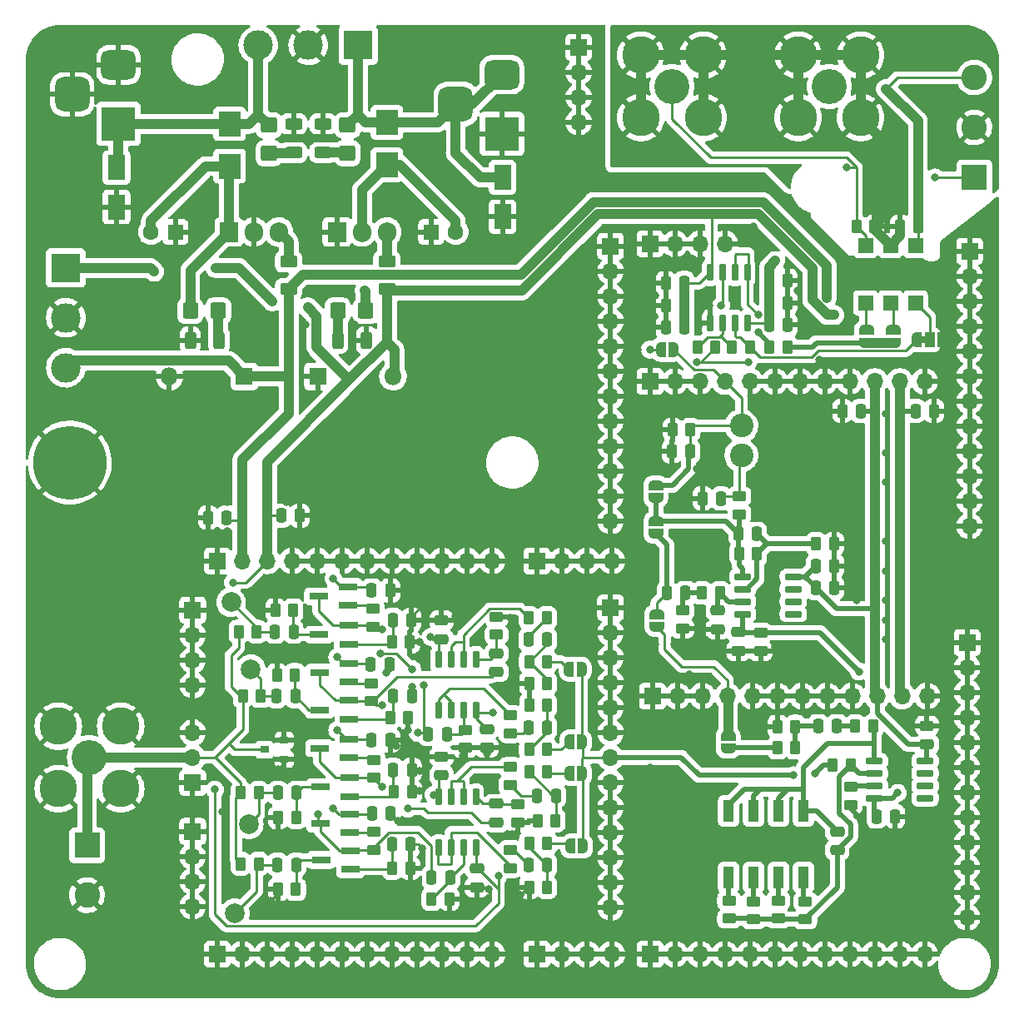
<source format=gbr>
%TF.GenerationSoftware,KiCad,Pcbnew,(6.0.10)*%
%TF.CreationDate,2023-02-20T13:08:26-05:00*%
%TF.ProjectId,ModularPreamp,4d6f6475-6c61-4725-9072-65616d702e6b,rev?*%
%TF.SameCoordinates,Original*%
%TF.FileFunction,Copper,L1,Top*%
%TF.FilePolarity,Positive*%
%FSLAX46Y46*%
G04 Gerber Fmt 4.6, Leading zero omitted, Abs format (unit mm)*
G04 Created by KiCad (PCBNEW (6.0.10)) date 2023-02-20 13:08:26*
%MOMM*%
%LPD*%
G01*
G04 APERTURE LIST*
G04 Aperture macros list*
%AMRoundRect*
0 Rectangle with rounded corners*
0 $1 Rounding radius*
0 $2 $3 $4 $5 $6 $7 $8 $9 X,Y pos of 4 corners*
0 Add a 4 corners polygon primitive as box body*
4,1,4,$2,$3,$4,$5,$6,$7,$8,$9,$2,$3,0*
0 Add four circle primitives for the rounded corners*
1,1,$1+$1,$2,$3*
1,1,$1+$1,$4,$5*
1,1,$1+$1,$6,$7*
1,1,$1+$1,$8,$9*
0 Add four rect primitives between the rounded corners*
20,1,$1+$1,$2,$3,$4,$5,0*
20,1,$1+$1,$4,$5,$6,$7,0*
20,1,$1+$1,$6,$7,$8,$9,0*
20,1,$1+$1,$8,$9,$2,$3,0*%
%AMFreePoly0*
4,1,22,0.500000,-0.750000,0.000000,-0.750000,0.000000,-0.745033,-0.079941,-0.743568,-0.215256,-0.701293,-0.333266,-0.622738,-0.424486,-0.514219,-0.481581,-0.384460,-0.499164,-0.250000,-0.500000,-0.250000,-0.500000,0.250000,-0.499164,0.250000,-0.499963,0.256109,-0.478152,0.396186,-0.417904,0.524511,-0.324060,0.630769,-0.204165,0.706417,-0.067858,0.745374,0.000000,0.744959,0.000000,0.750000,
0.500000,0.750000,0.500000,-0.750000,0.500000,-0.750000,$1*%
%AMFreePoly1*
4,1,20,0.000000,0.744959,0.073905,0.744508,0.209726,0.703889,0.328688,0.626782,0.421226,0.519385,0.479903,0.390333,0.500000,0.250000,0.500000,-0.250000,0.499851,-0.262216,0.476331,-0.402017,0.414519,-0.529596,0.319384,-0.634700,0.198574,-0.708877,0.061801,-0.746166,0.000000,-0.745033,0.000000,-0.750000,-0.500000,-0.750000,-0.500000,0.750000,0.000000,0.750000,0.000000,0.744959,
0.000000,0.744959,$1*%
%AMFreePoly2*
4,1,22,0.550000,-0.750000,0.000000,-0.750000,0.000000,-0.745033,-0.079941,-0.743568,-0.215256,-0.701293,-0.333266,-0.622738,-0.424486,-0.514219,-0.481581,-0.384460,-0.499164,-0.250000,-0.500000,-0.250000,-0.500000,0.250000,-0.499164,0.250000,-0.499963,0.256109,-0.478152,0.396186,-0.417904,0.524511,-0.324060,0.630769,-0.204165,0.706417,-0.067858,0.745374,0.000000,0.744959,0.000000,0.750000,
0.550000,0.750000,0.550000,-0.750000,0.550000,-0.750000,$1*%
%AMFreePoly3*
4,1,20,0.000000,0.744959,0.073905,0.744508,0.209726,0.703889,0.328688,0.626782,0.421226,0.519385,0.479903,0.390333,0.500000,0.250000,0.500000,-0.250000,0.499851,-0.262216,0.476331,-0.402017,0.414519,-0.529596,0.319384,-0.634700,0.198574,-0.708877,0.061801,-0.746166,0.000000,-0.745033,0.000000,-0.750000,-0.550000,-0.750000,-0.550000,0.750000,0.000000,0.750000,0.000000,0.744959,
0.000000,0.744959,$1*%
G04 Aperture macros list end*
%TA.AperFunction,ComponentPad*%
%ADD10R,1.600000X1.600000*%
%TD*%
%TA.AperFunction,ComponentPad*%
%ADD11C,1.600000*%
%TD*%
%TA.AperFunction,SMDPad,CuDef*%
%ADD12RoundRect,0.250000X-0.575000X0.550000X-0.575000X-0.550000X0.575000X-0.550000X0.575000X0.550000X0*%
%TD*%
%TA.AperFunction,SMDPad,CuDef*%
%ADD13RoundRect,0.250000X0.575000X-0.550000X0.575000X0.550000X-0.575000X0.550000X-0.575000X-0.550000X0*%
%TD*%
%TA.AperFunction,SMDPad,CuDef*%
%ADD14R,2.300000X2.500000*%
%TD*%
%TA.AperFunction,SMDPad,CuDef*%
%ADD15RoundRect,0.250000X0.550000X0.575000X-0.550000X0.575000X-0.550000X-0.575000X0.550000X-0.575000X0*%
%TD*%
%TA.AperFunction,SMDPad,CuDef*%
%ADD16RoundRect,0.250000X0.625000X-0.375000X0.625000X0.375000X-0.625000X0.375000X-0.625000X-0.375000X0*%
%TD*%
%TA.AperFunction,ComponentPad*%
%ADD17R,3.500000X3.500000*%
%TD*%
%TA.AperFunction,ComponentPad*%
%ADD18RoundRect,0.750000X-1.000000X0.750000X-1.000000X-0.750000X1.000000X-0.750000X1.000000X0.750000X0*%
%TD*%
%TA.AperFunction,ComponentPad*%
%ADD19RoundRect,0.875000X-0.875000X0.875000X-0.875000X-0.875000X0.875000X-0.875000X0.875000X0.875000X0*%
%TD*%
%TA.AperFunction,ComponentPad*%
%ADD20R,3.000000X3.000000*%
%TD*%
%TA.AperFunction,ComponentPad*%
%ADD21C,3.000000*%
%TD*%
%TA.AperFunction,SMDPad,CuDef*%
%ADD22RoundRect,0.249998X0.625002X-0.312502X0.625002X0.312502X-0.625002X0.312502X-0.625002X-0.312502X0*%
%TD*%
%TA.AperFunction,SMDPad,CuDef*%
%ADD23RoundRect,0.249998X-0.625002X0.312502X-0.625002X-0.312502X0.625002X-0.312502X0.625002X0.312502X0*%
%TD*%
%TA.AperFunction,SMDPad,CuDef*%
%ADD24RoundRect,0.249998X0.312502X0.625002X-0.312502X0.625002X-0.312502X-0.625002X0.312502X-0.625002X0*%
%TD*%
%TA.AperFunction,ComponentPad*%
%ADD25R,1.905000X2.000000*%
%TD*%
%TA.AperFunction,ComponentPad*%
%ADD26O,1.905000X2.000000*%
%TD*%
%TA.AperFunction,SMDPad,CuDef*%
%ADD27RoundRect,0.250000X0.250000X0.475000X-0.250000X0.475000X-0.250000X-0.475000X0.250000X-0.475000X0*%
%TD*%
%TA.AperFunction,SMDPad,CuDef*%
%ADD28RoundRect,0.250000X-0.250000X-0.475000X0.250000X-0.475000X0.250000X0.475000X-0.250000X0.475000X0*%
%TD*%
%TA.AperFunction,SMDPad,CuDef*%
%ADD29RoundRect,0.249998X0.262502X0.450002X-0.262502X0.450002X-0.262502X-0.450002X0.262502X-0.450002X0*%
%TD*%
%TA.AperFunction,SMDPad,CuDef*%
%ADD30RoundRect,0.249998X-0.262502X-0.450002X0.262502X-0.450002X0.262502X0.450002X-0.262502X0.450002X0*%
%TD*%
%TA.AperFunction,SMDPad,CuDef*%
%ADD31RoundRect,0.249998X-0.450002X0.262502X-0.450002X-0.262502X0.450002X-0.262502X0.450002X0.262502X0*%
%TD*%
%TA.AperFunction,SMDPad,CuDef*%
%ADD32RoundRect,0.250000X0.475000X-0.250000X0.475000X0.250000X-0.475000X0.250000X-0.475000X-0.250000X0*%
%TD*%
%TA.AperFunction,ComponentPad*%
%ADD33R,1.700000X1.700000*%
%TD*%
%TA.AperFunction,ComponentPad*%
%ADD34O,1.700000X1.700000*%
%TD*%
%TA.AperFunction,SMDPad,CuDef*%
%ADD35RoundRect,0.249998X0.450002X-0.262502X0.450002X0.262502X-0.450002X0.262502X-0.450002X-0.262502X0*%
%TD*%
%TA.AperFunction,SMDPad,CuDef*%
%ADD36RoundRect,0.250000X-0.475000X0.250000X-0.475000X-0.250000X0.475000X-0.250000X0.475000X0.250000X0*%
%TD*%
%TA.AperFunction,ComponentPad*%
%ADD37C,3.556000*%
%TD*%
%TA.AperFunction,ComponentPad*%
%ADD38C,3.810000*%
%TD*%
%TA.AperFunction,SMDPad,CuDef*%
%ADD39RoundRect,0.150000X-0.725000X-0.150000X0.725000X-0.150000X0.725000X0.150000X-0.725000X0.150000X0*%
%TD*%
%TA.AperFunction,SMDPad,CuDef*%
%ADD40FreePoly0,90.000000*%
%TD*%
%TA.AperFunction,SMDPad,CuDef*%
%ADD41FreePoly1,90.000000*%
%TD*%
%TA.AperFunction,SMDPad,CuDef*%
%ADD42FreePoly0,0.000000*%
%TD*%
%TA.AperFunction,SMDPad,CuDef*%
%ADD43FreePoly1,0.000000*%
%TD*%
%TA.AperFunction,ComponentPad*%
%ADD44C,2.400000*%
%TD*%
%TA.AperFunction,SMDPad,CuDef*%
%ADD45FreePoly0,180.000000*%
%TD*%
%TA.AperFunction,SMDPad,CuDef*%
%ADD46FreePoly1,180.000000*%
%TD*%
%TA.AperFunction,SMDPad,CuDef*%
%ADD47RoundRect,0.150000X-0.150000X0.725000X-0.150000X-0.725000X0.150000X-0.725000X0.150000X0.725000X0*%
%TD*%
%TA.AperFunction,ComponentPad*%
%ADD48R,2.600000X2.600000*%
%TD*%
%TA.AperFunction,ComponentPad*%
%ADD49C,2.600000*%
%TD*%
%TA.AperFunction,SMDPad,CuDef*%
%ADD50R,1.520000X1.520000*%
%TD*%
%TA.AperFunction,SMDPad,CuDef*%
%ADD51R,1.800000X2.500000*%
%TD*%
%TA.AperFunction,ComponentPad*%
%ADD52R,1.800000X1.800000*%
%TD*%
%TA.AperFunction,ComponentPad*%
%ADD53O,1.800000X1.800000*%
%TD*%
%TA.AperFunction,ComponentPad*%
%ADD54C,7.500000*%
%TD*%
%TA.AperFunction,SMDPad,CuDef*%
%ADD55R,0.900000X0.800000*%
%TD*%
%TA.AperFunction,SMDPad,CuDef*%
%ADD56R,1.900000X0.800000*%
%TD*%
%TA.AperFunction,SMDPad,CuDef*%
%ADD57RoundRect,0.250000X0.262500X0.450000X-0.262500X0.450000X-0.262500X-0.450000X0.262500X-0.450000X0*%
%TD*%
%TA.AperFunction,SMDPad,CuDef*%
%ADD58RoundRect,0.150000X0.150000X-0.725000X0.150000X0.725000X-0.150000X0.725000X-0.150000X-0.725000X0*%
%TD*%
%TA.AperFunction,SMDPad,CuDef*%
%ADD59RoundRect,0.250000X-0.450000X0.262500X-0.450000X-0.262500X0.450000X-0.262500X0.450000X0.262500X0*%
%TD*%
%TA.AperFunction,SMDPad,CuDef*%
%ADD60RoundRect,0.250000X-0.262500X-0.450000X0.262500X-0.450000X0.262500X0.450000X-0.262500X0.450000X0*%
%TD*%
%TA.AperFunction,SMDPad,CuDef*%
%ADD61RoundRect,0.250000X0.450000X-0.262500X0.450000X0.262500X-0.450000X0.262500X-0.450000X-0.262500X0*%
%TD*%
%TA.AperFunction,SMDPad,CuDef*%
%ADD62R,1.120000X2.160000*%
%TD*%
%TA.AperFunction,SMDPad,CuDef*%
%ADD63FreePoly2,0.000000*%
%TD*%
%TA.AperFunction,SMDPad,CuDef*%
%ADD64R,1.000000X1.500000*%
%TD*%
%TA.AperFunction,SMDPad,CuDef*%
%ADD65FreePoly3,0.000000*%
%TD*%
%TA.AperFunction,ComponentPad*%
%ADD66C,2.000000*%
%TD*%
%TA.AperFunction,ViaPad*%
%ADD67C,0.800000*%
%TD*%
%TA.AperFunction,Conductor*%
%ADD68C,0.250000*%
%TD*%
%TA.AperFunction,Conductor*%
%ADD69C,1.000000*%
%TD*%
%TA.AperFunction,Conductor*%
%ADD70C,0.500000*%
%TD*%
G04 APERTURE END LIST*
%TO.C,JP12*%
G36*
X177050000Y-52800000D02*
G01*
X176550000Y-52800000D01*
X176550000Y-52200000D01*
X177050000Y-52200000D01*
X177050000Y-52800000D01*
G37*
%TD*%
D10*
%TO.P,C1,1*%
%TO.N,GND*%
X100750000Y-41550000D03*
D11*
%TO.P,C1,2*%
%TO.N,+10V*%
X98250000Y-41550000D03*
%TD*%
D10*
%TO.P,C2,1*%
%TO.N,GND*%
X126750000Y-41550000D03*
D11*
%TO.P,C2,2*%
%TO.N,-10V*%
X129250000Y-41550000D03*
%TD*%
D12*
%TO.P,D1,1,K*%
%TO.N,Net-(D1-Pad1)*%
X110250000Y-30700000D03*
%TO.P,D1,2,A*%
%TO.N,Net-(D1-Pad2)*%
X110250000Y-33550000D03*
%TD*%
D13*
%TO.P,D2,1,K*%
%TO.N,Net-(D2-Pad1)*%
X118250000Y-33550000D03*
%TO.P,D2,2,A*%
%TO.N,Net-(D2-Pad2)*%
X118250000Y-30700000D03*
%TD*%
D14*
%TO.P,D3,1,K*%
%TO.N,+10V*%
X106250000Y-34850000D03*
%TO.P,D3,2,A*%
%TO.N,Net-(D1-Pad1)*%
X106250000Y-30550000D03*
%TD*%
D15*
%TO.P,D5,1,K*%
%TO.N,Net-(D5-Pad1)*%
X105100000Y-49550000D03*
%TO.P,D5,2,A*%
%TO.N,+10V*%
X102250000Y-49550000D03*
%TD*%
%TO.P,D6,1,K*%
%TO.N,-10V*%
X120100000Y-49550000D03*
%TO.P,D6,2,A*%
%TO.N,Net-(D6-Pad2)*%
X117250000Y-49550000D03*
%TD*%
D16*
%TO.P,F1,1*%
%TO.N,+5V*%
X112250000Y-47350000D03*
%TO.P,F1,2*%
%TO.N,Net-(F1-Pad2)*%
X112250000Y-44550000D03*
%TD*%
%TO.P,F2,1*%
%TO.N,-5V*%
X122250000Y-47350000D03*
%TO.P,F2,2*%
%TO.N,Net-(F2-Pad2)*%
X122250000Y-44550000D03*
%TD*%
D17*
%TO.P,J1,1*%
%TO.N,Net-(D1-Pad1)*%
X94950000Y-30550000D03*
D18*
%TO.P,J1,2*%
%TO.N,GND*%
X94950000Y-24550000D03*
D19*
%TO.P,J1,3*%
X90250000Y-27550000D03*
%TD*%
D17*
%TO.P,J2,1*%
%TO.N,GND*%
X133950000Y-31550000D03*
D18*
%TO.P,J2,2*%
%TO.N,Net-(D2-Pad2)*%
X133950000Y-25550000D03*
D19*
%TO.P,J2,3*%
X129250000Y-28550000D03*
%TD*%
D20*
%TO.P,J3,1,Pin_1*%
%TO.N,Net-(D2-Pad2)*%
X119330000Y-22550000D03*
D21*
%TO.P,J3,2,Pin_2*%
%TO.N,GND*%
X114250000Y-22550000D03*
%TO.P,J3,3,Pin_3*%
%TO.N,Net-(D1-Pad1)*%
X109170000Y-22550000D03*
%TD*%
D22*
%TO.P,R1,1*%
%TO.N,Net-(D1-Pad2)*%
X112750000Y-33475000D03*
%TO.P,R1,2*%
%TO.N,GND*%
X112750000Y-30550000D03*
%TD*%
D23*
%TO.P,R2,1*%
%TO.N,GND*%
X115750000Y-30550000D03*
%TO.P,R2,2*%
%TO.N,Net-(D2-Pad1)*%
X115750000Y-33475000D03*
%TD*%
D24*
%TO.P,R3,1*%
%TO.N,Net-(D5-Pad1)*%
X105175000Y-52550000D03*
%TO.P,R3,2*%
%TO.N,GND*%
X102250000Y-52550000D03*
%TD*%
%TO.P,R4,1*%
%TO.N,GND*%
X120175000Y-52550000D03*
%TO.P,R4,2*%
%TO.N,Net-(D6-Pad2)*%
X117250000Y-52550000D03*
%TD*%
D25*
%TO.P,U2,1,IN*%
%TO.N,+10V*%
X106170000Y-41550000D03*
D26*
%TO.P,U2,2,GND*%
%TO.N,GND*%
X108710000Y-41550000D03*
%TO.P,U2,3,OUT*%
%TO.N,Net-(F1-Pad2)*%
X111250000Y-41550000D03*
%TD*%
D25*
%TO.P,U3,1,GND*%
%TO.N,GND*%
X117170000Y-41550000D03*
D26*
%TO.P,U3,2,VI*%
%TO.N,-10V*%
X119710000Y-41550000D03*
%TO.P,U3,3,VO*%
%TO.N,Net-(F2-Pad2)*%
X122250000Y-41550000D03*
%TD*%
D27*
%TO.P,C3,1*%
%TO.N,Net-(C3-Pad1)*%
X112750000Y-82200000D03*
%TO.P,C3,2*%
%TO.N,Net-(C3-Pad2)*%
X110850000Y-82200000D03*
%TD*%
D28*
%TO.P,C4,1*%
%TO.N,Net-(C4-Pad1)*%
X122750000Y-103850000D03*
%TO.P,C4,2*%
%TO.N,GND*%
X124650000Y-103850000D03*
%TD*%
D29*
%TO.P,R5,1*%
%TO.N,Net-(C3-Pad2)*%
X109000000Y-82200000D03*
%TO.P,R5,2*%
%TO.N,SigIn*%
X107175000Y-82200000D03*
%TD*%
D30*
%TO.P,R6,1*%
%TO.N,GND*%
X110907500Y-80000000D03*
%TO.P,R6,2*%
%TO.N,Net-(C3-Pad1)*%
X112732500Y-80000000D03*
%TD*%
D31*
%TO.P,R7,1*%
%TO.N,Net-(Q1-Pad1)*%
X120900000Y-102537500D03*
%TO.P,R7,2*%
%TO.N,Net-(C46-Pad2)*%
X120900000Y-104362500D03*
%TD*%
D30*
%TO.P,R8,1*%
%TO.N,Net-(C4-Pad1)*%
X122787500Y-106250000D03*
%TO.P,R8,2*%
%TO.N,GND*%
X124612500Y-106250000D03*
%TD*%
D27*
%TO.P,C5,1*%
%TO.N,Net-(C5-Pad1)*%
X113050000Y-98600000D03*
%TO.P,C5,2*%
%TO.N,Net-(C5-Pad2)*%
X111150000Y-98600000D03*
%TD*%
D28*
%TO.P,C6,1*%
%TO.N,Net-(C6-Pad1)*%
X122850000Y-81000000D03*
%TO.P,C6,2*%
%TO.N,GND*%
X124750000Y-81000000D03*
%TD*%
D29*
%TO.P,R9,1*%
%TO.N,Net-(C5-Pad2)*%
X109207500Y-98600000D03*
%TO.P,R9,2*%
%TO.N,SigIn*%
X107382500Y-98600000D03*
%TD*%
D30*
%TO.P,R10,1*%
%TO.N,GND*%
X111207500Y-101100000D03*
%TO.P,R10,2*%
%TO.N,Net-(C5-Pad1)*%
X113032500Y-101100000D03*
%TD*%
D31*
%TO.P,R11,1*%
%TO.N,Net-(Q3-Pad1)*%
X120800000Y-79887500D03*
%TO.P,R11,2*%
%TO.N,Net-(C47-Pad2)*%
X120800000Y-81712500D03*
%TD*%
D30*
%TO.P,R12,1*%
%TO.N,Net-(C6-Pad1)*%
X122775000Y-83200000D03*
%TO.P,R12,2*%
%TO.N,GND*%
X124600000Y-83200000D03*
%TD*%
D27*
%TO.P,C7,1*%
%TO.N,Net-(C7-Pad1)*%
X112930000Y-88750000D03*
%TO.P,C7,2*%
%TO.N,Net-(C7-Pad2)*%
X111030000Y-88750000D03*
%TD*%
D28*
%TO.P,C8,1*%
%TO.N,Net-(C8-Pad1)*%
X122900000Y-88750000D03*
%TO.P,C8,2*%
%TO.N,GND*%
X124800000Y-88750000D03*
%TD*%
D29*
%TO.P,R13,1*%
%TO.N,Net-(C7-Pad2)*%
X109412500Y-88750000D03*
%TO.P,R13,2*%
%TO.N,SigIn*%
X107587500Y-88750000D03*
%TD*%
D30*
%TO.P,R14,1*%
%TO.N,GND*%
X111067500Y-86600000D03*
%TO.P,R14,2*%
%TO.N,Net-(C7-Pad1)*%
X112892500Y-86600000D03*
%TD*%
D31*
%TO.P,R15,1*%
%TO.N,Net-(Q5-Pad1)*%
X120700000Y-87437500D03*
%TO.P,R15,2*%
%TO.N,Net-(C48-Pad2)*%
X120700000Y-89262500D03*
%TD*%
D30*
%TO.P,R16,1*%
%TO.N,Net-(C8-Pad1)*%
X122587500Y-90950000D03*
%TO.P,R16,2*%
%TO.N,GND*%
X124412500Y-90950000D03*
%TD*%
D27*
%TO.P,C9,1*%
%TO.N,Net-(C9-Pad1)*%
X113030000Y-105900000D03*
%TO.P,C9,2*%
%TO.N,Net-(C9-Pad2)*%
X111130000Y-105900000D03*
%TD*%
D28*
%TO.P,C10,1*%
%TO.N,Net-(C10-Pad1)*%
X122887500Y-96250000D03*
%TO.P,C10,2*%
%TO.N,GND*%
X124787500Y-96250000D03*
%TD*%
D29*
%TO.P,R17,1*%
%TO.N,Net-(C9-Pad2)*%
X109200000Y-105800000D03*
%TO.P,R17,2*%
%TO.N,SigIn*%
X107375000Y-105800000D03*
%TD*%
D30*
%TO.P,R18,1*%
%TO.N,GND*%
X111175000Y-108400000D03*
%TO.P,R18,2*%
%TO.N,Net-(C9-Pad1)*%
X113000000Y-108400000D03*
%TD*%
%TO.P,R20,1*%
%TO.N,Net-(C10-Pad1)*%
X122987500Y-98500000D03*
%TO.P,R20,2*%
%TO.N,GND*%
X124812500Y-98500000D03*
%TD*%
D27*
%TO.P,C11,1*%
%TO.N,GND*%
X122600000Y-78000000D03*
%TO.P,C11,2*%
%TO.N,+5V*%
X120700000Y-78000000D03*
%TD*%
D32*
%TO.P,C12,1*%
%TO.N,GND*%
X131400000Y-108200000D03*
%TO.P,C12,2*%
%TO.N,-5V*%
X131400000Y-106300000D03*
%TD*%
D27*
%TO.P,C13,1*%
%TO.N,GND*%
X122600000Y-93250000D03*
%TO.P,C13,2*%
%TO.N,+5V*%
X120700000Y-93250000D03*
%TD*%
D32*
%TO.P,C14,1*%
%TO.N,GND*%
X132400000Y-94000000D03*
%TO.P,C14,2*%
%TO.N,-5V*%
X132400000Y-92100000D03*
%TD*%
D27*
%TO.P,C15,1*%
%TO.N,GND*%
X122650000Y-100650000D03*
%TO.P,C15,2*%
%TO.N,+5V*%
X120750000Y-100650000D03*
%TD*%
%TO.P,C16,1*%
%TO.N,GND*%
X113400000Y-70400000D03*
%TO.P,C16,2*%
%TO.N,-5V*%
X111500000Y-70400000D03*
%TD*%
D31*
%TO.P,R19,1*%
%TO.N,Net-(Q7-Pad1)*%
X120900000Y-95250000D03*
%TO.P,R19,2*%
%TO.N,Net-(C49-Pad2)*%
X120900000Y-97075000D03*
%TD*%
D33*
%TO.P,J5,1,Pin_1*%
%TO.N,GND*%
X102500000Y-97540000D03*
D34*
%TO.P,J5,2,Pin_2*%
%TO.N,SigIn*%
X102500000Y-95000000D03*
%TO.P,J5,3,Pin_3*%
%TO.N,GND*%
X102500000Y-92460000D03*
%TD*%
D35*
%TO.P,R21,1*%
%TO.N,Net-(C17-Pad2)*%
X134800000Y-92512500D03*
%TO.P,R21,2*%
%TO.N,Net-(R21-Pad2)*%
X134800000Y-90687500D03*
%TD*%
D29*
%TO.P,R23,1*%
%TO.N,Net-(JP7-Pad1)*%
X138537500Y-94200000D03*
%TO.P,R23,2*%
%TO.N,Net-(C17-Pad1)*%
X136712500Y-94200000D03*
%TD*%
D35*
%TO.P,R24,1*%
%TO.N,Net-(C18-Pad2)*%
X134800000Y-97800000D03*
%TO.P,R24,2*%
%TO.N,Net-(R24-Pad2)*%
X134800000Y-95975000D03*
%TD*%
D29*
%TO.P,R26,1*%
%TO.N,Net-(JP4-Pad1)*%
X138537500Y-96425000D03*
%TO.P,R26,2*%
%TO.N,Net-(C18-Pad1)*%
X136712500Y-96425000D03*
%TD*%
D27*
%TO.P,C18,1*%
%TO.N,Net-(C18-Pad1)*%
X139437500Y-98875000D03*
%TO.P,C18,2*%
%TO.N,Net-(C18-Pad2)*%
X137537500Y-98875000D03*
%TD*%
%TO.P,C19,1*%
%TO.N,Net-(C19-Pad1)*%
X138550000Y-83000000D03*
%TO.P,C19,2*%
%TO.N,Net-(C19-Pad2)*%
X136650000Y-83000000D03*
%TD*%
D29*
%TO.P,R27,1*%
%TO.N,Net-(C19-Pad2)*%
X138512500Y-80800000D03*
%TO.P,R27,2*%
%TO.N,Net-(R27-Pad2)*%
X136687500Y-80800000D03*
%TD*%
D30*
%TO.P,R28,1*%
%TO.N,GND*%
X136712500Y-87475000D03*
%TO.P,R28,2*%
%TO.N,Net-(C19-Pad1)*%
X138537500Y-87475000D03*
%TD*%
D29*
%TO.P,R29,1*%
%TO.N,Net-(JP5-Pad1)*%
X138537500Y-85250000D03*
%TO.P,R29,2*%
%TO.N,Net-(C19-Pad1)*%
X136712500Y-85250000D03*
%TD*%
D27*
%TO.P,C20,1*%
%TO.N,Net-(C20-Pad1)*%
X138550000Y-105950000D03*
%TO.P,C20,2*%
%TO.N,Net-(C20-Pad2)*%
X136650000Y-105950000D03*
%TD*%
D31*
%TO.P,R30,1*%
%TO.N,Net-(C20-Pad2)*%
X134800000Y-104400000D03*
%TO.P,R30,2*%
%TO.N,Net-(R30-Pad2)*%
X134800000Y-106225000D03*
%TD*%
D30*
%TO.P,R31,1*%
%TO.N,GND*%
X136712500Y-108200000D03*
%TO.P,R31,2*%
%TO.N,Net-(C20-Pad1)*%
X138537500Y-108200000D03*
%TD*%
D29*
%TO.P,R32,1*%
%TO.N,Net-(JP3-Pad1)*%
X138537500Y-103700000D03*
%TO.P,R32,2*%
%TO.N,Net-(C20-Pad1)*%
X136712500Y-103700000D03*
%TD*%
D30*
%TO.P,R22,1*%
%TO.N,GND*%
X136712500Y-89700000D03*
%TO.P,R22,2*%
%TO.N,Net-(C17-Pad1)*%
X138537500Y-89700000D03*
%TD*%
%TO.P,R25,1*%
%TO.N,GND*%
X137575000Y-101400000D03*
%TO.P,R25,2*%
%TO.N,Net-(C18-Pad1)*%
X139400000Y-101400000D03*
%TD*%
D27*
%TO.P,C17,1*%
%TO.N,Net-(C17-Pad1)*%
X138550000Y-91950000D03*
%TO.P,C17,2*%
%TO.N,Net-(C17-Pad2)*%
X136650000Y-91950000D03*
%TD*%
D28*
%TO.P,C21,1*%
%TO.N,Net-(C21-Pad1)*%
X166100000Y-91800000D03*
%TO.P,C21,2*%
%TO.N,Net-(C21-Pad2)*%
X168000000Y-91800000D03*
%TD*%
D36*
%TO.P,C22,1*%
%TO.N,GND*%
X177162500Y-91750000D03*
%TO.P,C22,2*%
%TO.N,+5V*%
X177162500Y-93650000D03*
%TD*%
D27*
%TO.P,C23,1*%
%TO.N,GND*%
X173950000Y-101000000D03*
%TO.P,C23,2*%
%TO.N,-5V*%
X172050000Y-101000000D03*
%TD*%
D37*
%TO.P,J4,1,In*%
%TO.N,SigIn*%
X92000000Y-95000000D03*
D38*
%TO.P,J4,2,Ext*%
%TO.N,GND*%
X88825000Y-98175000D03*
X95175000Y-98175000D03*
X88825000Y-91825000D03*
X95175000Y-91825000D03*
%TD*%
D29*
%TO.P,R33,1*%
%TO.N,Net-(C24-Pad2)*%
X169412500Y-95750000D03*
%TO.P,R33,2*%
%TO.N,Sum*%
X167587500Y-95750000D03*
%TD*%
D31*
%TO.P,R34,1*%
%TO.N,Net-(R34-Pad1)*%
X169400000Y-97975000D03*
%TO.P,R34,2*%
%TO.N,GND*%
X169400000Y-99800000D03*
%TD*%
%TO.P,R35,1*%
%TO.N,Net-(R35-Pad1)*%
X164800000Y-109635000D03*
%TO.P,R35,2*%
%TO.N,Net-(C24-Pad2)*%
X164800000Y-111460000D03*
%TD*%
D30*
%TO.P,R36,1*%
%TO.N,Net-(C21-Pad2)*%
X169887500Y-91800000D03*
%TO.P,R36,2*%
%TO.N,Net-(C24-Pad1)*%
X171712500Y-91800000D03*
%TD*%
%TO.P,R37,1*%
%TO.N,GND*%
X161975000Y-91850000D03*
%TO.P,R37,2*%
%TO.N,Net-(C21-Pad1)*%
X163800000Y-91850000D03*
%TD*%
%TO.P,R38,1*%
%TO.N,Net-(JP6-Pad1)*%
X161975000Y-94000000D03*
%TO.P,R38,2*%
%TO.N,Net-(C21-Pad1)*%
X163800000Y-94000000D03*
%TD*%
D39*
%TO.P,U4,1*%
%TO.N,Net-(C24-Pad1)*%
X171837500Y-95345000D03*
%TO.P,U4,2,-*%
%TO.N,Net-(C24-Pad2)*%
X171837500Y-96615000D03*
%TO.P,U4,3,+*%
%TO.N,Net-(R34-Pad1)*%
X171837500Y-97885000D03*
%TO.P,U4,4,V-*%
%TO.N,-5V*%
X171837500Y-99155000D03*
%TO.P,U4,5*%
%TO.N,N/C*%
X176987500Y-99155000D03*
%TO.P,U4,6*%
X176987500Y-97885000D03*
%TO.P,U4,7*%
X176987500Y-96615000D03*
%TO.P,U4,8,V+*%
%TO.N,+5V*%
X176987500Y-95345000D03*
%TD*%
D36*
%TO.P,C24,1*%
%TO.N,Net-(C24-Pad1)*%
X168050000Y-102510000D03*
%TO.P,C24,2*%
%TO.N,Net-(C24-Pad2)*%
X168050000Y-104410000D03*
%TD*%
D27*
%TO.P,C25,1*%
%TO.N,Net-(C25-Pad1)*%
X152600000Y-78250000D03*
%TO.P,C25,2*%
%TO.N,Net-(C25-Pad2)*%
X150700000Y-78250000D03*
%TD*%
D32*
%TO.P,C26,1*%
%TO.N,GND*%
X155900000Y-81950000D03*
%TO.P,C26,2*%
%TO.N,Net-(C26-Pad2)*%
X155900000Y-80050000D03*
%TD*%
D28*
%TO.P,C27,1*%
%TO.N,GND*%
X154350000Y-68650000D03*
%TO.P,C27,2*%
%TO.N,Net-(C27-Pad2)*%
X156250000Y-68650000D03*
%TD*%
D40*
%TO.P,JP1,1,A*%
%TO.N,Net-(C25-Pad2)*%
X149600000Y-72250000D03*
D41*
%TO.P,JP1,2,B*%
%TO.N,Net-(C28-Pad2)*%
X149600000Y-70950000D03*
%TD*%
D40*
%TO.P,JP2,1,A*%
%TO.N,SumOut*%
X149700000Y-81700000D03*
D41*
%TO.P,JP2,2,B*%
%TO.N,Net-(C25-Pad2)*%
X149700000Y-80400000D03*
%TD*%
D35*
%TO.P,R39,1*%
%TO.N,GND*%
X152300000Y-81875000D03*
%TO.P,R39,2*%
%TO.N,Net-(C25-Pad1)*%
X152300000Y-80050000D03*
%TD*%
D29*
%TO.P,R40,1*%
%TO.N,Net-(C26-Pad2)*%
X156125000Y-78250000D03*
%TO.P,R40,2*%
%TO.N,Net-(C25-Pad1)*%
X154300000Y-78250000D03*
%TD*%
D31*
%TO.P,R41,1*%
%TO.N,Net-(C27-Pad2)*%
X158100000Y-68425000D03*
%TO.P,R41,2*%
%TO.N,Net-(C28-Pad2)*%
X158100000Y-70250000D03*
%TD*%
D30*
%TO.P,R42,1*%
%TO.N,GND*%
X151300000Y-61650000D03*
%TO.P,R42,2*%
%TO.N,FiltOut*%
X153125000Y-61650000D03*
%TD*%
D33*
%TO.P,J8,1,Pin_1*%
%TO.N,GND*%
X105000000Y-115000000D03*
D34*
%TO.P,J8,2,Pin_2*%
X107540000Y-115000000D03*
%TO.P,J8,3,Pin_3*%
X110080000Y-115000000D03*
%TO.P,J8,4,Pin_4*%
X112620000Y-115000000D03*
%TO.P,J8,5,Pin_5*%
X115160000Y-115000000D03*
%TO.P,J8,6,Pin_6*%
X117700000Y-115000000D03*
%TO.P,J8,7,Pin_7*%
X120240000Y-115000000D03*
%TO.P,J8,8,Pin_8*%
X122780000Y-115000000D03*
%TO.P,J8,9,Pin_9*%
X125320000Y-115000000D03*
%TO.P,J8,10,Pin_10*%
X127860000Y-115000000D03*
%TO.P,J8,11,Pin_11*%
X130400000Y-115000000D03*
%TO.P,J8,12,Pin_12*%
X132940000Y-115000000D03*
%TD*%
D33*
%TO.P,J9,1,Pin_1*%
%TO.N,GND*%
X181250000Y-83300000D03*
D34*
%TO.P,J9,2,Pin_2*%
X181250000Y-85840000D03*
%TO.P,J9,3,Pin_3*%
X181250000Y-88380000D03*
%TO.P,J9,4,Pin_4*%
X181250000Y-90920000D03*
%TO.P,J9,5,Pin_5*%
X181250000Y-93460000D03*
%TO.P,J9,6,Pin_6*%
X181250000Y-96000000D03*
%TO.P,J9,7,Pin_7*%
X181250000Y-98540000D03*
%TO.P,J9,8,Pin_8*%
X181250000Y-101080000D03*
%TO.P,J9,9,Pin_9*%
X181250000Y-103620000D03*
%TO.P,J9,10,Pin_10*%
X181250000Y-106160000D03*
%TO.P,J9,11,Pin_11*%
X181250000Y-108700000D03*
%TO.P,J9,12,Pin_12*%
X181250000Y-111240000D03*
%TD*%
D33*
%TO.P,J10,1,Pin_1*%
%TO.N,GND*%
X137500000Y-115000000D03*
D34*
%TO.P,J10,2,Pin_2*%
X140040000Y-115000000D03*
%TO.P,J10,3,Pin_3*%
X142580000Y-115000000D03*
%TO.P,J10,4,Pin_4*%
X145120000Y-115000000D03*
%TD*%
D39*
%TO.P,U5,1*%
%TO.N,Net-(C28-Pad2)*%
X158425000Y-76595000D03*
%TO.P,U5,2,-*%
%TO.N,Net-(C28-Pad1)*%
X158425000Y-77865000D03*
%TO.P,U5,3,+*%
%TO.N,Net-(C26-Pad2)*%
X158425000Y-79135000D03*
%TO.P,U5,4,V-*%
%TO.N,-5V*%
X158425000Y-80405000D03*
%TO.P,U5,5*%
%TO.N,N/C*%
X163575000Y-80405000D03*
%TO.P,U5,6*%
X163575000Y-79135000D03*
%TO.P,U5,7*%
X163575000Y-77865000D03*
%TO.P,U5,8,V+*%
%TO.N,+5V*%
X163575000Y-76595000D03*
%TD*%
D33*
%TO.P,J6,1,Pin_1*%
%TO.N,GND*%
X105000000Y-75000000D03*
D34*
%TO.P,J6,2,Pin_2*%
%TO.N,+5V*%
X107540000Y-75000000D03*
%TO.P,J6,3,Pin_3*%
%TO.N,-5V*%
X110080000Y-75000000D03*
%TO.P,J6,4,Pin_4*%
%TO.N,GND*%
X112620000Y-75000000D03*
%TO.P,J6,5,Pin_5*%
X115160000Y-75000000D03*
%TO.P,J6,6,Pin_6*%
X117700000Y-75000000D03*
%TO.P,J6,7,Pin_7*%
X120240000Y-75000000D03*
%TO.P,J6,8,Pin_8*%
X122780000Y-75000000D03*
%TO.P,J6,9,Pin_9*%
X125320000Y-75000000D03*
%TO.P,J6,10,Pin_10*%
X127860000Y-75000000D03*
%TO.P,J6,11,Pin_11*%
X130400000Y-75000000D03*
%TO.P,J6,12,Pin_12*%
X132940000Y-75000000D03*
%TD*%
D33*
%TO.P,J11,1,Pin_1*%
%TO.N,GND*%
X137500000Y-75000000D03*
D34*
%TO.P,J11,2,Pin_2*%
X140040000Y-75000000D03*
%TO.P,J11,3,Pin_3*%
X142580000Y-75000000D03*
%TO.P,J11,4,Pin_4*%
X145120000Y-75000000D03*
%TD*%
D33*
%TO.P,J7,1,Pin_1*%
%TO.N,GND*%
X145000000Y-79760000D03*
D34*
%TO.P,J7,2,Pin_2*%
X145000000Y-82300000D03*
%TO.P,J7,3,Pin_3*%
X145000000Y-84840000D03*
%TO.P,J7,4,Pin_4*%
X145000000Y-87380000D03*
%TO.P,J7,5,Pin_5*%
X145000000Y-89920000D03*
%TO.P,J7,6,Pin_6*%
X145000000Y-92460000D03*
%TO.P,J7,7,Pin_7*%
%TO.N,Sum*%
X145000000Y-95000000D03*
%TO.P,J7,8,Pin_8*%
%TO.N,GND*%
X145000000Y-97540000D03*
%TO.P,J7,9,Pin_9*%
X145000000Y-100080000D03*
%TO.P,J7,10,Pin_10*%
X145000000Y-102620000D03*
%TO.P,J7,11,Pin_11*%
X145000000Y-105160000D03*
%TO.P,J7,12,Pin_12*%
X145000000Y-107700000D03*
%TO.P,J7,13,Pin_13*%
X145000000Y-110240000D03*
%TD*%
D33*
%TO.P,J12,1,Pin_1*%
%TO.N,GND*%
X102500000Y-102500000D03*
D34*
%TO.P,J12,2,Pin_2*%
X102500000Y-105040000D03*
%TO.P,J12,3,Pin_3*%
X102500000Y-107580000D03*
%TO.P,J12,4,Pin_4*%
X102500000Y-110120000D03*
%TD*%
D33*
%TO.P,J13,1,Pin_1*%
%TO.N,GND*%
X102500000Y-80000000D03*
D34*
%TO.P,J13,2,Pin_2*%
X102500000Y-82540000D03*
%TO.P,J13,3,Pin_3*%
X102500000Y-85080000D03*
%TO.P,J13,4,Pin_4*%
X102500000Y-87620000D03*
%TD*%
D42*
%TO.P,JP4,1,A*%
%TO.N,Net-(JP4-Pad1)*%
X140800000Y-96600000D03*
D43*
%TO.P,JP4,2,B*%
%TO.N,Sum*%
X142100000Y-96600000D03*
%TD*%
D42*
%TO.P,JP5,1,A*%
%TO.N,Net-(JP5-Pad1)*%
X140750000Y-86000000D03*
D43*
%TO.P,JP5,2,B*%
%TO.N,Sum*%
X142050000Y-86000000D03*
%TD*%
D40*
%TO.P,JP6,1,A*%
%TO.N,Net-(JP6-Pad1)*%
X156950000Y-94100000D03*
D41*
%TO.P,JP6,2,B*%
%TO.N,SumOut*%
X156950000Y-92800000D03*
%TD*%
D42*
%TO.P,JP3,1,A*%
%TO.N,Net-(JP3-Pad1)*%
X140900000Y-104000000D03*
D43*
%TO.P,JP3,2,B*%
%TO.N,Sum*%
X142200000Y-104000000D03*
%TD*%
D42*
%TO.P,JP7,1,A*%
%TO.N,Net-(JP7-Pad1)*%
X140800000Y-93400000D03*
D43*
%TO.P,JP7,2,B*%
%TO.N,Sum*%
X142100000Y-93400000D03*
%TD*%
D27*
%TO.P,C28,1*%
%TO.N,Net-(C28-Pad1)*%
X159900000Y-72250000D03*
%TO.P,C28,2*%
%TO.N,Net-(C28-Pad2)*%
X158000000Y-72250000D03*
%TD*%
D28*
%TO.P,C29,1*%
%TO.N,GND*%
X151200000Y-63850000D03*
%TO.P,C29,2*%
%TO.N,FiltOut*%
X153100000Y-63850000D03*
%TD*%
D40*
%TO.P,JP8,1,A*%
%TO.N,Net-(C28-Pad2)*%
X149600000Y-68600000D03*
D41*
%TO.P,JP8,2,B*%
%TO.N,FiltOut*%
X149600000Y-67300000D03*
%TD*%
D44*
%TO.P,L1,1,1*%
%TO.N,FiltOut*%
X158300000Y-61250000D03*
%TO.P,L1,2,2*%
%TO.N,Net-(C27-Pad2)*%
X158300000Y-64250000D03*
%TD*%
D29*
%TO.P,R43,1*%
%TO.N,Net-(C28-Pad1)*%
X159900000Y-74250000D03*
%TO.P,R43,2*%
%TO.N,Net-(C28-Pad2)*%
X158075000Y-74250000D03*
%TD*%
D28*
%TO.P,C30,1*%
%TO.N,GND*%
X168550000Y-59750000D03*
%TO.P,C30,2*%
%TO.N,+5V*%
X170450000Y-59750000D03*
%TD*%
D27*
%TO.P,C31,1*%
%TO.N,GND*%
X167750000Y-77750000D03*
%TO.P,C31,2*%
%TO.N,+5V*%
X165850000Y-77750000D03*
%TD*%
D32*
%TO.P,C33,1*%
%TO.N,GND*%
X160250000Y-84200000D03*
%TO.P,C33,2*%
%TO.N,-5V*%
X160250000Y-82300000D03*
%TD*%
%TO.P,C34,1*%
%TO.N,GND*%
X158000000Y-84150000D03*
%TO.P,C34,2*%
%TO.N,-5V*%
X158000000Y-82250000D03*
%TD*%
D27*
%TO.P,C35,1*%
%TO.N,GND*%
X177900000Y-59750000D03*
%TO.P,C35,2*%
%TO.N,-5V*%
X176000000Y-59750000D03*
%TD*%
D29*
%TO.P,R44,1*%
%TO.N,GND*%
X167712500Y-73250000D03*
%TO.P,R44,2*%
%TO.N,Net-(C28-Pad1)*%
X165887500Y-73250000D03*
%TD*%
D27*
%TO.P,C32,1*%
%TO.N,GND*%
X167750000Y-75500000D03*
%TO.P,C32,2*%
%TO.N,+5V*%
X165850000Y-75500000D03*
%TD*%
%TO.P,C36,1*%
%TO.N,GND*%
X163000000Y-46500000D03*
%TO.P,C36,2*%
%TO.N,+5V*%
X161100000Y-46500000D03*
%TD*%
%TO.P,C37,1*%
%TO.N,GND*%
X163000000Y-48750000D03*
%TO.P,C37,2*%
%TO.N,+5V*%
X161100000Y-48750000D03*
%TD*%
%TO.P,C38,1*%
%TO.N,GND*%
X163000000Y-51000000D03*
%TO.P,C38,2*%
%TO.N,+5V*%
X161100000Y-51000000D03*
%TD*%
D28*
%TO.P,C39,1*%
%TO.N,GND*%
X150600000Y-51250000D03*
%TO.P,C39,2*%
%TO.N,-5V*%
X152500000Y-51250000D03*
%TD*%
%TO.P,C40,1*%
%TO.N,GND*%
X150600000Y-49000000D03*
%TO.P,C40,2*%
%TO.N,-5V*%
X152500000Y-49000000D03*
%TD*%
%TO.P,C41,1*%
%TO.N,GND*%
X150600000Y-46750000D03*
%TO.P,C41,2*%
%TO.N,-5V*%
X152500000Y-46750000D03*
%TD*%
D45*
%TO.P,JP9,1,A*%
%TO.N,FiltOut*%
X151400000Y-53500000D03*
D46*
%TO.P,JP9,2,B*%
%TO.N,Net-(JP9-Pad2)*%
X150100000Y-53500000D03*
%TD*%
D30*
%TO.P,R45,1*%
%TO.N,Net-(JP9-Pad2)*%
X161175000Y-53250000D03*
%TO.P,R45,2*%
%TO.N,Net-(JP10-Pad1)*%
X163000000Y-53250000D03*
%TD*%
D47*
%TO.P,U6,1*%
%TO.N,Net-(JP9-Pad2)*%
X158905000Y-45675000D03*
%TO.P,U6,2,-*%
X157635000Y-45675000D03*
%TO.P,U6,3,+*%
%TO.N,FiltOut*%
X156365000Y-45675000D03*
%TO.P,U6,4,V-*%
%TO.N,-5V*%
X155095000Y-45675000D03*
%TO.P,U6,5,+*%
%TO.N,GND*%
X155095000Y-50825000D03*
%TO.P,U6,6,-*%
%TO.N,Net-(R48-Pad1)*%
X156365000Y-50825000D03*
%TO.P,U6,7*%
%TO.N,Net-(JP12-Pad1)*%
X157635000Y-50825000D03*
%TO.P,U6,8,V+*%
%TO.N,+5V*%
X158905000Y-50825000D03*
%TD*%
D33*
%TO.P,J16,1,Pin_1*%
%TO.N,GND*%
X181500000Y-43500000D03*
D34*
%TO.P,J16,2,Pin_2*%
X181500000Y-46040000D03*
%TO.P,J16,3,Pin_3*%
X181500000Y-48580000D03*
%TO.P,J16,4,Pin_4*%
X181500000Y-51120000D03*
%TO.P,J16,5,Pin_5*%
X181500000Y-53660000D03*
%TO.P,J16,6,Pin_6*%
X181500000Y-56200000D03*
%TO.P,J16,7,Pin_7*%
X181500000Y-58740000D03*
%TO.P,J16,8,Pin_8*%
X181500000Y-61280000D03*
%TO.P,J16,9,Pin_9*%
X181500000Y-63820000D03*
%TO.P,J16,10,Pin_10*%
X181500000Y-66360000D03*
%TO.P,J16,11,Pin_11*%
X181500000Y-68900000D03*
%TO.P,J16,12,Pin_12*%
X181500000Y-71440000D03*
%TD*%
D33*
%TO.P,J17,1,Pin_1*%
%TO.N,GND*%
X145000000Y-43000000D03*
D34*
%TO.P,J17,2,Pin_2*%
X145000000Y-45540000D03*
%TO.P,J17,3,Pin_3*%
X145000000Y-48080000D03*
%TO.P,J17,4,Pin_4*%
X145000000Y-50620000D03*
%TO.P,J17,5,Pin_5*%
X145000000Y-53160000D03*
%TO.P,J17,6,Pin_6*%
X145000000Y-55700000D03*
%TO.P,J17,7,Pin_7*%
X145000000Y-58240000D03*
%TO.P,J17,8,Pin_8*%
X145000000Y-60780000D03*
%TO.P,J17,9,Pin_9*%
X145000000Y-63320000D03*
%TO.P,J17,10,Pin_10*%
X145000000Y-65860000D03*
%TO.P,J17,11,Pin_11*%
X145000000Y-68400000D03*
%TO.P,J17,12,Pin_12*%
X145000000Y-70940000D03*
%TD*%
D33*
%TO.P,J21,1,Pin_1*%
%TO.N,GND*%
X149000000Y-42750000D03*
D34*
%TO.P,J21,2,Pin_2*%
X151540000Y-42750000D03*
%TO.P,J21,3,Pin_3*%
X154080000Y-42750000D03*
%TO.P,J21,4,Pin_4*%
X156620000Y-42750000D03*
%TD*%
D33*
%TO.P,J18,1,Pin_1*%
%TO.N,GND*%
X149250000Y-88750000D03*
D34*
%TO.P,J18,2,Pin_2*%
X151790000Y-88750000D03*
%TO.P,J18,3,Pin_3*%
X154330000Y-88750000D03*
%TO.P,J18,4,Pin_4*%
%TO.N,SumOut*%
X156870000Y-88750000D03*
%TO.P,J18,5,Pin_5*%
%TO.N,GND*%
X159410000Y-88750000D03*
%TO.P,J18,6,Pin_6*%
X161950000Y-88750000D03*
%TO.P,J18,7,Pin_7*%
X164490000Y-88750000D03*
%TO.P,J18,8,Pin_8*%
X167030000Y-88750000D03*
%TO.P,J18,9,Pin_9*%
X169570000Y-88750000D03*
%TO.P,J18,10,Pin_10*%
%TO.N,+5V*%
X172110000Y-88750000D03*
%TO.P,J18,11,Pin_11*%
%TO.N,-5V*%
X174650000Y-88750000D03*
%TO.P,J18,12,Pin_12*%
%TO.N,GND*%
X177190000Y-88750000D03*
%TD*%
D33*
%TO.P,J19,1,Pin_1*%
%TO.N,GND*%
X149000000Y-56750000D03*
D34*
%TO.P,J19,2,Pin_2*%
X151540000Y-56750000D03*
%TO.P,J19,3,Pin_3*%
X154080000Y-56750000D03*
%TO.P,J19,4,Pin_4*%
%TO.N,FiltOut*%
X156620000Y-56750000D03*
%TO.P,J19,5,Pin_5*%
%TO.N,GND*%
X159160000Y-56750000D03*
%TO.P,J19,6,Pin_6*%
X161700000Y-56750000D03*
%TO.P,J19,7,Pin_7*%
X164240000Y-56750000D03*
%TO.P,J19,8,Pin_8*%
X166780000Y-56750000D03*
%TO.P,J19,9,Pin_9*%
X169320000Y-56750000D03*
%TO.P,J19,10,Pin_10*%
%TO.N,+5V*%
X171860000Y-56750000D03*
%TO.P,J19,11,Pin_11*%
%TO.N,-5V*%
X174400000Y-56750000D03*
%TO.P,J19,12,Pin_12*%
%TO.N,GND*%
X176940000Y-56750000D03*
%TD*%
D33*
%TO.P,J20,1,Pin_1*%
%TO.N,GND*%
X141750000Y-22750000D03*
D34*
%TO.P,J20,2,Pin_2*%
X141750000Y-25290000D03*
%TO.P,J20,3,Pin_3*%
X141750000Y-27830000D03*
%TO.P,J20,4,Pin_4*%
X141750000Y-30370000D03*
%TD*%
D37*
%TO.P,J14,1,In*%
%TO.N,Out+*%
X151250000Y-26750000D03*
D38*
%TO.P,J14,2,Ext*%
%TO.N,GND2*%
X148075000Y-23575000D03*
X148075000Y-29925000D03*
X154425000Y-23575000D03*
X154425000Y-29925000D03*
%TD*%
D37*
%TO.P,J15,1,In*%
%TO.N,Out-*%
X167250000Y-26750000D03*
D38*
%TO.P,J15,2,Ext*%
%TO.N,GND2*%
X164075000Y-23575000D03*
X164075000Y-29925000D03*
X170425000Y-23575000D03*
X170425000Y-29925000D03*
%TD*%
D48*
%TO.P,J23,1,Pin_1*%
%TO.N,SigIn*%
X91750000Y-103920000D03*
D49*
%TO.P,J23,2,Pin_2*%
%TO.N,GND*%
X91750000Y-109000000D03*
%TD*%
D50*
%TO.P,X1,1,1*%
%TO.N,Net-(JP10-Pad2)*%
X170920000Y-48750000D03*
%TO.P,X1,2,2*%
%TO.N,Net-(JP11-Pad2)*%
X173460000Y-48750000D03*
%TO.P,X1,3,3*%
%TO.N,Net-(JP12-Pad2)*%
X176000000Y-48750000D03*
%TO.P,X1,4,4*%
%TO.N,Out-*%
X176000000Y-42908000D03*
%TO.P,X1,5,5*%
%TO.N,GND2*%
X173460000Y-42908000D03*
%TO.P,X1,6,6*%
%TO.N,Out+*%
X170920000Y-42908000D03*
%TD*%
D29*
%TO.P,R47,1*%
%TO.N,GND2*%
X171825000Y-41000000D03*
%TO.P,R47,2*%
%TO.N,Out+*%
X170000000Y-41000000D03*
%TD*%
D30*
%TO.P,R46,1*%
%TO.N,GND2*%
X174425000Y-41000000D03*
%TO.P,R46,2*%
%TO.N,Out-*%
X176250000Y-41000000D03*
%TD*%
D40*
%TO.P,JP11,1,A*%
%TO.N,Net-(JP10-Pad1)*%
X173750000Y-52800000D03*
D41*
%TO.P,JP11,2,B*%
%TO.N,Net-(JP11-Pad2)*%
X173750000Y-51500000D03*
%TD*%
D40*
%TO.P,JP10,1,A*%
%TO.N,Net-(JP10-Pad1)*%
X171000000Y-52800000D03*
D41*
%TO.P,JP10,2,B*%
%TO.N,Net-(JP10-Pad2)*%
X171000000Y-51500000D03*
%TD*%
D51*
%TO.P,D8,1,A1*%
%TO.N,GND*%
X134000000Y-40000000D03*
%TO.P,D8,2,A2*%
%TO.N,Net-(D2-Pad2)*%
X134000000Y-36000000D03*
%TD*%
D52*
%TO.P,D9,1,K*%
%TO.N,+5V*%
X107750000Y-56250000D03*
D53*
%TO.P,D9,2,A*%
%TO.N,GND*%
X100130000Y-56250000D03*
%TD*%
D52*
%TO.P,D10,1,K*%
%TO.N,GND*%
X115250000Y-56250000D03*
D53*
%TO.P,D10,2,A*%
%TO.N,-5V*%
X122870000Y-56250000D03*
%TD*%
D51*
%TO.P,D7,1,A1*%
%TO.N,Net-(D1-Pad1)*%
X94750000Y-35000000D03*
%TO.P,D7,2,A2*%
%TO.N,GND*%
X94750000Y-39000000D03*
%TD*%
D14*
%TO.P,D4,1,K*%
%TO.N,Net-(D2-Pad2)*%
X122250000Y-30400000D03*
%TO.P,D4,2,A*%
%TO.N,-10V*%
X122250000Y-34700000D03*
%TD*%
D54*
%TO.P,H1,1,1*%
%TO.N,GND*%
X90000000Y-65000000D03*
%TD*%
D33*
%TO.P,J22,1,Pin_1*%
%TO.N,GND*%
X149000000Y-115000000D03*
D34*
%TO.P,J22,2,Pin_2*%
X151540000Y-115000000D03*
%TO.P,J22,3,Pin_3*%
X154080000Y-115000000D03*
%TO.P,J22,4,Pin_4*%
X156620000Y-115000000D03*
%TO.P,J22,5,Pin_5*%
X159160000Y-115000000D03*
%TO.P,J22,6,Pin_6*%
X161700000Y-115000000D03*
%TO.P,J22,7,Pin_7*%
X164240000Y-115000000D03*
%TO.P,J22,8,Pin_8*%
X166780000Y-115000000D03*
%TO.P,J22,9,Pin_9*%
X169320000Y-115000000D03*
%TO.P,J22,10,Pin_10*%
X171860000Y-115000000D03*
%TO.P,J22,11,Pin_11*%
X174400000Y-115000000D03*
%TO.P,J22,12,Pin_12*%
X176940000Y-115000000D03*
%TD*%
D48*
%TO.P,J24,1,Pin_1*%
%TO.N,Out+*%
X182000000Y-36000000D03*
D49*
%TO.P,J24,2,Pin_2*%
%TO.N,GND2*%
X182000000Y-30920000D03*
%TO.P,J24,3,Pin_3*%
%TO.N,Out-*%
X182000000Y-25840000D03*
%TD*%
D55*
%TO.P,D11,1,K*%
%TO.N,GND*%
X111800000Y-95150000D03*
%TO.P,D11,2,A*%
X111800000Y-93250000D03*
%TO.P,D11,3,K*%
%TO.N,SigIn*%
X109800000Y-94200000D03*
%TD*%
D20*
%TO.P,J25,1,Pin_1*%
%TO.N,-5V*%
X89600000Y-45200000D03*
D21*
%TO.P,J25,2,Pin_2*%
%TO.N,GND*%
X89600000Y-50280000D03*
%TO.P,J25,3,Pin_3*%
%TO.N,+5V*%
X89600000Y-55360000D03*
%TD*%
D56*
%TO.P,Q3,1,S*%
%TO.N,Net-(Q3-Pad1)*%
X118300000Y-79550000D03*
%TO.P,Q3,2,D*%
%TO.N,+5V*%
X118300000Y-77650000D03*
%TO.P,Q3,3,G*%
%TO.N,Net-(C47-Pad2)*%
X115300000Y-78600000D03*
%TD*%
%TO.P,Q7,1,S*%
%TO.N,Net-(Q7-Pad1)*%
X118400000Y-95000000D03*
%TO.P,Q7,2,D*%
%TO.N,+5V*%
X118400000Y-93100000D03*
%TO.P,Q7,3,G*%
%TO.N,Net-(C49-Pad2)*%
X115400000Y-94050000D03*
%TD*%
D57*
%TO.P,R49,1*%
%TO.N,Net-(JP12-Pad1)*%
X159162500Y-53250000D03*
%TO.P,R49,2*%
%TO.N,Net-(R48-Pad1)*%
X157337500Y-53250000D03*
%TD*%
D58*
%TO.P,U9,1*%
%TO.N,Net-(R30-Pad2)*%
X127495000Y-104175000D03*
%TO.P,U9,2,-*%
X128765000Y-104175000D03*
%TO.P,U9,3,+*%
%TO.N,Net-(C46-Pad1)*%
X130035000Y-104175000D03*
%TO.P,U9,4,V-*%
%TO.N,-5V*%
X131305000Y-104175000D03*
%TO.P,U9,5,+*%
%TO.N,Net-(C49-Pad1)*%
X131305000Y-99025000D03*
%TO.P,U9,6,-*%
%TO.N,Net-(R24-Pad2)*%
X130035000Y-99025000D03*
%TO.P,U9,7*%
X128765000Y-99025000D03*
%TO.P,U9,8,V+*%
%TO.N,+5V*%
X127495000Y-99025000D03*
%TD*%
D56*
%TO.P,Q2,1,S*%
%TO.N,Net-(C4-Pad1)*%
X118550000Y-106350000D03*
%TO.P,Q2,2,D*%
%TO.N,Net-(C46-Pad2)*%
X118550000Y-104450000D03*
%TO.P,Q2,3,G*%
%TO.N,Net-(C9-Pad1)*%
X115550000Y-105400000D03*
%TD*%
D58*
%TO.P,U1,1*%
%TO.N,Net-(R21-Pad2)*%
X127495000Y-90175000D03*
%TO.P,U1,2,-*%
X128765000Y-90175000D03*
%TO.P,U1,3,+*%
%TO.N,Net-(C47-Pad1)*%
X130035000Y-90175000D03*
%TO.P,U1,4,V-*%
%TO.N,-5V*%
X131305000Y-90175000D03*
%TO.P,U1,5,+*%
%TO.N,Net-(C48-Pad1)*%
X131305000Y-85025000D03*
%TO.P,U1,6,-*%
%TO.N,Net-(R27-Pad2)*%
X130035000Y-85025000D03*
%TO.P,U1,7*%
X128765000Y-85025000D03*
%TO.P,U1,8,V+*%
%TO.N,+5V*%
X127495000Y-85025000D03*
%TD*%
D36*
%TO.P,C43,1*%
%TO.N,GND*%
X127800000Y-94900000D03*
%TO.P,C43,2*%
%TO.N,+5V*%
X127800000Y-96800000D03*
%TD*%
D59*
%TO.P,R55,1*%
%TO.N,GND*%
X133400000Y-80687500D03*
%TO.P,R55,2*%
%TO.N,Net-(C48-Pad1)*%
X133400000Y-82512500D03*
%TD*%
%TO.P,R51,1*%
%TO.N,Net-(R51-Pad1)*%
X159550000Y-109635000D03*
%TO.P,R51,2*%
%TO.N,Net-(C24-Pad2)*%
X159550000Y-111460000D03*
%TD*%
D60*
%TO.P,R48,1*%
%TO.N,Net-(R48-Pad1)*%
X153837500Y-53250000D03*
%TO.P,R48,2*%
%TO.N,Net-(JP9-Pad2)*%
X155662500Y-53250000D03*
%TD*%
D59*
%TO.P,R50,1*%
%TO.N,Net-(R50-Pad1)*%
X157050000Y-109547500D03*
%TO.P,R50,2*%
%TO.N,Net-(C24-Pad2)*%
X157050000Y-111372500D03*
%TD*%
D61*
%TO.P,R56,1*%
%TO.N,GND*%
X135600000Y-101600000D03*
%TO.P,R56,2*%
%TO.N,Net-(C49-Pad1)*%
X135600000Y-99775000D03*
%TD*%
D27*
%TO.P,C46,1*%
%TO.N,Net-(C46-Pad1)*%
X128700000Y-107200000D03*
%TO.P,C46,2*%
%TO.N,Net-(C46-Pad2)*%
X126800000Y-107200000D03*
%TD*%
D36*
%TO.P,C44,1*%
%TO.N,GND*%
X127800000Y-81050000D03*
%TO.P,C44,2*%
%TO.N,+5V*%
X127800000Y-82950000D03*
%TD*%
D62*
%TO.P,SW1,1*%
%TO.N,Net-(R50-Pad1)*%
X156990000Y-107165000D03*
%TO.P,SW1,2*%
%TO.N,Net-(R51-Pad1)*%
X159530000Y-107165000D03*
%TO.P,SW1,3*%
%TO.N,Net-(R52-Pad1)*%
X162070000Y-107165000D03*
%TO.P,SW1,4*%
%TO.N,Net-(R35-Pad1)*%
X164610000Y-107165000D03*
%TO.P,SW1,5*%
%TO.N,Net-(C24-Pad1)*%
X164610000Y-100435000D03*
%TO.P,SW1,6*%
X162070000Y-100435000D03*
%TO.P,SW1,7*%
X159530000Y-100435000D03*
%TO.P,SW1,8*%
X156990000Y-100435000D03*
%TD*%
D27*
%TO.P,C47,1*%
%TO.N,Net-(C47-Pad1)*%
X128350000Y-92600000D03*
%TO.P,C47,2*%
%TO.N,Net-(C47-Pad2)*%
X126450000Y-92600000D03*
%TD*%
D61*
%TO.P,R54,1*%
%TO.N,GND*%
X130200000Y-94025000D03*
%TO.P,R54,2*%
%TO.N,Net-(C47-Pad1)*%
X130200000Y-92200000D03*
%TD*%
D57*
%TO.P,R53,1*%
%TO.N,GND*%
X128600000Y-109400000D03*
%TO.P,R53,2*%
%TO.N,Net-(C46-Pad1)*%
X126775000Y-109400000D03*
%TD*%
D63*
%TO.P,JP12,1,A*%
%TO.N,Net-(JP12-Pad1)*%
X176150000Y-52500000D03*
D64*
%TO.P,JP12,2,C*%
%TO.N,Net-(JP12-Pad2)*%
X177450000Y-52500000D03*
D65*
%TO.P,JP12,3,B*%
%TO.N,GND*%
X178750000Y-52500000D03*
%TD*%
D56*
%TO.P,Q5,1,S*%
%TO.N,Net-(Q5-Pad1)*%
X118400000Y-87300000D03*
%TO.P,Q5,2,D*%
%TO.N,+5V*%
X118400000Y-85400000D03*
%TO.P,Q5,3,G*%
%TO.N,Net-(C48-Pad2)*%
X115400000Y-86350000D03*
%TD*%
%TO.P,Q8,1,S*%
%TO.N,Net-(C10-Pad1)*%
X118500000Y-98950000D03*
%TO.P,Q8,2,D*%
%TO.N,Net-(C49-Pad2)*%
X118500000Y-97050000D03*
%TO.P,Q8,3,G*%
%TO.N,Net-(C5-Pad1)*%
X115500000Y-98000000D03*
%TD*%
D28*
%TO.P,C45,1*%
%TO.N,GND*%
X104050000Y-70600000D03*
%TO.P,C45,2*%
%TO.N,+5V*%
X105950000Y-70600000D03*
%TD*%
D27*
%TO.P,C42,1*%
%TO.N,GND*%
X122500000Y-85550000D03*
%TO.P,C42,2*%
%TO.N,+5V*%
X120600000Y-85550000D03*
%TD*%
D59*
%TO.P,R52,1*%
%TO.N,Net-(R52-Pad1)*%
X162050000Y-109547500D03*
%TO.P,R52,2*%
%TO.N,Net-(C24-Pad2)*%
X162050000Y-111372500D03*
%TD*%
D56*
%TO.P,Q1,1,S*%
%TO.N,Net-(Q1-Pad1)*%
X118500000Y-102650000D03*
%TO.P,Q1,2,D*%
%TO.N,+5V*%
X118500000Y-100750000D03*
%TO.P,Q1,3,G*%
%TO.N,Net-(C46-Pad2)*%
X115500000Y-101700000D03*
%TD*%
D66*
%TO.P,TP1,1,1*%
%TO.N,Net-(C3-Pad2)*%
X106400000Y-79200000D03*
%TD*%
D56*
%TO.P,Q4,1,S*%
%TO.N,Net-(C6-Pad1)*%
X118350000Y-83450000D03*
%TO.P,Q4,2,D*%
%TO.N,Net-(C47-Pad2)*%
X118350000Y-81550000D03*
%TO.P,Q4,3,G*%
%TO.N,Net-(C3-Pad1)*%
X115350000Y-82500000D03*
%TD*%
D36*
%TO.P,C48,1*%
%TO.N,Net-(C48-Pad1)*%
X133400000Y-84400000D03*
%TO.P,C48,2*%
%TO.N,Net-(C48-Pad2)*%
X133400000Y-86300000D03*
%TD*%
%TO.P,C49,1*%
%TO.N,Net-(C49-Pad1)*%
X133400000Y-99700000D03*
%TO.P,C49,2*%
%TO.N,Net-(C49-Pad2)*%
X133400000Y-101600000D03*
%TD*%
D56*
%TO.P,Q6,1,S*%
%TO.N,Net-(C8-Pad1)*%
X118400000Y-91100000D03*
%TO.P,Q6,2,D*%
%TO.N,Net-(C48-Pad2)*%
X118400000Y-89200000D03*
%TO.P,Q6,3,G*%
%TO.N,Net-(C7-Pad1)*%
X115400000Y-90150000D03*
%TD*%
D66*
%TO.P,TP3,1,1*%
%TO.N,Net-(C5-Pad2)*%
X108200000Y-101800000D03*
%TD*%
%TO.P,TP4,1,1*%
%TO.N,Net-(C7-Pad2)*%
X108400000Y-86000000D03*
%TD*%
%TO.P,TP2,1,1*%
%TO.N,Net-(C9-Pad2)*%
X106800000Y-110800000D03*
%TD*%
D67*
%TO.N,GND*%
X131650000Y-82650000D03*
X132100000Y-97350000D03*
X140950000Y-100200000D03*
X140600000Y-89950000D03*
%TO.N,Net-(C47-Pad2)*%
X125400000Y-92500000D03*
%TO.N,Net-(C48-Pad2)*%
X121750000Y-89700000D03*
%TO.N,Net-(C46-Pad2)*%
X115250000Y-100800000D03*
%TO.N,GND*%
X87000000Y-60000000D03*
X87000000Y-42000000D03*
X87000000Y-57000000D03*
X87000000Y-45000000D03*
X87000000Y-48000000D03*
X87000000Y-51000000D03*
X87000000Y-54000000D03*
X87000000Y-39000000D03*
X87000000Y-33000000D03*
X87000000Y-36000000D03*
X87000000Y-27000000D03*
X87000000Y-30000000D03*
X87000000Y-24000000D03*
X145000000Y-37000000D03*
X157000000Y-37000000D03*
X160000000Y-37000000D03*
X151000000Y-37000000D03*
X154000000Y-37000000D03*
X142000000Y-37000000D03*
X148000000Y-37000000D03*
X155500000Y-91000000D03*
X170250000Y-83250000D03*
X161000000Y-62000000D03*
X123400000Y-101400000D03*
X170000000Y-79000000D03*
X125000000Y-52000000D03*
X120800000Y-107800000D03*
X173000000Y-73000000D03*
X168100000Y-110100000D03*
X110000000Y-60000000D03*
X152400000Y-97700000D03*
X140200000Y-105800000D03*
X148200000Y-93500000D03*
X153800000Y-65600000D03*
X165400000Y-104000000D03*
X163000000Y-45000000D03*
X176000000Y-79000000D03*
X105600000Y-89400000D03*
X127600000Y-102000000D03*
X87000000Y-76000000D03*
X154500000Y-98300000D03*
X176000000Y-64000000D03*
X140000000Y-46000000D03*
X109000000Y-90400000D03*
X154000000Y-84500000D03*
X150600000Y-93500000D03*
X155500000Y-67000000D03*
X173000000Y-79000000D03*
X115400000Y-92200000D03*
X107000000Y-63000000D03*
X110000000Y-51000000D03*
X117000000Y-60000000D03*
X119000000Y-51000000D03*
X114000000Y-54000000D03*
X173000000Y-64000000D03*
X131600000Y-79000000D03*
X115600000Y-84400000D03*
X164750000Y-50750000D03*
X140200000Y-80800000D03*
X169300000Y-106200000D03*
X164000000Y-86500000D03*
X111200000Y-96200000D03*
X158500000Y-91000000D03*
X134800000Y-89000000D03*
X111200000Y-84800000D03*
X153000000Y-86500000D03*
X87000000Y-85000000D03*
X105600000Y-92200000D03*
X157000000Y-66000000D03*
X105000000Y-83500000D03*
X176000000Y-81000000D03*
X157000000Y-59000000D03*
X122200000Y-86400000D03*
X87000000Y-88000000D03*
X149500000Y-48000000D03*
X160600000Y-91800000D03*
X155500000Y-60000000D03*
X138000000Y-48000000D03*
X156000000Y-113000000D03*
X149500000Y-83500000D03*
X155000000Y-95500000D03*
X150800000Y-96300000D03*
X124600000Y-77600000D03*
X129200000Y-80600000D03*
X109000000Y-78000000D03*
X87000000Y-82000000D03*
X112000000Y-91000000D03*
X132400000Y-94600000D03*
X105500000Y-100500000D03*
X114400000Y-103800000D03*
X153000000Y-60000000D03*
X149000000Y-96000000D03*
X173000000Y-67000000D03*
X125600000Y-98400000D03*
X176000000Y-76000000D03*
X123200000Y-93800000D03*
X156500000Y-63000000D03*
X159000000Y-104400000D03*
X140000000Y-39000000D03*
X152000000Y-76500000D03*
X135200000Y-85400000D03*
X151000000Y-60000000D03*
X140150000Y-84150000D03*
X155500000Y-64500000D03*
X149500000Y-76500000D03*
X138000000Y-41000000D03*
X154100000Y-94500000D03*
X125600000Y-83200000D03*
X110000000Y-54000000D03*
X176000000Y-67000000D03*
X161750000Y-83750000D03*
X139000000Y-47000000D03*
X176000000Y-85000000D03*
X173000000Y-81000000D03*
X166250000Y-54500000D03*
X157750000Y-48000000D03*
X106000000Y-72000000D03*
X159800000Y-95400000D03*
X87000000Y-79000000D03*
X125200000Y-108200000D03*
X87000000Y-73000000D03*
X109000000Y-92400000D03*
X156400000Y-98200000D03*
X131000000Y-49000000D03*
X162000000Y-63500000D03*
X154000000Y-80000000D03*
X155000000Y-62500000D03*
X112000000Y-66000000D03*
X132600000Y-108400000D03*
X162000000Y-104100000D03*
X112000000Y-72000000D03*
X106000000Y-69000000D03*
X114000000Y-51000000D03*
X124400000Y-92200000D03*
X151500000Y-83500000D03*
X170400000Y-101200000D03*
X124800000Y-87800000D03*
X161000000Y-59000000D03*
X136000000Y-43000000D03*
X160500000Y-60500000D03*
X115400000Y-107400000D03*
X151200000Y-65600000D03*
X175200000Y-101000000D03*
X152900000Y-93500000D03*
X173000000Y-76000000D03*
X150500000Y-85500000D03*
X87000000Y-70000000D03*
X156000000Y-104600000D03*
X114000000Y-63000000D03*
X135800000Y-109000000D03*
X170000000Y-73000000D03*
X111000000Y-103000000D03*
X125600000Y-96400000D03*
X176000000Y-83000000D03*
X152000000Y-74500000D03*
X160000000Y-66000000D03*
X134800000Y-80800000D03*
X154000000Y-82000000D03*
X165750000Y-79750000D03*
X149500000Y-74500000D03*
X170000000Y-64000000D03*
X110400000Y-109600000D03*
X131000000Y-44000000D03*
X159500000Y-41000000D03*
X107400000Y-95600000D03*
X126000000Y-79400000D03*
X164000000Y-47500000D03*
X130000000Y-94800000D03*
X154000000Y-51000000D03*
X125500000Y-56500000D03*
X147750000Y-53500000D03*
X173000000Y-83000000D03*
X143000000Y-43000000D03*
X153000000Y-74000000D03*
X176000000Y-73000000D03*
X160250000Y-43750000D03*
X135000000Y-102800000D03*
X153000000Y-75500000D03*
X126200000Y-94400000D03*
X155000000Y-49000000D03*
X113800000Y-96600000D03*
X173000000Y-60000000D03*
X116000000Y-47500000D03*
X162500000Y-85000000D03*
X155400000Y-108700000D03*
X125800000Y-104200000D03*
X112000000Y-69000000D03*
X162000000Y-61000000D03*
X134000000Y-44000000D03*
X170000000Y-76000000D03*
X114000000Y-58000000D03*
X134000000Y-49000000D03*
X142000000Y-44000000D03*
X170250000Y-81250000D03*
X106000000Y-66000000D03*
X168750000Y-81250000D03*
X141000000Y-45000000D03*
X114400000Y-80800000D03*
X136000000Y-49000000D03*
X167250000Y-81000000D03*
X170000000Y-67000000D03*
%TO.N,-10V*%
X120000000Y-47500000D03*
%TO.N,+5V*%
X164750000Y-42750000D03*
X167000002Y-48250000D03*
X116800000Y-76800000D03*
X117200000Y-84800000D03*
X161750000Y-44500000D03*
X116800000Y-100200000D03*
X127000000Y-98800000D03*
X126677818Y-82722182D03*
X117200000Y-92200000D03*
%TO.N,-5V*%
X110600000Y-48600000D03*
X104800000Y-45200000D03*
X104750000Y-98250000D03*
X133000000Y-90400000D03*
X170250000Y-86250000D03*
X174200000Y-98600000D03*
X114200000Y-49200000D03*
X106600000Y-77200000D03*
X167750000Y-50000000D03*
X133600000Y-107000000D03*
X98600000Y-45600000D03*
%TO.N,Sum*%
X165800000Y-96600000D03*
X163600000Y-96800000D03*
%TO.N,Net-(JP9-Pad2)*%
X160000000Y-51750000D03*
X160000000Y-50000000D03*
X153750000Y-54750000D03*
X159000000Y-54750000D03*
X149000000Y-53500000D03*
%TO.N,Out-*%
X173000000Y-27000000D03*
%TO.N,Out+*%
X178000000Y-36000000D03*
X169000000Y-35000000D03*
%TO.N,FiltOut*%
X156250000Y-49000000D03*
%TO.N,Net-(C49-Pad2)*%
X121800000Y-98000000D03*
X124400000Y-100200000D03*
%TO.N,Net-(C47-Pad2)*%
X126000000Y-87600000D03*
X121800000Y-82000000D03*
X121600000Y-84400000D03*
X124800000Y-86000000D03*
%TD*%
D68*
%TO.N,Net-(C47-Pad2)*%
X125400000Y-92500000D02*
X126350000Y-92500000D01*
X126350000Y-92500000D02*
X126450000Y-92600000D01*
%TO.N,Net-(C48-Pad2)*%
X121750000Y-89700000D02*
X121137500Y-89700000D01*
X121137500Y-89700000D02*
X120700000Y-89262500D01*
%TO.N,Net-(C46-Pad2)*%
X115250000Y-100800000D02*
X115250000Y-101450000D01*
X115250000Y-101450000D02*
X115500000Y-101700000D01*
D69*
%TO.N,+10V*%
X106170000Y-34930000D02*
X106250000Y-34850000D01*
X103818630Y-34850000D02*
X106250000Y-34850000D01*
X98250000Y-40418630D02*
X103818630Y-34850000D01*
X98250000Y-41550000D02*
X98250000Y-40418630D01*
X102250000Y-49550000D02*
X102250000Y-45470000D01*
X106170000Y-41550000D02*
X106170000Y-34930000D01*
X102250000Y-45470000D02*
X106170000Y-41550000D01*
D70*
%TO.N,GND*%
X169400000Y-99800000D02*
X169400000Y-100200000D01*
D68*
X163000000Y-46500000D02*
X163000000Y-45000000D01*
X127800000Y-94900000D02*
X126900000Y-94900000D01*
X124412500Y-92187500D02*
X124400000Y-92200000D01*
X137575000Y-101400000D02*
X135800000Y-101400000D01*
X125450000Y-96250000D02*
X125600000Y-96400000D01*
X111207500Y-102792500D02*
X111000000Y-103000000D01*
X124600000Y-83200000D02*
X125600000Y-83200000D01*
X124200000Y-78000000D02*
X124600000Y-77600000D01*
X133400000Y-80687500D02*
X134687500Y-80687500D01*
X124650000Y-103850000D02*
X125450000Y-103850000D01*
X135800000Y-101400000D02*
X135600000Y-101600000D01*
X111207500Y-101100000D02*
X111207500Y-102792500D01*
X111067500Y-84932500D02*
X111200000Y-84800000D01*
X127800000Y-81050000D02*
X128750000Y-81050000D01*
X135600000Y-102200000D02*
X135000000Y-102800000D01*
X130200000Y-94025000D02*
X130200000Y-94600000D01*
X126900000Y-94900000D02*
X126800000Y-94800000D01*
X128750000Y-81050000D02*
X129200000Y-80600000D01*
X124750000Y-80650000D02*
X126000000Y-79400000D01*
X160650000Y-91850000D02*
X160600000Y-91800000D01*
X125450000Y-103850000D02*
X125800000Y-104200000D01*
X134687500Y-80687500D02*
X134800000Y-80800000D01*
X111800000Y-95600000D02*
X111200000Y-96200000D01*
X124750000Y-81000000D02*
X124750000Y-80650000D01*
X122500000Y-86100000D02*
X122200000Y-86400000D01*
X130200000Y-94600000D02*
X130000000Y-94800000D01*
X131400000Y-108200000D02*
X132400000Y-108200000D01*
X111175000Y-108400000D02*
X111175000Y-108825000D01*
X122500000Y-85550000D02*
X122500000Y-86100000D01*
X161975000Y-91850000D02*
X160650000Y-91850000D01*
X136600000Y-108200000D02*
X135800000Y-109000000D01*
X124787500Y-96250000D02*
X125450000Y-96250000D01*
D70*
X169400000Y-100200000D02*
X170400000Y-101200000D01*
D68*
X111067500Y-86600000D02*
X111067500Y-84932500D01*
X125500000Y-98500000D02*
X125600000Y-98400000D01*
X122600000Y-93250000D02*
X122650000Y-93250000D01*
X135600000Y-101600000D02*
X135600000Y-102200000D01*
X132400000Y-94000000D02*
X132400000Y-94600000D01*
X122650000Y-93250000D02*
X123200000Y-93800000D01*
X124800000Y-88750000D02*
X124800000Y-87800000D01*
X122600000Y-78000000D02*
X124200000Y-78000000D01*
X132400000Y-108200000D02*
X132600000Y-108400000D01*
X124412500Y-90950000D02*
X124412500Y-92187500D01*
X111175000Y-108825000D02*
X110400000Y-109600000D01*
X122650000Y-100650000D02*
X123400000Y-101400000D01*
X136712500Y-108200000D02*
X136600000Y-108200000D01*
X111800000Y-95150000D02*
X111800000Y-95600000D01*
X124812500Y-98500000D02*
X125500000Y-98500000D01*
D70*
X173950000Y-101000000D02*
X175200000Y-101000000D01*
D69*
%TO.N,-10V*%
X119710000Y-41550000D02*
X119710000Y-37240000D01*
X120100000Y-49550000D02*
X120100000Y-47600000D01*
X129250000Y-41550000D02*
X129250000Y-40418630D01*
X123531370Y-34700000D02*
X122250000Y-34700000D01*
X119710000Y-37240000D02*
X122250000Y-34700000D01*
X129250000Y-40418630D02*
X123531370Y-34700000D01*
X120100000Y-47600000D02*
X120000000Y-47500000D01*
%TO.N,Net-(D1-Pad2)*%
X110250000Y-33550000D02*
X112675000Y-33550000D01*
X112675000Y-33550000D02*
X112750000Y-33475000D01*
%TO.N,Net-(D1-Pad1)*%
X94950000Y-34800000D02*
X94750000Y-35000000D01*
X94950000Y-30550000D02*
X94950000Y-34800000D01*
X109170000Y-29620000D02*
X110250000Y-30700000D01*
X106250000Y-30550000D02*
X94950000Y-30550000D01*
X106250000Y-30550000D02*
X108240000Y-30550000D01*
X108240000Y-30550000D02*
X109170000Y-29620000D01*
X109170000Y-22550000D02*
X109170000Y-29620000D01*
%TO.N,Net-(D2-Pad2)*%
X131750000Y-36000000D02*
X134000000Y-36000000D01*
X120110000Y-30400000D02*
X119330000Y-29620000D01*
X129250000Y-28550000D02*
X129250000Y-33500000D01*
X119330000Y-29620000D02*
X118250000Y-30700000D01*
X119330000Y-22550000D02*
X119330000Y-29620000D01*
X122250000Y-30400000D02*
X120110000Y-30400000D01*
X122250000Y-30400000D02*
X127400000Y-30400000D01*
X129250000Y-28550000D02*
X130950000Y-28550000D01*
X129250000Y-33500000D02*
X131750000Y-36000000D01*
X127400000Y-30400000D02*
X129250000Y-28550000D01*
X130950000Y-28550000D02*
X133950000Y-25550000D01*
%TO.N,Net-(D2-Pad1)*%
X115750000Y-33475000D02*
X118175000Y-33475000D01*
X118175000Y-33475000D02*
X118250000Y-33550000D01*
%TO.N,Net-(D5-Pad1)*%
X105100000Y-52475000D02*
X105175000Y-52550000D01*
X105100000Y-49550000D02*
X105100000Y-52475000D01*
%TO.N,Net-(D6-Pad2)*%
X117250000Y-49550000D02*
X117250000Y-52550000D01*
%TO.N,Net-(F1-Pad2)*%
X112250000Y-42550000D02*
X111250000Y-41550000D01*
X112250000Y-44550000D02*
X112250000Y-42550000D01*
D68*
%TO.N,+5V*%
X117650000Y-77650000D02*
X116800000Y-76800000D01*
D69*
X171860000Y-60110000D02*
X171860000Y-79860000D01*
D70*
X172110000Y-90495049D02*
X172110000Y-88750000D01*
X167960000Y-79860000D02*
X171860000Y-79860000D01*
D68*
X126905636Y-82950000D02*
X126677818Y-82722182D01*
X118500000Y-100750000D02*
X117350000Y-100750000D01*
D69*
X107540000Y-64710000D02*
X107540000Y-70860000D01*
D68*
X118500000Y-100750000D02*
X120650000Y-100750000D01*
D69*
X161100000Y-48750000D02*
X161100000Y-51000000D01*
D70*
X170450000Y-59750000D02*
X171500000Y-59750000D01*
D68*
X117350000Y-100750000D02*
X116800000Y-100200000D01*
X118400000Y-85400000D02*
X120450000Y-85400000D01*
X127800000Y-82950000D02*
X126905636Y-82950000D01*
D70*
X165850000Y-77750000D02*
X167960000Y-79860000D01*
D68*
X118400000Y-93100000D02*
X118100000Y-93100000D01*
D69*
X171860000Y-79860000D02*
X171860000Y-85110000D01*
X107540000Y-70860000D02*
X107540000Y-75000000D01*
D70*
X177162500Y-93650000D02*
X177162500Y-95170000D01*
D69*
X171860000Y-56750000D02*
X171860000Y-60110000D01*
D68*
X120450000Y-85400000D02*
X120600000Y-85550000D01*
D70*
X171500000Y-59750000D02*
X171860000Y-60110000D01*
D69*
X161100000Y-46500000D02*
X161100000Y-45150000D01*
D68*
X127495000Y-85025000D02*
X127495000Y-83255000D01*
D69*
X106149999Y-54649999D02*
X107750000Y-56250000D01*
X143250000Y-38500000D02*
X160500000Y-38500000D01*
D70*
X165850000Y-77690000D02*
X164755000Y-76595000D01*
D68*
X117800000Y-85400000D02*
X117200000Y-84800000D01*
X120650000Y-100750000D02*
X120750000Y-100650000D01*
X120350000Y-77650000D02*
X120700000Y-78000000D01*
D70*
X165850000Y-77750000D02*
X165850000Y-77690000D01*
D68*
X127225000Y-99025000D02*
X127000000Y-98800000D01*
X127495000Y-99025000D02*
X127225000Y-99025000D01*
D69*
X171860000Y-88500000D02*
X172110000Y-88750000D01*
X161100000Y-45150000D02*
X161750000Y-44500000D01*
X160500000Y-38500000D02*
X164750000Y-42750000D01*
D70*
X163575000Y-76595000D02*
X164755000Y-76595000D01*
D69*
X112250000Y-47350000D02*
X113724990Y-45875010D01*
D68*
X118300000Y-77650000D02*
X117650000Y-77650000D01*
X118100000Y-93100000D02*
X117200000Y-92200000D01*
D69*
X107750000Y-56250000D02*
X112000000Y-56250000D01*
X135874990Y-45875010D02*
X143250000Y-38500000D01*
X112250000Y-56500000D02*
X112250000Y-60000000D01*
D68*
X127495000Y-83255000D02*
X127800000Y-82950000D01*
D70*
X175264951Y-93650000D02*
X172110000Y-90495049D01*
D68*
X127495000Y-97105000D02*
X127800000Y-96800000D01*
D69*
X113724990Y-45875010D02*
X135874990Y-45875010D01*
D70*
X164755000Y-76595000D02*
X165850000Y-75500000D01*
D69*
X89600000Y-55360000D02*
X90310001Y-54649999D01*
X161100000Y-46500000D02*
X161100000Y-48750000D01*
D68*
X118300000Y-77650000D02*
X120350000Y-77650000D01*
D69*
X90310001Y-54649999D02*
X106149999Y-54649999D01*
D68*
X118400000Y-85400000D02*
X117800000Y-85400000D01*
X118400000Y-93100000D02*
X120550000Y-93100000D01*
D69*
X112250000Y-60000000D02*
X107540000Y-64710000D01*
X171860000Y-85110000D02*
X171860000Y-88500000D01*
D68*
X120550000Y-93100000D02*
X120700000Y-93250000D01*
D70*
X177162500Y-93650000D02*
X175264951Y-93650000D01*
D68*
X158905000Y-50825000D02*
X160925000Y-50825000D01*
X106210000Y-70860000D02*
X107540000Y-70860000D01*
X160925000Y-50825000D02*
X161100000Y-51000000D01*
D69*
X112000000Y-56250000D02*
X112250000Y-56500000D01*
X112250000Y-47350000D02*
X112250000Y-56500000D01*
X167000002Y-45000002D02*
X167000002Y-48250000D01*
X164750000Y-42750000D02*
X167000002Y-45000002D01*
D68*
X105950000Y-70600000D02*
X106210000Y-70860000D01*
X127495000Y-99025000D02*
X127495000Y-97105000D01*
D70*
X177162500Y-95170000D02*
X176987500Y-95345000D01*
D69*
%TO.N,Net-(F2-Pad2)*%
X122250000Y-41550000D02*
X122250000Y-44550000D01*
%TO.N,-5V*%
X110080000Y-70520000D02*
X110080000Y-75000000D01*
D68*
X105925000Y-112125000D02*
X131275000Y-112125000D01*
D70*
X171837500Y-99155000D02*
X173645000Y-99155000D01*
X174500000Y-59750000D02*
X174400000Y-59850000D01*
D69*
X174400000Y-56750000D02*
X174400000Y-59850000D01*
D70*
X171837500Y-99155000D02*
X171837500Y-100787500D01*
D69*
X165500000Y-45197070D02*
X160052930Y-39750000D01*
X165500000Y-48447054D02*
X165500000Y-45197070D01*
D68*
X131305000Y-91005000D02*
X132400000Y-92100000D01*
D70*
X166300000Y-82300000D02*
X170250000Y-86250000D01*
D68*
X131305000Y-106205000D02*
X131400000Y-106300000D01*
X133000000Y-90400000D02*
X131530000Y-90400000D01*
X155095000Y-45675000D02*
X155255000Y-45515000D01*
X133600000Y-108374695D02*
X133600000Y-107000000D01*
D69*
X104800000Y-45200000D02*
X107200000Y-45200000D01*
X160052930Y-39750000D02*
X155250000Y-39750000D01*
D68*
X107880000Y-77200000D02*
X110080000Y-75000000D01*
X155255000Y-39755000D02*
X155250000Y-39750000D01*
D70*
X160250000Y-82300000D02*
X158050000Y-82300000D01*
D69*
X89600000Y-45200000D02*
X98200000Y-45200000D01*
X115100001Y-53300001D02*
X118403010Y-56603010D01*
X114200000Y-49200000D02*
X115100001Y-50100001D01*
D68*
X131275000Y-112125000D02*
X133600000Y-109800000D01*
D69*
X118403010Y-56603010D02*
X110080000Y-64926020D01*
X152500000Y-51250000D02*
X152500000Y-49000000D01*
D70*
X160250000Y-82300000D02*
X166300000Y-82300000D01*
D69*
X135947070Y-47500000D02*
X122400000Y-47500000D01*
D68*
X104750000Y-98250000D02*
X104750000Y-110950000D01*
X104750000Y-110950000D02*
X105925000Y-112125000D01*
X131305000Y-90175000D02*
X131305000Y-91005000D01*
D69*
X155250000Y-39750000D02*
X143697070Y-39750000D01*
X123000000Y-56250000D02*
X123000000Y-53506020D01*
X122250000Y-52756020D02*
X118403010Y-56603010D01*
D70*
X158425000Y-81825000D02*
X158000000Y-82250000D01*
D68*
X111500000Y-70400000D02*
X110200000Y-70400000D01*
D69*
X107200000Y-45200000D02*
X110600000Y-48600000D01*
D68*
X155255000Y-45515000D02*
X155255000Y-39755000D01*
X155095000Y-45675000D02*
X154020000Y-46750000D01*
X154020000Y-46750000D02*
X152500000Y-46750000D01*
D69*
X123000000Y-53506020D02*
X122250000Y-52756020D01*
D70*
X176000000Y-59750000D02*
X174500000Y-59750000D01*
X158425000Y-80405000D02*
X158425000Y-81825000D01*
D69*
X143697070Y-39750000D02*
X135947070Y-47500000D01*
X174400000Y-88500000D02*
X174650000Y-88750000D01*
D70*
X158050000Y-82300000D02*
X158000000Y-82250000D01*
D68*
X110200000Y-70400000D02*
X110080000Y-70520000D01*
D69*
X110080000Y-64926020D02*
X110080000Y-70520000D01*
X115100001Y-50100001D02*
X115100001Y-53300001D01*
X167750000Y-50000000D02*
X167052946Y-50000000D01*
D68*
X131305000Y-104175000D02*
X131305000Y-106205000D01*
X133600000Y-109800000D02*
X133600000Y-108374695D01*
D70*
X173645000Y-99155000D02*
X174200000Y-98600000D01*
D69*
X152500000Y-49000000D02*
X152500000Y-46750000D01*
D68*
X133600000Y-108374695D02*
X131525305Y-106300000D01*
D70*
X171837500Y-100787500D02*
X172050000Y-101000000D01*
D69*
X174400000Y-59850000D02*
X174400000Y-88500000D01*
D68*
X131525305Y-106300000D02*
X131400000Y-106300000D01*
D69*
X98200000Y-45200000D02*
X98600000Y-45600000D01*
D68*
X106600000Y-77200000D02*
X107880000Y-77200000D01*
X131530000Y-90400000D02*
X131305000Y-90175000D01*
D69*
X122400000Y-47500000D02*
X122250000Y-47350000D01*
X167052946Y-50000000D02*
X165500000Y-48447054D01*
X122250000Y-47350000D02*
X122250000Y-52756020D01*
D68*
%TO.N,Net-(C3-Pad2)*%
X110850000Y-82200000D02*
X109000000Y-82200000D01*
X109000000Y-81800000D02*
X109000000Y-82200000D01*
X106400000Y-79200000D02*
X109000000Y-81800000D01*
%TO.N,Net-(C3-Pad1)*%
X112732500Y-80000000D02*
X112732500Y-82182500D01*
X113050000Y-82500000D02*
X115350000Y-82500000D01*
X112750000Y-82200000D02*
X113050000Y-82500000D01*
X112732500Y-82182500D02*
X112750000Y-82200000D01*
%TO.N,Net-(C4-Pad1)*%
X122750000Y-106212500D02*
X122787500Y-106250000D01*
X122687500Y-106350000D02*
X122787500Y-106250000D01*
X118550000Y-106350000D02*
X122687500Y-106350000D01*
X122750000Y-103850000D02*
X122750000Y-106212500D01*
%TO.N,Net-(C5-Pad2)*%
X109207500Y-100792500D02*
X109207500Y-98600000D01*
X108200000Y-101800000D02*
X109207500Y-100792500D01*
X109207500Y-98600000D02*
X111150000Y-98600000D01*
%TO.N,Net-(C5-Pad1)*%
X113032500Y-101100000D02*
X113032500Y-98617500D01*
X113650000Y-98000000D02*
X113050000Y-98600000D01*
X115500000Y-98000000D02*
X113650000Y-98000000D01*
X113032500Y-98617500D02*
X113050000Y-98600000D01*
%TO.N,Net-(C6-Pad1)*%
X122850000Y-83125000D02*
X122775000Y-83200000D01*
X118350000Y-83450000D02*
X122525000Y-83450000D01*
X122850000Y-81000000D02*
X122850000Y-83125000D01*
X122525000Y-83450000D02*
X122775000Y-83200000D01*
%TO.N,Net-(C7-Pad2)*%
X108400000Y-86000000D02*
X109400000Y-87000000D01*
X109412500Y-88750000D02*
X111030000Y-88750000D01*
X109400000Y-87000000D02*
X109400000Y-88737500D01*
X109400000Y-88737500D02*
X109412500Y-88750000D01*
%TO.N,Net-(C7-Pad1)*%
X114330000Y-90150000D02*
X115400000Y-90150000D01*
X112930000Y-88750000D02*
X114330000Y-90150000D01*
X112892500Y-86600000D02*
X112892500Y-88712500D01*
X112892500Y-88712500D02*
X112930000Y-88750000D01*
%TO.N,Net-(C8-Pad1)*%
X122437500Y-91100000D02*
X122587500Y-90950000D01*
X122900000Y-90637500D02*
X122587500Y-90950000D01*
X118400000Y-91100000D02*
X122437500Y-91100000D01*
X122900000Y-88750000D02*
X122900000Y-90637500D01*
%TO.N,Net-(C9-Pad2)*%
X106800000Y-110800000D02*
X109000000Y-108600000D01*
X111130000Y-105900000D02*
X109300000Y-105900000D01*
X109000000Y-108600000D02*
X109000000Y-106000000D01*
X109000000Y-106000000D02*
X109200000Y-105800000D01*
X109300000Y-105900000D02*
X109200000Y-105800000D01*
%TO.N,Net-(C9-Pad1)*%
X115550000Y-105400000D02*
X113530000Y-105400000D01*
X113030000Y-108370000D02*
X113000000Y-108400000D01*
X113030000Y-105900000D02*
X113030000Y-108370000D01*
X113530000Y-105400000D02*
X113030000Y-105900000D01*
%TO.N,Net-(C10-Pad1)*%
X122537500Y-98950000D02*
X118500000Y-98950000D01*
X122887500Y-96250000D02*
X122887500Y-98400000D01*
X122987500Y-98500000D02*
X122537500Y-98950000D01*
X122887500Y-98400000D02*
X122987500Y-98500000D01*
D69*
%TO.N,SigIn*%
X91750000Y-95250000D02*
X92000000Y-95000000D01*
D68*
X107175000Y-83825000D02*
X106400000Y-84600000D01*
X104750000Y-95000000D02*
X102500000Y-95000000D01*
X106875000Y-99107500D02*
X106875000Y-105300000D01*
D69*
X92000000Y-95000000D02*
X102500000Y-95000000D01*
D68*
X107382500Y-97582500D02*
X104800000Y-95000000D01*
X107382500Y-98600000D02*
X106875000Y-99107500D01*
X109800000Y-94200000D02*
X106800000Y-94200000D01*
X107587500Y-92162500D02*
X106175000Y-93575000D01*
X104800000Y-95000000D02*
X104750000Y-95000000D01*
X107350000Y-88750000D02*
X107587500Y-88750000D01*
D69*
X91750000Y-103920000D02*
X91750000Y-95250000D01*
D68*
X107382500Y-98600000D02*
X107382500Y-97582500D01*
X106175000Y-93575000D02*
X104750000Y-95000000D01*
X106800000Y-94200000D02*
X106175000Y-93575000D01*
X107175000Y-82200000D02*
X107175000Y-83825000D01*
X106875000Y-105300000D02*
X107375000Y-105800000D01*
X107587500Y-88750000D02*
X107587500Y-92162500D01*
X106400000Y-87800000D02*
X107350000Y-88750000D01*
X106400000Y-84600000D02*
X106400000Y-87800000D01*
%TO.N,Net-(C17-Pad2)*%
X136087500Y-92512500D02*
X136650000Y-91950000D01*
X134800000Y-92512500D02*
X136087500Y-92512500D01*
%TO.N,Net-(C17-Pad1)*%
X138550000Y-92362500D02*
X136712500Y-94200000D01*
X138537500Y-89700000D02*
X138537500Y-91937500D01*
X138537500Y-91937500D02*
X138550000Y-91950000D01*
X138550000Y-91950000D02*
X138550000Y-92362500D01*
%TO.N,Net-(C18-Pad2)*%
X137537500Y-98875000D02*
X135875000Y-98875000D01*
X135875000Y-98875000D02*
X134800000Y-97800000D01*
%TO.N,Net-(C18-Pad1)*%
X139437500Y-101362500D02*
X139400000Y-101400000D01*
X139162500Y-98875000D02*
X136712500Y-96425000D01*
X139437500Y-98875000D02*
X139162500Y-98875000D01*
X139437500Y-98875000D02*
X139437500Y-101362500D01*
%TO.N,Sum*%
X146500000Y-95000000D02*
X145000000Y-95000000D01*
X142200000Y-104000000D02*
X142200000Y-96700000D01*
D70*
X167587500Y-95750000D02*
X166650000Y-95750000D01*
X145000000Y-95000000D02*
X152200000Y-95000000D01*
D68*
X142200000Y-93500000D02*
X142100000Y-93400000D01*
X142050000Y-93350000D02*
X142100000Y-93400000D01*
X142200000Y-95000000D02*
X142200000Y-93500000D01*
X142050000Y-86000000D02*
X142050000Y-93350000D01*
X142100000Y-96600000D02*
X142100000Y-95100000D01*
X145000000Y-95000000D02*
X142200000Y-95000000D01*
D70*
X166650000Y-95750000D02*
X165800000Y-96600000D01*
D68*
X142100000Y-95100000D02*
X142200000Y-95000000D01*
D70*
X154000000Y-96800000D02*
X163600000Y-96800000D01*
D68*
X142200000Y-96700000D02*
X142100000Y-96600000D01*
D70*
X152200000Y-95000000D02*
X154000000Y-96800000D01*
D68*
%TO.N,Net-(C19-Pad2)*%
X136650000Y-83000000D02*
X136650000Y-82662500D01*
X136650000Y-82662500D02*
X138512500Y-80800000D01*
%TO.N,Net-(C19-Pad1)*%
X138537500Y-87475000D02*
X138537500Y-87075000D01*
X138537500Y-87075000D02*
X136712500Y-85250000D01*
X138550000Y-83000000D02*
X138550000Y-83412500D01*
X138550000Y-83412500D02*
X136712500Y-85250000D01*
%TO.N,Net-(C20-Pad2)*%
X135100000Y-104400000D02*
X136650000Y-105950000D01*
X134800000Y-104400000D02*
X135100000Y-104400000D01*
%TO.N,Net-(C20-Pad1)*%
X136712500Y-103700000D02*
X136712500Y-104112500D01*
X138537500Y-105962500D02*
X138550000Y-105950000D01*
X138537500Y-108200000D02*
X138537500Y-105962500D01*
X136712500Y-104112500D02*
X138550000Y-105950000D01*
D70*
%TO.N,Net-(C21-Pad2)*%
X168000000Y-91800000D02*
X169887500Y-91800000D01*
%TO.N,Net-(C21-Pad1)*%
X166100000Y-91800000D02*
X163850000Y-91800000D01*
X163800000Y-94000000D02*
X163800000Y-91850000D01*
X163850000Y-91800000D02*
X163800000Y-91850000D01*
D68*
%TO.N,SumOut*%
X149700000Y-81700000D02*
X150500000Y-82500000D01*
X150500000Y-82500000D02*
X150500000Y-84000000D01*
X155500000Y-85750000D02*
X156870000Y-87120000D01*
X152250000Y-85750000D02*
X155500000Y-85750000D01*
X150500000Y-84000000D02*
X152250000Y-85750000D01*
D69*
X156950000Y-92800000D02*
X156950000Y-88830000D01*
D68*
X156870000Y-87120000D02*
X156870000Y-88750000D01*
D69*
X156950000Y-88830000D02*
X156870000Y-88750000D01*
D70*
%TO.N,Net-(C25-Pad2)*%
X149600000Y-72250000D02*
X150700000Y-73350000D01*
X150700000Y-73350000D02*
X150700000Y-78250000D01*
D68*
X149700000Y-80400000D02*
X149700000Y-79250000D01*
X149700000Y-79250000D02*
X150700000Y-78250000D01*
D70*
%TO.N,Net-(C25-Pad1)*%
X152300000Y-78550000D02*
X152600000Y-78250000D01*
X152300000Y-80050000D02*
X152300000Y-78550000D01*
X152600000Y-78250000D02*
X154300000Y-78250000D01*
D68*
%TO.N,Net-(C27-Pad2)*%
X158100000Y-68425000D02*
X156475000Y-68425000D01*
X158100000Y-64450000D02*
X158300000Y-64250000D01*
X156475000Y-68425000D02*
X156250000Y-68650000D01*
X158100000Y-68425000D02*
X158100000Y-64450000D01*
%TO.N,Net-(JP3-Pad1)*%
X138537500Y-103700000D02*
X140600000Y-103700000D01*
X140600000Y-103700000D02*
X140900000Y-104000000D01*
%TO.N,Net-(JP4-Pad1)*%
X138712500Y-96600000D02*
X138537500Y-96425000D01*
X140800000Y-96600000D02*
X138712500Y-96600000D01*
%TO.N,Net-(JP5-Pad1)*%
X140000000Y-85250000D02*
X140750000Y-86000000D01*
X138537500Y-85250000D02*
X140000000Y-85250000D01*
D70*
%TO.N,Net-(JP6-Pad1)*%
X157050000Y-94000000D02*
X156950000Y-94100000D01*
X161975000Y-94000000D02*
X157050000Y-94000000D01*
D68*
%TO.N,Net-(JP7-Pad1)*%
X140000000Y-94200000D02*
X140800000Y-93400000D01*
X138537500Y-94200000D02*
X140000000Y-94200000D01*
D70*
%TO.N,Net-(C28-Pad2)*%
X158075000Y-75475000D02*
X158075000Y-74250000D01*
X158425000Y-76595000D02*
X158425000Y-75825000D01*
X156700000Y-70950000D02*
X158000000Y-72250000D01*
X158000000Y-74175000D02*
X158075000Y-74250000D01*
X158000000Y-72250000D02*
X158000000Y-74175000D01*
X158100000Y-70250000D02*
X158100000Y-72150000D01*
X149600000Y-70950000D02*
X156700000Y-70950000D01*
X149600000Y-68600000D02*
X149600000Y-70950000D01*
X158100000Y-72150000D02*
X158000000Y-72250000D01*
X158425000Y-75825000D02*
X158075000Y-75475000D01*
%TO.N,Net-(C28-Pad1)*%
X160900000Y-73250000D02*
X159900000Y-72250000D01*
X158878528Y-77865000D02*
X159900000Y-76843528D01*
X158425000Y-77865000D02*
X158878528Y-77865000D01*
X165887500Y-73250000D02*
X160900000Y-73250000D01*
X159900000Y-76843528D02*
X159900000Y-74250000D01*
X159900000Y-74250000D02*
X160900000Y-73250000D01*
D68*
%TO.N,Net-(JP9-Pad2)*%
X155662500Y-53250000D02*
X154162500Y-54750000D01*
X153750000Y-54750000D02*
X159000000Y-54750000D01*
D70*
X161175000Y-52925000D02*
X160000000Y-51750000D01*
D68*
X159000000Y-45580000D02*
X158905000Y-45675000D01*
X158905000Y-45675000D02*
X158905000Y-48905000D01*
X158905000Y-48905000D02*
X160000000Y-50000000D01*
X157635000Y-45675000D02*
X157635000Y-43865000D01*
X159000000Y-43750000D02*
X159000000Y-45580000D01*
D70*
X161175000Y-53250000D02*
X161175000Y-52925000D01*
D68*
X150100000Y-53500000D02*
X149000000Y-53500000D01*
X157750000Y-43750000D02*
X159000000Y-43750000D01*
X154162500Y-54750000D02*
X153750000Y-54750000D01*
X157635000Y-43865000D02*
X157750000Y-43750000D01*
%TO.N,Net-(JP10-Pad2)*%
X170920000Y-48750000D02*
X170920000Y-51420000D01*
X170920000Y-51420000D02*
X171000000Y-51500000D01*
D70*
%TO.N,Net-(JP10-Pad1)*%
X165500000Y-53250000D02*
X165950000Y-52800000D01*
X163000000Y-53250000D02*
X165500000Y-53250000D01*
X165950000Y-52800000D02*
X171000000Y-52800000D01*
D69*
X171000000Y-52800000D02*
X173750000Y-52800000D01*
D68*
%TO.N,Net-(JP11-Pad2)*%
X173750000Y-49040000D02*
X173460000Y-48750000D01*
X173750000Y-51500000D02*
X173750000Y-49040000D01*
D69*
%TO.N,Out-*%
X176250000Y-41000000D02*
X176250000Y-30250000D01*
D68*
X176250000Y-42658000D02*
X176000000Y-42908000D01*
D69*
X176250000Y-30250000D02*
X173000000Y-27000000D01*
D68*
X176250000Y-41000000D02*
X176250000Y-42658000D01*
X174160000Y-25840000D02*
X173000000Y-27000000D01*
X182000000Y-25840000D02*
X174160000Y-25840000D01*
D69*
%TO.N,GND2*%
X170425000Y-23575000D02*
X170425000Y-29925000D01*
X148075000Y-23575000D02*
X154425000Y-23575000D01*
X171825000Y-41000000D02*
X171825000Y-41273000D01*
X170425000Y-29925000D02*
X172329999Y-31829999D01*
X154425000Y-23575000D02*
X164075000Y-23575000D01*
X172329999Y-40495001D02*
X171825000Y-41000000D01*
X171825000Y-41273000D02*
X173460000Y-42908000D01*
X154425000Y-23575000D02*
X154425000Y-29925000D01*
X164075000Y-23575000D02*
X164075000Y-29925000D01*
X172329999Y-31829999D02*
X172329999Y-40495001D01*
X174425000Y-41000000D02*
X174425000Y-41943000D01*
X174425000Y-41943000D02*
X173460000Y-42908000D01*
X148075000Y-29925000D02*
X148075000Y-23575000D01*
X164075000Y-23575000D02*
X170425000Y-23575000D01*
D68*
%TO.N,Out+*%
X151250000Y-30050402D02*
X151250000Y-26750000D01*
X170920000Y-42908000D02*
X170920000Y-41920000D01*
X170000000Y-41000000D02*
X170000000Y-35000000D01*
X182000000Y-36000000D02*
X178000000Y-36000000D01*
X170920000Y-41920000D02*
X170000000Y-41000000D01*
X170000000Y-35000000D02*
X169000000Y-34000000D01*
X169000000Y-34000000D02*
X155199598Y-34000000D01*
X155199598Y-34000000D02*
X151250000Y-30050402D01*
X170000000Y-35000000D02*
X169000000Y-35000000D01*
D70*
%TO.N,FiltOut*%
X151300000Y-67300000D02*
X152950000Y-65650000D01*
D68*
X151400000Y-53500000D02*
X153475000Y-55575000D01*
X158300000Y-61250000D02*
X158300000Y-58430000D01*
X158300000Y-58430000D02*
X156620000Y-56750000D01*
X156365000Y-45675000D02*
X156365000Y-48885000D01*
D70*
X152950000Y-65650000D02*
X152950000Y-64000000D01*
D68*
X158300000Y-61250000D02*
X153525000Y-61250000D01*
X153125000Y-61650000D02*
X153125000Y-63825000D01*
X153125000Y-63825000D02*
X153100000Y-63850000D01*
X156365000Y-48885000D02*
X156250000Y-49000000D01*
X153475000Y-55575000D02*
X155445000Y-55575000D01*
X155445000Y-55575000D02*
X156620000Y-56750000D01*
X153525000Y-61250000D02*
X153125000Y-61650000D01*
D70*
X149600000Y-67300000D02*
X151300000Y-67300000D01*
X152950000Y-64000000D02*
X153100000Y-63850000D01*
%TO.N,Net-(C26-Pad2)*%
X155900000Y-78475000D02*
X156125000Y-78250000D01*
X157010000Y-79135000D02*
X156125000Y-78250000D01*
X155900000Y-80050000D02*
X155900000Y-78475000D01*
X158425000Y-79135000D02*
X157010000Y-79135000D01*
D68*
%TO.N,Net-(JP12-Pad1)*%
X157635000Y-52110000D02*
X157635000Y-50825000D01*
X158137500Y-52225000D02*
X157750000Y-52225000D01*
X159162500Y-53250000D02*
X158137500Y-52225000D01*
X157750000Y-52225000D02*
X157635000Y-52110000D01*
X166099695Y-53625000D02*
X175025000Y-53625000D01*
X160187500Y-54275000D02*
X165449695Y-54275000D01*
X175025000Y-53625000D02*
X176150000Y-52500000D01*
X159162500Y-53250000D02*
X160187500Y-54275000D01*
X165449695Y-54275000D02*
X166099695Y-53625000D01*
%TO.N,Net-(JP12-Pad2)*%
X176000000Y-48750000D02*
X177450000Y-50200000D01*
X177450000Y-50200000D02*
X177450000Y-52500000D01*
%TO.N,Net-(R48-Pad1)*%
X156025000Y-52225000D02*
X156365000Y-51885000D01*
X156312500Y-52225000D02*
X157337500Y-53250000D01*
X156025000Y-52225000D02*
X156312500Y-52225000D01*
X156365000Y-51885000D02*
X156365000Y-50825000D01*
X154862500Y-52225000D02*
X156025000Y-52225000D01*
X153837500Y-53250000D02*
X154862500Y-52225000D01*
D70*
%TO.N,Net-(C24-Pad2)*%
X168050000Y-108210000D02*
X168050000Y-104410000D01*
X169412500Y-95750000D02*
X168250000Y-96912500D01*
X161962500Y-111460000D02*
X162050000Y-111372500D01*
X159550000Y-111460000D02*
X161962500Y-111460000D01*
X168250000Y-96912500D02*
X168250000Y-100650000D01*
X171837500Y-96615000D02*
X170277500Y-96615000D01*
X157050000Y-111372500D02*
X159462500Y-111372500D01*
X164800000Y-111460000D02*
X168050000Y-108210000D01*
X169400000Y-101800000D02*
X169400000Y-103060000D01*
X170277500Y-96615000D02*
X169412500Y-95750000D01*
X169400000Y-103060000D02*
X168050000Y-104410000D01*
X162137500Y-111460000D02*
X162050000Y-111372500D01*
X159462500Y-111372500D02*
X159550000Y-111460000D01*
X164800000Y-111460000D02*
X162137500Y-111460000D01*
X168250000Y-100650000D02*
X169400000Y-101800000D01*
%TO.N,Net-(C24-Pad1)*%
X171837500Y-95345000D02*
X171837500Y-93562500D01*
X158610000Y-98190000D02*
X160590000Y-98190000D01*
X159530000Y-100435000D02*
X159530000Y-98870000D01*
X171837500Y-93562500D02*
X171837500Y-91925000D01*
X162070000Y-99130000D02*
X163010000Y-98190000D01*
X160590000Y-98190000D02*
X163010000Y-98190000D01*
X160210000Y-98190000D02*
X160590000Y-98190000D01*
X171837500Y-91925000D02*
X171712500Y-91800000D01*
X167037500Y-93562500D02*
X171837500Y-93562500D01*
X164610000Y-98190000D02*
X164610000Y-95990000D01*
X159530000Y-98870000D02*
X160210000Y-98190000D01*
X164610000Y-100435000D02*
X164610000Y-98190000D01*
X164610000Y-95990000D02*
X167037500Y-93562500D01*
X162070000Y-100435000D02*
X162070000Y-99130000D01*
X165975000Y-100435000D02*
X168050000Y-102510000D01*
X156990000Y-99810000D02*
X158610000Y-98190000D01*
X163010000Y-98190000D02*
X164610000Y-98190000D01*
X156990000Y-100435000D02*
X156990000Y-99810000D01*
X164610000Y-100435000D02*
X165975000Y-100435000D01*
%TO.N,Net-(R34-Pad1)*%
X169477500Y-97885000D02*
X169412500Y-97950000D01*
X171837500Y-97885000D02*
X169477500Y-97885000D01*
%TO.N,Net-(R35-Pad1)*%
X164610000Y-109445000D02*
X164800000Y-109635000D01*
X164610000Y-107165000D02*
X164610000Y-109445000D01*
%TO.N,Net-(R50-Pad1)*%
X156990000Y-109487500D02*
X157050000Y-109547500D01*
X156990000Y-107165000D02*
X156990000Y-109487500D01*
%TO.N,Net-(R51-Pad1)*%
X159530000Y-107165000D02*
X159530000Y-109615000D01*
X159530000Y-109615000D02*
X159550000Y-109635000D01*
%TO.N,Net-(R52-Pad1)*%
X162070000Y-109527500D02*
X162050000Y-109547500D01*
X162070000Y-107165000D02*
X162070000Y-109527500D01*
D68*
%TO.N,Net-(R30-Pad2)*%
X127400000Y-105800000D02*
X127400000Y-104270000D01*
X134800000Y-106000000D02*
X131400000Y-102600000D01*
X128765000Y-102635000D02*
X128765000Y-104175000D01*
X131400000Y-102600000D02*
X128800000Y-102600000D01*
X134800000Y-106225000D02*
X134800000Y-106000000D01*
X128765000Y-104175000D02*
X128765000Y-105800000D01*
X128800000Y-102600000D02*
X128765000Y-102635000D01*
X128765000Y-105800000D02*
X127400000Y-105800000D01*
X127400000Y-104270000D02*
X127495000Y-104175000D01*
%TO.N,Net-(R21-Pad2)*%
X128765000Y-89365000D02*
X128000000Y-88600000D01*
X128600000Y-88000000D02*
X128000000Y-88600000D01*
X134800000Y-90687500D02*
X132112500Y-88000000D01*
X128000000Y-88600000D02*
X127495000Y-89105000D01*
X127495000Y-89105000D02*
X127495000Y-90175000D01*
X128765000Y-90175000D02*
X128765000Y-89365000D01*
X132112500Y-88000000D02*
X128600000Y-88000000D01*
%TO.N,Net-(R27-Pad2)*%
X128765000Y-85025000D02*
X128765000Y-83635000D01*
X129800000Y-83200000D02*
X130035000Y-83200000D01*
X130035000Y-83200000D02*
X130035000Y-85025000D01*
X130035000Y-83200000D02*
X130035000Y-82526827D01*
X135737500Y-79850000D02*
X136687500Y-80800000D01*
X130035000Y-82526827D02*
X132711827Y-79850000D01*
X128765000Y-83635000D02*
X129200000Y-83200000D01*
X129200000Y-83200000D02*
X129800000Y-83200000D01*
X132711827Y-79850000D02*
X135737500Y-79850000D01*
%TO.N,Net-(R24-Pad2)*%
X130035000Y-97435000D02*
X130035000Y-99025000D01*
X128765000Y-97435000D02*
X128800000Y-97400000D01*
X130825000Y-95975000D02*
X129400000Y-97400000D01*
X129400000Y-97400000D02*
X130000000Y-97400000D01*
X128765000Y-99025000D02*
X128765000Y-97435000D01*
X130000000Y-97400000D02*
X130035000Y-97435000D01*
X134800000Y-95975000D02*
X130825000Y-95975000D01*
X128800000Y-97400000D02*
X129400000Y-97400000D01*
%TO.N,Net-(Q1-Pad1)*%
X118500000Y-102650000D02*
X120787500Y-102650000D01*
X120787500Y-102650000D02*
X120900000Y-102537500D01*
%TO.N,Net-(C46-Pad2)*%
X125400000Y-102600000D02*
X126800000Y-104000000D01*
X120900000Y-104161827D02*
X122461827Y-102600000D01*
X115500000Y-101700000D02*
X115500000Y-102500000D01*
X122461827Y-102600000D02*
X125400000Y-102600000D01*
X115500000Y-102500000D02*
X117450000Y-104450000D01*
X117450000Y-104450000D02*
X118550000Y-104450000D01*
X118637500Y-104362500D02*
X118550000Y-104450000D01*
X120900000Y-104362500D02*
X120900000Y-104161827D01*
X126800000Y-104000000D02*
X126800000Y-107200000D01*
X120900000Y-104362500D02*
X118637500Y-104362500D01*
%TO.N,Net-(Q5-Pad1)*%
X120700000Y-87437500D02*
X118537500Y-87437500D01*
X118537500Y-87437500D02*
X118400000Y-87300000D01*
%TO.N,Net-(C48-Pad2)*%
X120849327Y-89262500D02*
X120700000Y-89262500D01*
X132900000Y-86800000D02*
X123311827Y-86800000D01*
X120700000Y-89262500D02*
X118462500Y-89262500D01*
X123311827Y-86800000D02*
X120849327Y-89262500D01*
X115400000Y-86350000D02*
X115400000Y-87600000D01*
X133400000Y-86300000D02*
X132900000Y-86800000D01*
X115400000Y-87600000D02*
X117000000Y-89200000D01*
X117000000Y-89200000D02*
X118400000Y-89200000D01*
X118462500Y-89262500D02*
X118400000Y-89200000D01*
%TO.N,Net-(Q7-Pad1)*%
X120650000Y-95000000D02*
X120900000Y-95250000D01*
X118400000Y-95000000D02*
X120650000Y-95000000D01*
%TO.N,Net-(C49-Pad2)*%
X120875000Y-97050000D02*
X120900000Y-97075000D01*
X117050000Y-97050000D02*
X118500000Y-97050000D01*
X118500000Y-97050000D02*
X120875000Y-97050000D01*
X120900000Y-97075000D02*
X120900000Y-97100000D01*
X120900000Y-97100000D02*
X121800000Y-98000000D01*
X115400000Y-94050000D02*
X115400000Y-95400000D01*
X130800000Y-100600000D02*
X126400000Y-100600000D01*
X115400000Y-95400000D02*
X117050000Y-97050000D01*
X131800000Y-101600000D02*
X130800000Y-100600000D01*
X124400000Y-100200000D02*
X126000000Y-100200000D01*
X126000000Y-100200000D02*
X126400000Y-100600000D01*
X133400000Y-101600000D02*
X131800000Y-101600000D01*
%TO.N,Net-(Q3-Pad1)*%
X120800000Y-79887500D02*
X120462500Y-79550000D01*
X120462500Y-79550000D02*
X118300000Y-79550000D01*
%TO.N,Net-(C47-Pad2)*%
X126000000Y-92150000D02*
X126000000Y-87600000D01*
X116750000Y-81550000D02*
X118350000Y-81550000D01*
X115300000Y-78600000D02*
X115300000Y-80100000D01*
X118350000Y-81550000D02*
X120637500Y-81550000D01*
X124800000Y-86000000D02*
X123200000Y-84400000D01*
X120637500Y-81550000D02*
X120800000Y-81712500D01*
X115300000Y-80100000D02*
X116750000Y-81550000D01*
X126450000Y-92600000D02*
X126000000Y-92150000D01*
X121087500Y-82000000D02*
X120800000Y-81712500D01*
X121800000Y-82000000D02*
X121087500Y-82000000D01*
X123200000Y-84400000D02*
X121600000Y-84400000D01*
%TO.N,Net-(C46-Pad1)*%
X128700000Y-107475000D02*
X126775000Y-109400000D01*
X130035000Y-105865000D02*
X130035000Y-104175000D01*
X128700000Y-107200000D02*
X130035000Y-105865000D01*
X128700000Y-107200000D02*
X128700000Y-107475000D01*
X130035000Y-103435000D02*
X130035000Y-104175000D01*
%TO.N,Net-(C47-Pad1)*%
X128350000Y-92600000D02*
X129800000Y-92600000D01*
X130035000Y-92035000D02*
X130200000Y-92200000D01*
X129800000Y-92600000D02*
X130200000Y-92200000D01*
X130035000Y-90175000D02*
X130035000Y-92035000D01*
%TO.N,Net-(C48-Pad1)*%
X131305000Y-85025000D02*
X132775000Y-85025000D01*
X131305000Y-85301751D02*
X131305000Y-85025000D01*
X133400000Y-82512500D02*
X133400000Y-84400000D01*
X132775000Y-85025000D02*
X133400000Y-84400000D01*
%TO.N,Net-(C49-Pad1)*%
X131980000Y-99700000D02*
X131305000Y-99025000D01*
X133475000Y-99775000D02*
X133400000Y-99700000D01*
X135600000Y-99775000D02*
X133475000Y-99775000D01*
X133400000Y-99700000D02*
X131980000Y-99700000D01*
%TD*%
%TA.AperFunction,Conductor*%
%TO.N,GND2*%
G36*
X180970018Y-20510000D02*
G01*
X180984852Y-20512310D01*
X180984855Y-20512310D01*
X180993724Y-20513691D01*
X181002627Y-20512527D01*
X181002628Y-20512527D01*
X181013076Y-20511161D01*
X181035594Y-20510249D01*
X181336051Y-20525010D01*
X181348345Y-20526221D01*
X181675034Y-20574680D01*
X181687156Y-20577090D01*
X181781196Y-20600646D01*
X182007523Y-20657339D01*
X182019355Y-20660928D01*
X182330311Y-20772190D01*
X182341735Y-20776922D01*
X182409500Y-20808972D01*
X182640292Y-20918128D01*
X182651188Y-20923953D01*
X182792101Y-21008412D01*
X182934467Y-21093744D01*
X182944748Y-21100614D01*
X183210017Y-21297350D01*
X183219556Y-21305177D01*
X183464282Y-21526985D01*
X183473015Y-21535718D01*
X183694823Y-21780444D01*
X183702650Y-21789983D01*
X183846901Y-21984483D01*
X183899386Y-22055252D01*
X183906256Y-22065533D01*
X184076045Y-22348807D01*
X184081874Y-22359712D01*
X184223078Y-22658265D01*
X184227810Y-22669689D01*
X184339072Y-22980645D01*
X184342661Y-22992477D01*
X184422909Y-23312841D01*
X184425320Y-23324966D01*
X184464310Y-23587812D01*
X184473779Y-23651650D01*
X184474990Y-23663949D01*
X184485314Y-23874064D01*
X184489390Y-23957034D01*
X184488042Y-23982598D01*
X184486309Y-23993724D01*
X184487474Y-24002630D01*
X184490436Y-24025283D01*
X184491500Y-24041621D01*
X184491500Y-37117060D01*
X184471498Y-37185181D01*
X184443072Y-37216350D01*
X183991585Y-37569075D01*
X183925591Y-37595250D01*
X183855921Y-37581591D01*
X183804695Y-37532434D01*
X183788178Y-37463386D01*
X183796033Y-37425554D01*
X183798971Y-37417718D01*
X183798973Y-37417712D01*
X183801745Y-37410316D01*
X183808500Y-37348134D01*
X183808500Y-34651866D01*
X183801745Y-34589684D01*
X183750615Y-34453295D01*
X183663261Y-34336739D01*
X183546705Y-34249385D01*
X183410316Y-34198255D01*
X183348134Y-34191500D01*
X180651866Y-34191500D01*
X180589684Y-34198255D01*
X180453295Y-34249385D01*
X180336739Y-34336739D01*
X180249385Y-34453295D01*
X180198255Y-34589684D01*
X180191500Y-34651866D01*
X180191500Y-35240500D01*
X180171498Y-35308621D01*
X180117842Y-35355114D01*
X180065500Y-35366500D01*
X178708200Y-35366500D01*
X178640079Y-35346498D01*
X178620853Y-35330157D01*
X178620580Y-35330460D01*
X178615668Y-35326037D01*
X178611253Y-35321134D01*
X178516860Y-35252553D01*
X178462094Y-35212763D01*
X178462093Y-35212762D01*
X178456752Y-35208882D01*
X178450724Y-35206198D01*
X178450722Y-35206197D01*
X178288319Y-35133891D01*
X178288318Y-35133891D01*
X178282288Y-35131206D01*
X178188887Y-35111353D01*
X178101944Y-35092872D01*
X178101939Y-35092872D01*
X178095487Y-35091500D01*
X177904513Y-35091500D01*
X177898061Y-35092872D01*
X177898056Y-35092872D01*
X177811113Y-35111353D01*
X177717712Y-35131206D01*
X177711682Y-35133891D01*
X177711681Y-35133891D01*
X177549278Y-35206197D01*
X177549276Y-35206198D01*
X177543248Y-35208882D01*
X177537907Y-35212762D01*
X177537906Y-35212763D01*
X177458561Y-35270411D01*
X177391693Y-35294269D01*
X177322542Y-35278189D01*
X177273062Y-35227275D01*
X177258500Y-35168475D01*
X177258500Y-32364906D01*
X180919839Y-32364906D01*
X180928553Y-32376427D01*
X181035452Y-32454809D01*
X181043351Y-32459745D01*
X181272905Y-32580519D01*
X181281454Y-32584236D01*
X181526327Y-32669749D01*
X181535336Y-32672163D01*
X181790166Y-32720544D01*
X181799423Y-32721598D01*
X182058607Y-32731783D01*
X182067921Y-32731457D01*
X182325753Y-32703220D01*
X182334930Y-32701519D01*
X182585758Y-32635481D01*
X182594574Y-32632445D01*
X182832880Y-32530062D01*
X182841167Y-32525748D01*
X183061718Y-32389266D01*
X183069268Y-32383780D01*
X183074559Y-32379301D01*
X183082997Y-32366497D01*
X183076935Y-32356145D01*
X182012812Y-31292022D01*
X181998868Y-31284408D01*
X181997035Y-31284539D01*
X181990420Y-31288790D01*
X180926497Y-32352713D01*
X180919839Y-32364906D01*
X177258500Y-32364906D01*
X177258500Y-30877211D01*
X180187775Y-30877211D01*
X180200220Y-31136288D01*
X180201356Y-31145543D01*
X180251961Y-31399945D01*
X180254449Y-31408917D01*
X180342095Y-31653033D01*
X180345895Y-31661568D01*
X180468658Y-31890042D01*
X180473666Y-31897904D01*
X180543720Y-31991716D01*
X180554979Y-32000165D01*
X180567397Y-31993393D01*
X181627978Y-30932812D01*
X181634356Y-30921132D01*
X182364408Y-30921132D01*
X182364539Y-30922965D01*
X182368790Y-30929580D01*
X183436094Y-31996884D01*
X183448474Y-32003644D01*
X183456815Y-31997400D01*
X183590832Y-31789048D01*
X183595275Y-31780864D01*
X183701807Y-31544370D01*
X183704997Y-31535605D01*
X183775402Y-31285972D01*
X183777262Y-31276830D01*
X183810187Y-31018019D01*
X183810668Y-31011733D01*
X183812987Y-30923160D01*
X183812836Y-30916851D01*
X183793501Y-30656663D01*
X183792125Y-30647457D01*
X183734878Y-30394467D01*
X183732154Y-30385556D01*
X183638143Y-30143806D01*
X183634132Y-30135397D01*
X183505422Y-29910202D01*
X183500211Y-29902476D01*
X183456996Y-29847658D01*
X183445071Y-29839187D01*
X183433537Y-29845673D01*
X182372022Y-30907188D01*
X182364408Y-30921132D01*
X181634356Y-30921132D01*
X181635592Y-30918868D01*
X181635461Y-30917035D01*
X181631210Y-30910420D01*
X180565816Y-29845026D01*
X180552507Y-29837758D01*
X180542472Y-29844878D01*
X180526937Y-29863556D01*
X180521531Y-29871135D01*
X180386965Y-30092891D01*
X180382736Y-30101192D01*
X180282432Y-30340389D01*
X180279471Y-30349239D01*
X180215628Y-30600625D01*
X180214006Y-30609822D01*
X180188020Y-30867885D01*
X180187775Y-30877211D01*
X177258500Y-30877211D01*
X177258500Y-30311842D01*
X177259237Y-30298235D01*
X177262659Y-30266737D01*
X177262659Y-30266732D01*
X177263324Y-30260611D01*
X177258950Y-30210609D01*
X177258621Y-30205784D01*
X177258500Y-30203313D01*
X177258500Y-30200231D01*
X177254309Y-30157489D01*
X177254187Y-30156174D01*
X177249377Y-30101192D01*
X177246087Y-30063587D01*
X177244600Y-30058468D01*
X177244080Y-30053167D01*
X177217209Y-29964166D01*
X177216874Y-29963033D01*
X177202102Y-29912188D01*
X177190909Y-29873664D01*
X177188456Y-29868932D01*
X177186916Y-29863831D01*
X177178317Y-29847658D01*
X177143269Y-29781740D01*
X177142657Y-29780574D01*
X177102729Y-29703547D01*
X177099892Y-29698074D01*
X177096569Y-29693911D01*
X177094066Y-29689204D01*
X177035245Y-29617082D01*
X177034554Y-29616226D01*
X177003262Y-29577027D01*
X177000758Y-29574523D01*
X177000116Y-29573805D01*
X176996415Y-29569472D01*
X176969065Y-29535938D01*
X176933737Y-29506712D01*
X176924958Y-29498723D01*
X176898924Y-29472689D01*
X180917102Y-29472689D01*
X180921675Y-29482465D01*
X181987188Y-30547978D01*
X182001132Y-30555592D01*
X182002965Y-30555461D01*
X182009580Y-30551210D01*
X183074349Y-29486441D01*
X183080733Y-29474751D01*
X183071321Y-29462641D01*
X182924045Y-29360471D01*
X182916010Y-29355738D01*
X182683376Y-29241016D01*
X182674743Y-29237528D01*
X182427703Y-29158450D01*
X182418643Y-29156274D01*
X182162630Y-29114580D01*
X182153343Y-29113768D01*
X181893992Y-29110373D01*
X181884681Y-29110943D01*
X181627682Y-29145919D01*
X181618546Y-29147860D01*
X181369543Y-29220439D01*
X181360800Y-29223707D01*
X181125252Y-29332296D01*
X181117097Y-29336816D01*
X180926240Y-29461947D01*
X180917102Y-29472689D01*
X176898924Y-29472689D01*
X175796504Y-28370269D01*
X174250165Y-26823931D01*
X174216139Y-26761619D01*
X174221204Y-26690804D01*
X174250165Y-26645741D01*
X174385501Y-26510405D01*
X174447813Y-26476379D01*
X174474596Y-26473500D01*
X180217192Y-26473500D01*
X180285313Y-26493502D01*
X180331806Y-26547158D01*
X180335773Y-26556905D01*
X180343220Y-26577646D01*
X180345432Y-26581762D01*
X180345433Y-26581765D01*
X180360563Y-26609923D01*
X180470450Y-26814431D01*
X180473241Y-26818168D01*
X180473245Y-26818175D01*
X180554887Y-26927506D01*
X180631281Y-27029810D01*
X180634590Y-27033090D01*
X180634595Y-27033096D01*
X180783061Y-27180271D01*
X180822180Y-27219050D01*
X180825942Y-27221808D01*
X180825945Y-27221811D01*
X180996645Y-27346973D01*
X181038954Y-27377995D01*
X181043089Y-27380171D01*
X181043093Y-27380173D01*
X181272698Y-27500975D01*
X181276840Y-27503154D01*
X181400850Y-27546460D01*
X181495108Y-27579376D01*
X181530613Y-27591775D01*
X181535206Y-27592647D01*
X181790109Y-27641042D01*
X181790112Y-27641042D01*
X181794698Y-27641913D01*
X181922370Y-27646929D01*
X182058625Y-27652283D01*
X182058630Y-27652283D01*
X182063293Y-27652466D01*
X182168027Y-27640996D01*
X182325844Y-27623713D01*
X182325850Y-27623712D01*
X182330497Y-27623203D01*
X182335021Y-27622012D01*
X182585918Y-27555956D01*
X182585920Y-27555955D01*
X182590441Y-27554765D01*
X182602563Y-27549557D01*
X182833120Y-27450502D01*
X182833122Y-27450501D01*
X182837414Y-27448657D01*
X182956071Y-27375230D01*
X183062017Y-27309669D01*
X183062021Y-27309666D01*
X183065990Y-27307210D01*
X183271149Y-27133530D01*
X183448382Y-26931434D01*
X183593797Y-26705361D01*
X183704199Y-26460278D01*
X183713962Y-26425662D01*
X183775893Y-26206072D01*
X183775894Y-26206069D01*
X183777163Y-26201568D01*
X183794586Y-26064614D01*
X183810688Y-25938045D01*
X183810688Y-25938041D01*
X183811086Y-25934915D01*
X183811492Y-25919429D01*
X183813073Y-25859004D01*
X183813571Y-25840000D01*
X183793650Y-25571937D01*
X183769300Y-25464324D01*
X183735361Y-25314331D01*
X183735360Y-25314326D01*
X183734327Y-25309763D01*
X183636902Y-25059238D01*
X183503518Y-24825864D01*
X183337105Y-24614769D01*
X183141317Y-24430591D01*
X182920457Y-24277374D01*
X182916264Y-24275306D01*
X182683564Y-24160551D01*
X182683561Y-24160550D01*
X182679376Y-24158486D01*
X182631745Y-24143239D01*
X182577621Y-24125914D01*
X182423370Y-24076538D01*
X182418763Y-24075788D01*
X182418760Y-24075787D01*
X182162674Y-24034081D01*
X182162675Y-24034081D01*
X182158063Y-24033330D01*
X182027719Y-24031624D01*
X181893961Y-24029873D01*
X181893958Y-24029873D01*
X181889284Y-24029812D01*
X181622937Y-24066060D01*
X181364874Y-24141278D01*
X181120763Y-24253815D01*
X181116854Y-24256378D01*
X180899881Y-24398631D01*
X180899876Y-24398635D01*
X180895968Y-24401197D01*
X180892476Y-24404314D01*
X180718864Y-24559269D01*
X180695426Y-24580188D01*
X180523544Y-24786854D01*
X180384096Y-25016656D01*
X180382287Y-25020970D01*
X180382285Y-25020974D01*
X180336892Y-25129225D01*
X180292103Y-25184312D01*
X180220695Y-25206500D01*
X174238768Y-25206500D01*
X174227585Y-25205973D01*
X174220092Y-25204298D01*
X174212166Y-25204547D01*
X174212165Y-25204547D01*
X174152002Y-25206438D01*
X174148044Y-25206500D01*
X174120144Y-25206500D01*
X174116154Y-25207004D01*
X174104320Y-25207936D01*
X174060111Y-25209326D01*
X174052497Y-25211538D01*
X174052492Y-25211539D01*
X174040659Y-25214977D01*
X174021296Y-25218988D01*
X174001203Y-25221526D01*
X173993836Y-25224443D01*
X173993831Y-25224444D01*
X173960092Y-25237802D01*
X173948865Y-25241646D01*
X173906407Y-25253982D01*
X173899581Y-25258019D01*
X173888972Y-25264293D01*
X173871224Y-25272988D01*
X173852383Y-25280448D01*
X173845967Y-25285110D01*
X173845966Y-25285110D01*
X173816613Y-25306436D01*
X173806693Y-25312952D01*
X173775465Y-25331420D01*
X173775462Y-25331422D01*
X173768638Y-25335458D01*
X173754317Y-25349779D01*
X173739284Y-25362619D01*
X173722893Y-25374528D01*
X173717842Y-25380634D01*
X173694702Y-25408605D01*
X173686712Y-25417384D01*
X173149270Y-25954826D01*
X173086958Y-25988852D01*
X173047443Y-25991086D01*
X173029632Y-25989277D01*
X173009665Y-25987248D01*
X173009661Y-25987248D01*
X173003538Y-25986626D01*
X172892399Y-25997132D01*
X172812771Y-26004659D01*
X172812769Y-26004659D01*
X172806638Y-26005239D01*
X172711871Y-26033490D01*
X172623007Y-26059981D01*
X172623005Y-26059982D01*
X172617104Y-26061741D01*
X172442154Y-26153982D01*
X172288453Y-26278447D01*
X172161854Y-26430396D01*
X172067178Y-26604041D01*
X172065335Y-26609923D01*
X172021438Y-26750000D01*
X172008035Y-26792768D01*
X172007370Y-26798891D01*
X172007369Y-26798895D01*
X171992590Y-26934947D01*
X171986676Y-26989388D01*
X172003913Y-27186413D01*
X172005632Y-27192330D01*
X172005633Y-27192335D01*
X172013395Y-27219050D01*
X172059091Y-27376336D01*
X172150108Y-27551926D01*
X172153948Y-27556736D01*
X172244542Y-27670223D01*
X172244549Y-27670230D01*
X172246738Y-27672973D01*
X173732216Y-29158450D01*
X175204595Y-30630829D01*
X175238621Y-30693141D01*
X175241500Y-30719924D01*
X175241500Y-39775342D01*
X175221498Y-39843463D01*
X175167842Y-39889956D01*
X175097568Y-39900060D01*
X175049384Y-39882602D01*
X175016259Y-39862184D01*
X175003078Y-39856037D01*
X174848792Y-39804862D01*
X174835416Y-39801995D01*
X174741064Y-39792328D01*
X174734647Y-39792000D01*
X174697115Y-39792000D01*
X174681876Y-39796475D01*
X174680671Y-39797865D01*
X174679000Y-39805548D01*
X174679000Y-41128000D01*
X174658998Y-41196121D01*
X174605342Y-41242614D01*
X174553000Y-41254000D01*
X173422616Y-41254000D01*
X173407377Y-41258475D01*
X173406172Y-41259865D01*
X173404501Y-41267548D01*
X173404501Y-41497097D01*
X173405006Y-41506854D01*
X173403463Y-41506934D01*
X173391722Y-41570780D01*
X173343168Y-41622579D01*
X173279240Y-41640001D01*
X172970763Y-41640001D01*
X172902642Y-41619999D01*
X172856149Y-41566343D01*
X172846343Y-41506847D01*
X172845008Y-41506779D01*
X172845500Y-41497148D01*
X172845500Y-41272115D01*
X172841025Y-41256876D01*
X172839635Y-41255671D01*
X172831952Y-41254000D01*
X171697000Y-41254000D01*
X171628879Y-41233998D01*
X171582386Y-41180342D01*
X171571000Y-41128000D01*
X171571000Y-40727885D01*
X172079000Y-40727885D01*
X172083475Y-40743124D01*
X172084865Y-40744329D01*
X172092548Y-40746000D01*
X172827384Y-40746000D01*
X172842623Y-40741525D01*
X172843828Y-40740135D01*
X172845499Y-40732452D01*
X172845499Y-40727885D01*
X173404500Y-40727885D01*
X173408975Y-40743124D01*
X173410365Y-40744329D01*
X173418048Y-40746000D01*
X174152885Y-40746000D01*
X174168124Y-40741525D01*
X174169329Y-40740135D01*
X174171000Y-40732452D01*
X174171000Y-39810116D01*
X174166525Y-39794877D01*
X174165135Y-39793672D01*
X174157452Y-39792001D01*
X174115403Y-39792001D01*
X174108884Y-39792338D01*
X174013292Y-39802257D01*
X173999898Y-39805149D01*
X173845715Y-39856588D01*
X173832536Y-39862762D01*
X173694690Y-39948063D01*
X173683291Y-39957099D01*
X173568762Y-40071828D01*
X173559750Y-40083239D01*
X173474684Y-40221241D01*
X173468537Y-40234422D01*
X173417362Y-40388708D01*
X173414495Y-40402084D01*
X173404828Y-40496436D01*
X173404500Y-40502853D01*
X173404500Y-40727885D01*
X172845499Y-40727885D01*
X172845499Y-40502903D01*
X172845162Y-40496384D01*
X172835243Y-40400792D01*
X172832351Y-40387398D01*
X172780912Y-40233215D01*
X172774738Y-40220036D01*
X172689437Y-40082190D01*
X172680401Y-40070791D01*
X172565672Y-39956262D01*
X172554261Y-39947250D01*
X172416259Y-39862184D01*
X172403078Y-39856037D01*
X172248792Y-39804862D01*
X172235416Y-39801995D01*
X172141064Y-39792328D01*
X172134647Y-39792000D01*
X172097115Y-39792000D01*
X172081876Y-39796475D01*
X172080671Y-39797865D01*
X172079000Y-39805548D01*
X172079000Y-40727885D01*
X171571000Y-40727885D01*
X171571000Y-39810116D01*
X171566525Y-39794877D01*
X171565135Y-39793672D01*
X171557452Y-39792001D01*
X171515403Y-39792001D01*
X171508884Y-39792338D01*
X171413292Y-39802257D01*
X171399898Y-39805149D01*
X171245715Y-39856588D01*
X171232536Y-39862762D01*
X171094690Y-39948063D01*
X171083295Y-39957095D01*
X171002072Y-40038461D01*
X170939789Y-40072541D01*
X170868969Y-40067538D01*
X170823880Y-40038617D01*
X170740984Y-39955865D01*
X170735804Y-39950694D01*
X170718274Y-39939888D01*
X170693384Y-39924546D01*
X170645891Y-39871774D01*
X170633500Y-39817286D01*
X170633500Y-35078769D01*
X170634027Y-35067585D01*
X170635702Y-35060092D01*
X170635461Y-35052416D01*
X170635544Y-35051831D01*
X170635829Y-35048223D01*
X170635838Y-35047625D01*
X170637275Y-35040094D01*
X170633749Y-34984049D01*
X170633500Y-34976138D01*
X170633500Y-34960144D01*
X170632996Y-34956153D01*
X170632063Y-34944311D01*
X170631499Y-34926342D01*
X170630674Y-34900111D01*
X170628533Y-34892740D01*
X170628467Y-34892143D01*
X170627847Y-34888591D01*
X170627707Y-34888008D01*
X170627225Y-34880350D01*
X170624679Y-34872513D01*
X170619506Y-34849369D01*
X170619468Y-34849065D01*
X170619467Y-34849060D01*
X170618474Y-34841203D01*
X170615558Y-34833839D01*
X170615557Y-34833834D01*
X170602200Y-34800098D01*
X170598355Y-34788868D01*
X170588231Y-34754021D01*
X170586019Y-34746407D01*
X170582112Y-34739801D01*
X170581898Y-34739233D01*
X170580412Y-34735945D01*
X170580135Y-34735422D01*
X170577764Y-34728125D01*
X170573521Y-34721439D01*
X170573518Y-34721433D01*
X170573350Y-34721169D01*
X170562585Y-34700042D01*
X170562472Y-34699756D01*
X170562469Y-34699750D01*
X170559552Y-34692383D01*
X170533563Y-34656612D01*
X170527047Y-34646692D01*
X170522037Y-34638220D01*
X170504542Y-34608638D01*
X170499117Y-34603213D01*
X170498777Y-34602729D01*
X170496515Y-34599904D01*
X170496112Y-34599462D01*
X170492000Y-34592982D01*
X170485993Y-34587341D01*
X170470312Y-34569554D01*
X170470134Y-34569309D01*
X170470132Y-34569307D01*
X170465472Y-34562893D01*
X170459368Y-34557843D01*
X170459363Y-34557838D01*
X170431402Y-34534707D01*
X170422621Y-34526717D01*
X169503647Y-33607742D01*
X169496113Y-33599463D01*
X169492000Y-33592982D01*
X169442348Y-33546356D01*
X169439507Y-33543602D01*
X169419770Y-33523865D01*
X169416573Y-33521385D01*
X169407551Y-33513680D01*
X169381100Y-33488841D01*
X169375321Y-33483414D01*
X169368375Y-33479595D01*
X169368372Y-33479593D01*
X169357566Y-33473652D01*
X169341047Y-33462801D01*
X169340583Y-33462441D01*
X169325041Y-33450386D01*
X169317772Y-33447241D01*
X169317768Y-33447238D01*
X169284463Y-33432826D01*
X169273813Y-33427609D01*
X169235060Y-33406305D01*
X169215437Y-33401267D01*
X169196734Y-33394863D01*
X169185420Y-33389967D01*
X169185419Y-33389967D01*
X169178145Y-33386819D01*
X169170322Y-33385580D01*
X169170312Y-33385577D01*
X169134476Y-33379901D01*
X169122856Y-33377495D01*
X169087711Y-33368472D01*
X169087710Y-33368472D01*
X169080030Y-33366500D01*
X169059776Y-33366500D01*
X169040065Y-33364949D01*
X169027886Y-33363020D01*
X169020057Y-33361780D01*
X169012165Y-33362526D01*
X168976039Y-33365941D01*
X168964181Y-33366500D01*
X155514192Y-33366500D01*
X155446071Y-33346498D01*
X155425097Y-33329595D01*
X154631442Y-32535940D01*
X154597416Y-32473628D01*
X154602481Y-32402813D01*
X154645028Y-32345977D01*
X154704745Y-32321839D01*
X154874113Y-32300443D01*
X154881884Y-32298960D01*
X155168290Y-32225424D01*
X155175815Y-32222979D01*
X155450764Y-32114119D01*
X155457899Y-32110762D01*
X155717034Y-31968301D01*
X155723715Y-31964061D01*
X155929811Y-31814324D01*
X155938234Y-31803401D01*
X155938005Y-31802975D01*
X162561733Y-31802975D01*
X162570560Y-31814593D01*
X162776285Y-31964061D01*
X162782966Y-31968301D01*
X163042101Y-32110762D01*
X163049236Y-32114119D01*
X163324185Y-32222979D01*
X163331710Y-32225424D01*
X163618116Y-32298960D01*
X163625887Y-32300443D01*
X163919256Y-32337503D01*
X163927146Y-32338000D01*
X164222854Y-32338000D01*
X164230744Y-32337503D01*
X164524113Y-32300443D01*
X164531884Y-32298960D01*
X164818290Y-32225424D01*
X164825815Y-32222979D01*
X165100764Y-32114119D01*
X165107899Y-32110762D01*
X165367034Y-31968301D01*
X165373715Y-31964061D01*
X165579811Y-31814324D01*
X165588234Y-31803401D01*
X165588005Y-31802975D01*
X168911733Y-31802975D01*
X168920560Y-31814593D01*
X169126285Y-31964061D01*
X169132966Y-31968301D01*
X169392101Y-32110762D01*
X169399236Y-32114119D01*
X169674185Y-32222979D01*
X169681710Y-32225424D01*
X169968116Y-32298960D01*
X169975887Y-32300443D01*
X170269256Y-32337503D01*
X170277146Y-32338000D01*
X170572854Y-32338000D01*
X170580744Y-32337503D01*
X170874113Y-32300443D01*
X170881884Y-32298960D01*
X171168290Y-32225424D01*
X171175815Y-32222979D01*
X171450764Y-32114119D01*
X171457899Y-32110762D01*
X171717034Y-31968301D01*
X171723715Y-31964061D01*
X171929811Y-31814324D01*
X171938234Y-31803401D01*
X171931330Y-31790540D01*
X170437812Y-30297022D01*
X170423868Y-30289408D01*
X170422035Y-30289539D01*
X170415420Y-30293790D01*
X168918346Y-31790864D01*
X168911733Y-31802975D01*
X165588005Y-31802975D01*
X165581330Y-31790540D01*
X164087812Y-30297022D01*
X164073868Y-30289408D01*
X164072035Y-30289539D01*
X164065420Y-30293790D01*
X162568346Y-31790864D01*
X162561733Y-31802975D01*
X155938005Y-31802975D01*
X155931330Y-31790540D01*
X154154885Y-30014095D01*
X154120859Y-29951783D01*
X154122694Y-29926132D01*
X154789408Y-29926132D01*
X154789539Y-29927965D01*
X154793790Y-29934580D01*
X156288670Y-31429460D01*
X156301933Y-31436702D01*
X156312035Y-31429516D01*
X156378490Y-31349186D01*
X156383144Y-31342780D01*
X156541585Y-31093117D01*
X156545397Y-31086184D01*
X156671298Y-30818631D01*
X156674213Y-30811268D01*
X156765585Y-30530051D01*
X156767556Y-30522374D01*
X156822962Y-30231927D01*
X156823955Y-30224064D01*
X156842522Y-29928958D01*
X161657478Y-29928958D01*
X161676045Y-30224064D01*
X161677038Y-30231927D01*
X161732444Y-30522374D01*
X161734415Y-30530051D01*
X161825787Y-30811268D01*
X161828702Y-30818631D01*
X161954603Y-31086184D01*
X161958415Y-31093117D01*
X162116856Y-31342780D01*
X162121510Y-31349186D01*
X162186970Y-31428313D01*
X162199489Y-31436769D01*
X162210227Y-31430563D01*
X163702978Y-29937812D01*
X163710592Y-29923868D01*
X163710461Y-29922035D01*
X163706210Y-29915420D01*
X162211330Y-28420540D01*
X162198067Y-28413298D01*
X162187965Y-28420484D01*
X162121510Y-28500814D01*
X162116856Y-28507220D01*
X161958415Y-28756883D01*
X161954603Y-28763816D01*
X161828702Y-29031369D01*
X161825787Y-29038732D01*
X161734415Y-29319949D01*
X161732444Y-29327626D01*
X161677038Y-29618073D01*
X161676045Y-29625936D01*
X161657478Y-29921042D01*
X161657478Y-29928958D01*
X156842522Y-29928958D01*
X156842522Y-29921042D01*
X156823955Y-29625936D01*
X156822962Y-29618073D01*
X156767556Y-29327626D01*
X156765585Y-29319949D01*
X156674213Y-29038732D01*
X156671298Y-29031369D01*
X156545397Y-28763816D01*
X156541585Y-28756883D01*
X156383144Y-28507220D01*
X156378490Y-28500814D01*
X156313030Y-28421687D01*
X156300511Y-28413231D01*
X156289773Y-28419437D01*
X154797022Y-29912188D01*
X154789408Y-29926132D01*
X154122694Y-29926132D01*
X154125924Y-29880968D01*
X154154885Y-29835905D01*
X155931654Y-28059136D01*
X155938267Y-28047025D01*
X155929440Y-28035407D01*
X155723715Y-27885939D01*
X155717034Y-27881699D01*
X155457899Y-27739238D01*
X155450764Y-27735881D01*
X155175815Y-27627021D01*
X155168290Y-27624576D01*
X154881884Y-27551040D01*
X154874113Y-27549557D01*
X154580744Y-27512497D01*
X154572854Y-27512000D01*
X154277146Y-27512000D01*
X154269256Y-27512497D01*
X153975887Y-27549557D01*
X153968116Y-27551040D01*
X153681710Y-27624576D01*
X153674185Y-27627021D01*
X153572480Y-27667289D01*
X153501779Y-27673768D01*
X153438799Y-27640996D01*
X153403535Y-27579376D01*
X153406783Y-27509636D01*
X153462000Y-27346973D01*
X153462001Y-27346969D01*
X153463328Y-27343060D01*
X153470459Y-27307210D01*
X153521000Y-27053128D01*
X153521001Y-27053122D01*
X153521803Y-27049089D01*
X153522852Y-27033096D01*
X153541136Y-26754119D01*
X153541406Y-26750000D01*
X153531485Y-26598629D01*
X153522073Y-26455023D01*
X153522072Y-26455016D01*
X153521803Y-26450911D01*
X153517723Y-26430396D01*
X153464134Y-26160990D01*
X153464132Y-26160984D01*
X153463328Y-26156940D01*
X153406783Y-25990364D01*
X153403827Y-25919429D01*
X153439690Y-25858157D01*
X153502987Y-25826000D01*
X153572480Y-25832711D01*
X153674185Y-25872979D01*
X153681710Y-25875424D01*
X153968116Y-25948960D01*
X153975887Y-25950443D01*
X154269256Y-25987503D01*
X154277146Y-25988000D01*
X154572854Y-25988000D01*
X154580744Y-25987503D01*
X154874113Y-25950443D01*
X154881884Y-25948960D01*
X155168290Y-25875424D01*
X155175815Y-25872979D01*
X155450764Y-25764119D01*
X155457899Y-25760762D01*
X155717034Y-25618301D01*
X155723715Y-25614061D01*
X155929811Y-25464324D01*
X155938234Y-25453401D01*
X155938005Y-25452975D01*
X162561733Y-25452975D01*
X162570560Y-25464593D01*
X162776285Y-25614061D01*
X162782966Y-25618301D01*
X163042101Y-25760762D01*
X163049236Y-25764119D01*
X163324185Y-25872979D01*
X163331710Y-25875424D01*
X163618116Y-25948960D01*
X163625887Y-25950443D01*
X163919256Y-25987503D01*
X163927146Y-25988000D01*
X164222854Y-25988000D01*
X164230744Y-25987503D01*
X164524113Y-25950443D01*
X164531884Y-25948960D01*
X164818290Y-25875424D01*
X164825815Y-25872979D01*
X164927520Y-25832711D01*
X164998221Y-25826232D01*
X165061201Y-25859004D01*
X165096465Y-25920624D01*
X165093217Y-25990364D01*
X165036672Y-26156940D01*
X165035868Y-26160984D01*
X165035866Y-26160990D01*
X164982278Y-26430396D01*
X164978197Y-26450911D01*
X164977928Y-26455016D01*
X164977927Y-26455023D01*
X164968515Y-26598629D01*
X164958594Y-26750000D01*
X164958864Y-26754119D01*
X164977149Y-27033096D01*
X164978197Y-27049089D01*
X164978999Y-27053122D01*
X164979000Y-27053128D01*
X165029541Y-27307210D01*
X165036672Y-27343060D01*
X165037999Y-27346969D01*
X165038000Y-27346973D01*
X165093217Y-27509636D01*
X165096173Y-27580571D01*
X165060310Y-27641843D01*
X164997013Y-27674000D01*
X164927520Y-27667289D01*
X164825815Y-27627021D01*
X164818290Y-27624576D01*
X164531884Y-27551040D01*
X164524113Y-27549557D01*
X164230744Y-27512497D01*
X164222854Y-27512000D01*
X163927146Y-27512000D01*
X163919256Y-27512497D01*
X163625887Y-27549557D01*
X163618116Y-27551040D01*
X163331710Y-27624576D01*
X163324185Y-27627021D01*
X163049236Y-27735881D01*
X163042101Y-27739238D01*
X162782966Y-27881699D01*
X162776285Y-27885939D01*
X162570189Y-28035676D01*
X162561766Y-28046599D01*
X162568670Y-28059460D01*
X165938670Y-31429460D01*
X165951933Y-31436702D01*
X165962035Y-31429516D01*
X166028490Y-31349186D01*
X166033144Y-31342780D01*
X166191585Y-31093117D01*
X166195397Y-31086184D01*
X166321298Y-30818631D01*
X166324213Y-30811268D01*
X166415585Y-30530051D01*
X166417556Y-30522374D01*
X166472962Y-30231927D01*
X166473955Y-30224064D01*
X166492522Y-29928958D01*
X166492522Y-29921042D01*
X166473955Y-29625936D01*
X166472962Y-29618073D01*
X166417556Y-29327626D01*
X166415585Y-29319949D01*
X166333096Y-29066073D01*
X166331069Y-28995105D01*
X166367731Y-28934308D01*
X166431443Y-28902982D01*
X166493430Y-28907824D01*
X166653027Y-28962000D01*
X166653031Y-28962001D01*
X166656940Y-28963328D01*
X166660984Y-28964132D01*
X166660990Y-28964134D01*
X166946872Y-29021000D01*
X166946878Y-29021001D01*
X166950911Y-29021803D01*
X166955016Y-29022072D01*
X166955023Y-29022073D01*
X167245881Y-29041136D01*
X167250000Y-29041406D01*
X167254119Y-29041136D01*
X167544977Y-29022073D01*
X167544984Y-29022072D01*
X167549089Y-29021803D01*
X167553122Y-29021001D01*
X167553128Y-29021000D01*
X167839010Y-28964134D01*
X167839016Y-28964132D01*
X167843060Y-28963328D01*
X167846969Y-28962001D01*
X167846973Y-28962000D01*
X168006570Y-28907824D01*
X168077505Y-28904868D01*
X168138777Y-28940731D01*
X168170934Y-29004028D01*
X168166904Y-29066073D01*
X168084415Y-29319949D01*
X168082444Y-29327626D01*
X168027038Y-29618073D01*
X168026045Y-29625936D01*
X168007478Y-29921042D01*
X168007478Y-29928958D01*
X168026045Y-30224064D01*
X168027038Y-30231927D01*
X168082444Y-30522374D01*
X168084415Y-30530051D01*
X168175787Y-30811268D01*
X168178702Y-30818631D01*
X168304603Y-31086184D01*
X168308415Y-31093117D01*
X168466856Y-31342780D01*
X168471510Y-31349186D01*
X168536970Y-31428313D01*
X168549489Y-31436769D01*
X168560227Y-31430563D01*
X170064658Y-29926132D01*
X170789408Y-29926132D01*
X170789539Y-29927965D01*
X170793790Y-29934580D01*
X172288670Y-31429460D01*
X172301933Y-31436702D01*
X172312035Y-31429516D01*
X172378490Y-31349186D01*
X172383144Y-31342780D01*
X172541585Y-31093117D01*
X172545397Y-31086184D01*
X172671298Y-30818631D01*
X172674213Y-30811268D01*
X172765585Y-30530051D01*
X172767556Y-30522374D01*
X172822962Y-30231927D01*
X172823955Y-30224064D01*
X172842522Y-29928958D01*
X172842522Y-29921042D01*
X172823955Y-29625936D01*
X172822962Y-29618073D01*
X172767556Y-29327626D01*
X172765585Y-29319949D01*
X172674213Y-29038732D01*
X172671298Y-29031369D01*
X172545397Y-28763816D01*
X172541585Y-28756883D01*
X172383144Y-28507220D01*
X172378490Y-28500814D01*
X172313030Y-28421687D01*
X172300511Y-28413231D01*
X172289773Y-28419437D01*
X170797022Y-29912188D01*
X170789408Y-29926132D01*
X170064658Y-29926132D01*
X171931654Y-28059136D01*
X171938267Y-28047025D01*
X171929440Y-28035407D01*
X171723715Y-27885939D01*
X171717034Y-27881699D01*
X171457899Y-27739238D01*
X171450764Y-27735881D01*
X171175815Y-27627021D01*
X171168290Y-27624576D01*
X170881884Y-27551040D01*
X170874113Y-27549557D01*
X170580744Y-27512497D01*
X170572854Y-27512000D01*
X170277146Y-27512000D01*
X170269256Y-27512497D01*
X169975887Y-27549557D01*
X169968116Y-27551040D01*
X169681710Y-27624576D01*
X169674185Y-27627021D01*
X169572480Y-27667289D01*
X169501779Y-27673768D01*
X169438799Y-27640996D01*
X169403535Y-27579376D01*
X169406783Y-27509636D01*
X169462000Y-27346973D01*
X169462001Y-27346969D01*
X169463328Y-27343060D01*
X169470459Y-27307210D01*
X169521000Y-27053128D01*
X169521001Y-27053122D01*
X169521803Y-27049089D01*
X169522852Y-27033096D01*
X169541136Y-26754119D01*
X169541406Y-26750000D01*
X169531485Y-26598629D01*
X169522073Y-26455023D01*
X169522072Y-26455016D01*
X169521803Y-26450911D01*
X169517723Y-26430396D01*
X169464134Y-26160990D01*
X169464132Y-26160984D01*
X169463328Y-26156940D01*
X169406783Y-25990364D01*
X169403827Y-25919429D01*
X169439690Y-25858157D01*
X169502987Y-25826000D01*
X169572480Y-25832711D01*
X169674185Y-25872979D01*
X169681710Y-25875424D01*
X169968116Y-25948960D01*
X169975887Y-25950443D01*
X170269256Y-25987503D01*
X170277146Y-25988000D01*
X170572854Y-25988000D01*
X170580744Y-25987503D01*
X170874113Y-25950443D01*
X170881884Y-25948960D01*
X171168290Y-25875424D01*
X171175815Y-25872979D01*
X171450764Y-25764119D01*
X171457899Y-25760762D01*
X171717034Y-25618301D01*
X171723715Y-25614061D01*
X171929811Y-25464324D01*
X171938234Y-25453401D01*
X171931330Y-25440540D01*
X170066922Y-23576132D01*
X170789408Y-23576132D01*
X170789539Y-23577965D01*
X170793790Y-23584580D01*
X172288670Y-25079460D01*
X172301933Y-25086702D01*
X172312035Y-25079516D01*
X172378490Y-24999186D01*
X172383144Y-24992780D01*
X172541585Y-24743117D01*
X172545397Y-24736184D01*
X172671298Y-24468631D01*
X172674213Y-24461268D01*
X172765585Y-24180051D01*
X172767556Y-24172374D01*
X172822962Y-23881927D01*
X172823955Y-23874064D01*
X172842522Y-23578958D01*
X172842522Y-23571042D01*
X172823955Y-23275936D01*
X172822962Y-23268073D01*
X172767556Y-22977626D01*
X172765585Y-22969949D01*
X172674213Y-22688732D01*
X172671298Y-22681369D01*
X172545397Y-22413816D01*
X172541585Y-22406883D01*
X172383144Y-22157220D01*
X172378490Y-22150814D01*
X172313030Y-22071687D01*
X172300511Y-22063231D01*
X172289773Y-22069437D01*
X170797022Y-23562188D01*
X170789408Y-23576132D01*
X170066922Y-23576132D01*
X168561330Y-22070540D01*
X168548067Y-22063298D01*
X168537965Y-22070484D01*
X168471510Y-22150814D01*
X168466856Y-22157220D01*
X168308415Y-22406883D01*
X168304603Y-22413816D01*
X168178702Y-22681369D01*
X168175787Y-22688732D01*
X168084415Y-22969949D01*
X168082444Y-22977626D01*
X168027038Y-23268073D01*
X168026045Y-23275936D01*
X168007478Y-23571042D01*
X168007478Y-23578958D01*
X168026045Y-23874064D01*
X168027038Y-23881927D01*
X168082444Y-24172374D01*
X168084415Y-24180051D01*
X168166904Y-24433927D01*
X168168931Y-24504895D01*
X168132269Y-24565692D01*
X168068557Y-24597018D01*
X168006570Y-24592176D01*
X167846973Y-24538000D01*
X167846969Y-24537999D01*
X167843060Y-24536672D01*
X167839016Y-24535868D01*
X167839010Y-24535866D01*
X167553128Y-24479000D01*
X167553122Y-24478999D01*
X167549089Y-24478197D01*
X167544984Y-24477928D01*
X167544977Y-24477927D01*
X167254119Y-24458864D01*
X167250000Y-24458594D01*
X167245881Y-24458864D01*
X166955023Y-24477927D01*
X166955016Y-24477928D01*
X166950911Y-24478197D01*
X166946878Y-24478999D01*
X166946872Y-24479000D01*
X166660990Y-24535866D01*
X166660984Y-24535868D01*
X166656940Y-24536672D01*
X166653031Y-24537999D01*
X166653027Y-24538000D01*
X166493430Y-24592176D01*
X166422495Y-24595132D01*
X166361223Y-24559269D01*
X166329066Y-24495972D01*
X166333096Y-24433927D01*
X166415585Y-24180051D01*
X166417556Y-24172374D01*
X166472962Y-23881927D01*
X166473955Y-23874064D01*
X166492522Y-23578958D01*
X166492522Y-23571042D01*
X166473955Y-23275936D01*
X166472962Y-23268073D01*
X166417556Y-22977626D01*
X166415585Y-22969949D01*
X166324213Y-22688732D01*
X166321298Y-22681369D01*
X166195397Y-22413816D01*
X166191585Y-22406883D01*
X166033144Y-22157220D01*
X166028490Y-22150814D01*
X165963030Y-22071687D01*
X165950511Y-22063231D01*
X165939773Y-22069437D01*
X162568346Y-25440864D01*
X162561733Y-25452975D01*
X155938005Y-25452975D01*
X155931330Y-25440540D01*
X154066922Y-23576132D01*
X154789408Y-23576132D01*
X154789539Y-23577965D01*
X154793790Y-23584580D01*
X156288670Y-25079460D01*
X156301933Y-25086702D01*
X156312035Y-25079516D01*
X156378490Y-24999186D01*
X156383144Y-24992780D01*
X156541585Y-24743117D01*
X156545397Y-24736184D01*
X156671298Y-24468631D01*
X156674213Y-24461268D01*
X156765585Y-24180051D01*
X156767556Y-24172374D01*
X156822962Y-23881927D01*
X156823955Y-23874064D01*
X156842522Y-23578958D01*
X161657478Y-23578958D01*
X161676045Y-23874064D01*
X161677038Y-23881927D01*
X161732444Y-24172374D01*
X161734415Y-24180051D01*
X161825787Y-24461268D01*
X161828702Y-24468631D01*
X161954603Y-24736184D01*
X161958415Y-24743117D01*
X162116856Y-24992780D01*
X162121510Y-24999186D01*
X162186970Y-25078313D01*
X162199489Y-25086769D01*
X162210227Y-25080563D01*
X163702978Y-23587812D01*
X163710592Y-23573868D01*
X163710461Y-23572035D01*
X163706210Y-23565420D01*
X162211330Y-22070540D01*
X162198067Y-22063298D01*
X162187965Y-22070484D01*
X162121510Y-22150814D01*
X162116856Y-22157220D01*
X161958415Y-22406883D01*
X161954603Y-22413816D01*
X161828702Y-22681369D01*
X161825787Y-22688732D01*
X161734415Y-22969949D01*
X161732444Y-22977626D01*
X161677038Y-23268073D01*
X161676045Y-23275936D01*
X161657478Y-23571042D01*
X161657478Y-23578958D01*
X156842522Y-23578958D01*
X156842522Y-23571042D01*
X156823955Y-23275936D01*
X156822962Y-23268073D01*
X156767556Y-22977626D01*
X156765585Y-22969949D01*
X156674213Y-22688732D01*
X156671298Y-22681369D01*
X156545397Y-22413816D01*
X156541585Y-22406883D01*
X156383144Y-22157220D01*
X156378490Y-22150814D01*
X156313030Y-22071687D01*
X156300511Y-22063231D01*
X156289773Y-22069437D01*
X154797022Y-23562188D01*
X154789408Y-23576132D01*
X154066922Y-23576132D01*
X152561330Y-22070540D01*
X152548067Y-22063298D01*
X152537965Y-22070484D01*
X152471510Y-22150814D01*
X152466856Y-22157220D01*
X152308415Y-22406883D01*
X152304603Y-22413816D01*
X152178702Y-22681369D01*
X152175787Y-22688732D01*
X152084415Y-22969949D01*
X152082444Y-22977626D01*
X152027038Y-23268073D01*
X152026045Y-23275936D01*
X152007478Y-23571042D01*
X152007478Y-23578958D01*
X152026045Y-23874064D01*
X152027038Y-23881927D01*
X152082444Y-24172374D01*
X152084415Y-24180051D01*
X152166904Y-24433927D01*
X152168931Y-24504895D01*
X152132269Y-24565692D01*
X152068557Y-24597018D01*
X152006570Y-24592176D01*
X151846973Y-24538000D01*
X151846969Y-24537999D01*
X151843060Y-24536672D01*
X151839016Y-24535868D01*
X151839010Y-24535866D01*
X151553128Y-24479000D01*
X151553122Y-24478999D01*
X151549089Y-24478197D01*
X151544984Y-24477928D01*
X151544977Y-24477927D01*
X151254119Y-24458864D01*
X151250000Y-24458594D01*
X151245881Y-24458864D01*
X150955023Y-24477927D01*
X150955016Y-24477928D01*
X150950911Y-24478197D01*
X150946878Y-24478999D01*
X150946872Y-24479000D01*
X150660990Y-24535866D01*
X150660984Y-24535868D01*
X150656940Y-24536672D01*
X150653031Y-24537999D01*
X150653027Y-24538000D01*
X150493430Y-24592176D01*
X150422495Y-24595132D01*
X150361223Y-24559269D01*
X150329066Y-24495972D01*
X150333096Y-24433927D01*
X150415585Y-24180051D01*
X150417556Y-24172374D01*
X150472962Y-23881927D01*
X150473955Y-23874064D01*
X150492522Y-23578958D01*
X150492522Y-23571042D01*
X150473955Y-23275936D01*
X150472962Y-23268073D01*
X150417556Y-22977626D01*
X150415585Y-22969949D01*
X150324213Y-22688732D01*
X150321298Y-22681369D01*
X150195397Y-22413816D01*
X150191585Y-22406883D01*
X150033144Y-22157220D01*
X150028490Y-22150814D01*
X149963030Y-22071687D01*
X149950511Y-22063231D01*
X149939773Y-22069437D01*
X146568346Y-25440864D01*
X146561733Y-25452975D01*
X146570560Y-25464593D01*
X146776285Y-25614061D01*
X146782966Y-25618301D01*
X147042101Y-25760762D01*
X147049236Y-25764119D01*
X147324185Y-25872979D01*
X147331710Y-25875424D01*
X147618116Y-25948960D01*
X147625887Y-25950443D01*
X147919256Y-25987503D01*
X147927146Y-25988000D01*
X148222854Y-25988000D01*
X148230744Y-25987503D01*
X148524113Y-25950443D01*
X148531884Y-25948960D01*
X148818290Y-25875424D01*
X148825815Y-25872979D01*
X148927520Y-25832711D01*
X148998221Y-25826232D01*
X149061201Y-25859004D01*
X149096465Y-25920624D01*
X149093217Y-25990364D01*
X149036672Y-26156940D01*
X149035868Y-26160984D01*
X149035866Y-26160990D01*
X148982278Y-26430396D01*
X148978197Y-26450911D01*
X148977928Y-26455016D01*
X148977927Y-26455023D01*
X148968515Y-26598629D01*
X148958594Y-26750000D01*
X148958864Y-26754119D01*
X148977149Y-27033096D01*
X148978197Y-27049089D01*
X148978999Y-27053122D01*
X148979000Y-27053128D01*
X149029541Y-27307210D01*
X149036672Y-27343060D01*
X149037999Y-27346969D01*
X149038000Y-27346973D01*
X149093217Y-27509636D01*
X149096173Y-27580571D01*
X149060310Y-27641843D01*
X148997013Y-27674000D01*
X148927520Y-27667289D01*
X148825815Y-27627021D01*
X148818290Y-27624576D01*
X148531884Y-27551040D01*
X148524113Y-27549557D01*
X148230744Y-27512497D01*
X148222854Y-27512000D01*
X147927146Y-27512000D01*
X147919256Y-27512497D01*
X147625887Y-27549557D01*
X147618116Y-27551040D01*
X147331710Y-27624576D01*
X147324185Y-27627021D01*
X147049236Y-27735881D01*
X147042101Y-27739238D01*
X146782966Y-27881699D01*
X146776285Y-27885939D01*
X146570189Y-28035676D01*
X146561766Y-28046599D01*
X146568670Y-28059460D01*
X149938670Y-31429460D01*
X149951933Y-31436702D01*
X149962035Y-31429516D01*
X150028490Y-31349186D01*
X150033144Y-31342780D01*
X150191585Y-31093117D01*
X150195397Y-31086184D01*
X150321298Y-30818631D01*
X150324213Y-30811268D01*
X150415585Y-30530051D01*
X150417556Y-30522374D01*
X150446178Y-30372331D01*
X150478590Y-30309165D01*
X150540007Y-30273550D01*
X150610929Y-30276793D01*
X150668840Y-30317864D01*
X150687095Y-30349551D01*
X150690448Y-30358019D01*
X150695110Y-30364435D01*
X150695110Y-30364436D01*
X150716436Y-30393789D01*
X150722952Y-30403709D01*
X150745458Y-30441764D01*
X150759779Y-30456085D01*
X150772619Y-30471118D01*
X150784528Y-30487509D01*
X150790634Y-30492560D01*
X150818605Y-30515700D01*
X150827384Y-30523690D01*
X154695946Y-34392253D01*
X154703486Y-34400539D01*
X154707598Y-34407018D01*
X154713375Y-34412443D01*
X154757249Y-34453643D01*
X154760091Y-34456398D01*
X154779828Y-34476135D01*
X154783025Y-34478615D01*
X154792045Y-34486318D01*
X154824277Y-34516586D01*
X154831223Y-34520405D01*
X154831226Y-34520407D01*
X154842032Y-34526348D01*
X154858551Y-34537199D01*
X154874557Y-34549614D01*
X154881826Y-34552759D01*
X154881830Y-34552762D01*
X154915135Y-34567174D01*
X154925785Y-34572391D01*
X154964538Y-34593695D01*
X154972213Y-34595666D01*
X154972214Y-34595666D01*
X154984160Y-34598733D01*
X155002864Y-34605137D01*
X155010955Y-34608638D01*
X155021453Y-34613181D01*
X155029276Y-34614420D01*
X155029286Y-34614423D01*
X155065122Y-34620099D01*
X155076742Y-34622505D01*
X155111887Y-34631528D01*
X155119568Y-34633500D01*
X155139822Y-34633500D01*
X155159532Y-34635051D01*
X155179541Y-34638220D01*
X155187433Y-34637474D01*
X155223559Y-34634059D01*
X155235417Y-34633500D01*
X164343572Y-34633500D01*
X164411693Y-34653502D01*
X164458186Y-34707158D01*
X164468290Y-34777432D01*
X164438796Y-34842012D01*
X164422011Y-34858107D01*
X164217736Y-35020595D01*
X164215042Y-35023336D01*
X164215038Y-35023340D01*
X163992487Y-35249810D01*
X163992483Y-35249815D01*
X163989792Y-35252553D01*
X163791815Y-35510561D01*
X163626758Y-35790773D01*
X163497080Y-36089012D01*
X163495986Y-36092706D01*
X163495984Y-36092711D01*
X163461573Y-36208882D01*
X163404715Y-36400831D01*
X163351039Y-36721583D01*
X163349384Y-36759500D01*
X163337197Y-37038623D01*
X163314243Y-37105806D01*
X163258610Y-37149915D01*
X163187962Y-37156944D01*
X163122222Y-37122222D01*
X161000000Y-35000000D01*
X145126000Y-35000000D01*
X145057879Y-34979998D01*
X145011386Y-34926342D01*
X145000000Y-34874000D01*
X145000000Y-31802975D01*
X146561733Y-31802975D01*
X146570560Y-31814593D01*
X146776285Y-31964061D01*
X146782966Y-31968301D01*
X147042101Y-32110762D01*
X147049236Y-32114119D01*
X147324185Y-32222979D01*
X147331710Y-32225424D01*
X147618116Y-32298960D01*
X147625887Y-32300443D01*
X147919256Y-32337503D01*
X147927146Y-32338000D01*
X148222854Y-32338000D01*
X148230744Y-32337503D01*
X148524113Y-32300443D01*
X148531884Y-32298960D01*
X148818290Y-32225424D01*
X148825815Y-32222979D01*
X149100764Y-32114119D01*
X149107899Y-32110762D01*
X149367034Y-31968301D01*
X149373715Y-31964061D01*
X149579811Y-31814324D01*
X149588234Y-31803401D01*
X149581330Y-31790540D01*
X148087812Y-30297022D01*
X148073868Y-30289408D01*
X148072035Y-30289539D01*
X148065420Y-30293790D01*
X146568346Y-31790864D01*
X146561733Y-31802975D01*
X145000000Y-31802975D01*
X145000000Y-29928958D01*
X145657478Y-29928958D01*
X145676045Y-30224064D01*
X145677038Y-30231927D01*
X145732444Y-30522374D01*
X145734415Y-30530051D01*
X145825787Y-30811268D01*
X145828702Y-30818631D01*
X145954603Y-31086184D01*
X145958415Y-31093117D01*
X146116856Y-31342780D01*
X146121510Y-31349186D01*
X146186970Y-31428313D01*
X146199489Y-31436769D01*
X146210227Y-31430563D01*
X147702978Y-29937812D01*
X147710592Y-29923868D01*
X147710461Y-29922035D01*
X147706210Y-29915420D01*
X146211330Y-28420540D01*
X146198067Y-28413298D01*
X146187965Y-28420484D01*
X146121510Y-28500814D01*
X146116856Y-28507220D01*
X145958415Y-28756883D01*
X145954603Y-28763816D01*
X145828702Y-29031369D01*
X145825787Y-29038732D01*
X145734415Y-29319949D01*
X145732444Y-29327626D01*
X145677038Y-29618073D01*
X145676045Y-29625936D01*
X145657478Y-29921042D01*
X145657478Y-29928958D01*
X145000000Y-29928958D01*
X145000000Y-23578958D01*
X145657478Y-23578958D01*
X145676045Y-23874064D01*
X145677038Y-23881927D01*
X145732444Y-24172374D01*
X145734415Y-24180051D01*
X145825787Y-24461268D01*
X145828702Y-24468631D01*
X145954603Y-24736184D01*
X145958415Y-24743117D01*
X146116856Y-24992780D01*
X146121510Y-24999186D01*
X146186970Y-25078313D01*
X146199489Y-25086769D01*
X146210227Y-25080563D01*
X147702978Y-23587812D01*
X147710592Y-23573868D01*
X147710461Y-23572035D01*
X147706210Y-23565420D01*
X146211330Y-22070540D01*
X146198067Y-22063298D01*
X146187965Y-22070484D01*
X146121510Y-22150814D01*
X146116856Y-22157220D01*
X145958415Y-22406883D01*
X145954603Y-22413816D01*
X145828702Y-22681369D01*
X145825787Y-22688732D01*
X145734415Y-22969949D01*
X145732444Y-22977626D01*
X145677038Y-23268073D01*
X145676045Y-23275936D01*
X145657478Y-23571042D01*
X145657478Y-23578958D01*
X145000000Y-23578958D01*
X145000000Y-21696599D01*
X146561766Y-21696599D01*
X146568670Y-21709460D01*
X148062188Y-23202978D01*
X148076132Y-23210592D01*
X148077965Y-23210461D01*
X148084580Y-23206210D01*
X149581654Y-21709136D01*
X149588267Y-21697025D01*
X149587943Y-21696599D01*
X152911766Y-21696599D01*
X152918670Y-21709460D01*
X154412188Y-23202978D01*
X154426132Y-23210592D01*
X154427965Y-23210461D01*
X154434580Y-23206210D01*
X155931654Y-21709136D01*
X155938267Y-21697025D01*
X155937943Y-21696599D01*
X162561766Y-21696599D01*
X162568670Y-21709460D01*
X164062188Y-23202978D01*
X164076132Y-23210592D01*
X164077965Y-23210461D01*
X164084580Y-23206210D01*
X165581654Y-21709136D01*
X165588267Y-21697025D01*
X165587943Y-21696599D01*
X168911766Y-21696599D01*
X168918670Y-21709460D01*
X170412188Y-23202978D01*
X170426132Y-23210592D01*
X170427965Y-23210461D01*
X170434580Y-23206210D01*
X171931654Y-21709136D01*
X171938267Y-21697025D01*
X171929440Y-21685407D01*
X171723715Y-21535939D01*
X171717034Y-21531699D01*
X171457899Y-21389238D01*
X171450764Y-21385881D01*
X171175815Y-21277021D01*
X171168290Y-21274576D01*
X170881884Y-21201040D01*
X170874113Y-21199557D01*
X170580744Y-21162497D01*
X170572854Y-21162000D01*
X170277146Y-21162000D01*
X170269256Y-21162497D01*
X169975887Y-21199557D01*
X169968116Y-21201040D01*
X169681710Y-21274576D01*
X169674185Y-21277021D01*
X169399236Y-21385881D01*
X169392101Y-21389238D01*
X169132966Y-21531699D01*
X169126285Y-21535939D01*
X168920189Y-21685676D01*
X168911766Y-21696599D01*
X165587943Y-21696599D01*
X165579440Y-21685407D01*
X165373715Y-21535939D01*
X165367034Y-21531699D01*
X165107899Y-21389238D01*
X165100764Y-21385881D01*
X164825815Y-21277021D01*
X164818290Y-21274576D01*
X164531884Y-21201040D01*
X164524113Y-21199557D01*
X164230744Y-21162497D01*
X164222854Y-21162000D01*
X163927146Y-21162000D01*
X163919256Y-21162497D01*
X163625887Y-21199557D01*
X163618116Y-21201040D01*
X163331710Y-21274576D01*
X163324185Y-21277021D01*
X163049236Y-21385881D01*
X163042101Y-21389238D01*
X162782966Y-21531699D01*
X162776285Y-21535939D01*
X162570189Y-21685676D01*
X162561766Y-21696599D01*
X155937943Y-21696599D01*
X155929440Y-21685407D01*
X155723715Y-21535939D01*
X155717034Y-21531699D01*
X155457899Y-21389238D01*
X155450764Y-21385881D01*
X155175815Y-21277021D01*
X155168290Y-21274576D01*
X154881884Y-21201040D01*
X154874113Y-21199557D01*
X154580744Y-21162497D01*
X154572854Y-21162000D01*
X154277146Y-21162000D01*
X154269256Y-21162497D01*
X153975887Y-21199557D01*
X153968116Y-21201040D01*
X153681710Y-21274576D01*
X153674185Y-21277021D01*
X153399236Y-21385881D01*
X153392101Y-21389238D01*
X153132966Y-21531699D01*
X153126285Y-21535939D01*
X152920189Y-21685676D01*
X152911766Y-21696599D01*
X149587943Y-21696599D01*
X149579440Y-21685407D01*
X149373715Y-21535939D01*
X149367034Y-21531699D01*
X149107899Y-21389238D01*
X149100764Y-21385881D01*
X148825815Y-21277021D01*
X148818290Y-21274576D01*
X148531884Y-21201040D01*
X148524113Y-21199557D01*
X148230744Y-21162497D01*
X148222854Y-21162000D01*
X147927146Y-21162000D01*
X147919256Y-21162497D01*
X147625887Y-21199557D01*
X147618116Y-21201040D01*
X147331710Y-21274576D01*
X147324185Y-21277021D01*
X147049236Y-21385881D01*
X147042101Y-21389238D01*
X146782966Y-21531699D01*
X146776285Y-21535939D01*
X146570189Y-21685676D01*
X146561766Y-21696599D01*
X145000000Y-21696599D01*
X145000000Y-20634500D01*
X145020002Y-20566379D01*
X145073658Y-20519886D01*
X145126000Y-20508500D01*
X180950633Y-20508500D01*
X180970018Y-20510000D01*
G37*
%TD.AperFunction*%
%TD*%
%TA.AperFunction,Conductor*%
%TO.N,GND*%
G36*
X108288396Y-20528502D02*
G01*
X108334889Y-20582158D01*
X108344993Y-20652432D01*
X108315499Y-20717012D01*
X108269711Y-20750397D01*
X108256030Y-20756232D01*
X108163344Y-20811703D01*
X108024725Y-20894664D01*
X108024721Y-20894667D01*
X108021043Y-20896868D01*
X107807318Y-21068094D01*
X107618808Y-21266742D01*
X107459002Y-21489136D01*
X107330857Y-21731161D01*
X107329385Y-21735184D01*
X107329383Y-21735188D01*
X107238214Y-21984317D01*
X107236743Y-21988337D01*
X107178404Y-22255907D01*
X107156917Y-22528918D01*
X107172682Y-22802320D01*
X107173507Y-22806525D01*
X107173508Y-22806533D01*
X107194698Y-22914539D01*
X107225405Y-23071053D01*
X107226792Y-23075103D01*
X107226793Y-23075108D01*
X107307428Y-23310622D01*
X107314112Y-23330144D01*
X107316039Y-23333975D01*
X107425989Y-23552587D01*
X107437160Y-23574799D01*
X107439586Y-23578328D01*
X107439589Y-23578334D01*
X107568741Y-23766250D01*
X107592274Y-23800490D01*
X107595161Y-23803663D01*
X107595162Y-23803664D01*
X107773692Y-23999867D01*
X107776582Y-24003043D01*
X107986675Y-24178707D01*
X108102457Y-24251337D01*
X108149534Y-24304481D01*
X108161500Y-24358074D01*
X108161500Y-29150076D01*
X108141498Y-29218197D01*
X108124595Y-29239171D01*
X108112740Y-29251026D01*
X108050428Y-29285052D01*
X107979613Y-29279987D01*
X107922777Y-29237440D01*
X107902148Y-29193396D01*
X107901745Y-29189684D01*
X107850615Y-29053295D01*
X107763261Y-28936739D01*
X107646705Y-28849385D01*
X107510316Y-28798255D01*
X107448134Y-28791500D01*
X105051866Y-28791500D01*
X104989684Y-28798255D01*
X104853295Y-28849385D01*
X104736739Y-28936739D01*
X104649385Y-29053295D01*
X104598255Y-29189684D01*
X104591500Y-29251866D01*
X104591500Y-29415500D01*
X104571498Y-29483621D01*
X104517842Y-29530114D01*
X104465500Y-29541500D01*
X97334500Y-29541500D01*
X97266379Y-29521498D01*
X97219886Y-29467842D01*
X97208500Y-29415500D01*
X97208500Y-28751866D01*
X97201745Y-28689684D01*
X97150615Y-28553295D01*
X97063261Y-28436739D01*
X96946705Y-28349385D01*
X96810316Y-28298255D01*
X96748134Y-28291500D01*
X93151866Y-28291500D01*
X93089684Y-28298255D01*
X92953295Y-28349385D01*
X92836739Y-28436739D01*
X92831358Y-28443919D01*
X92754771Y-28546109D01*
X92749385Y-28553295D01*
X92746234Y-28561700D01*
X92744520Y-28564831D01*
X92694262Y-28614977D01*
X92624871Y-28629991D01*
X92558378Y-28605106D01*
X92515895Y-28548222D01*
X92508000Y-28504322D01*
X92508000Y-27822115D01*
X92503525Y-27806876D01*
X92502135Y-27805671D01*
X92494452Y-27804000D01*
X90522115Y-27804000D01*
X90506876Y-27808475D01*
X90505671Y-27809865D01*
X90504000Y-27817548D01*
X90504000Y-29789885D01*
X90508475Y-29805124D01*
X90509865Y-29806329D01*
X90517548Y-29808000D01*
X91215631Y-29808000D01*
X91219016Y-29807909D01*
X91270545Y-29805118D01*
X91279189Y-29804045D01*
X91500018Y-29760920D01*
X91510246Y-29758006D01*
X91719740Y-29678636D01*
X91729338Y-29674038D01*
X91922460Y-29560507D01*
X91931149Y-29554354D01*
X92102392Y-29409899D01*
X92109899Y-29402392D01*
X92254354Y-29231149D01*
X92260507Y-29222460D01*
X92374038Y-29029338D01*
X92378636Y-29019740D01*
X92447673Y-28837520D01*
X92490512Y-28780904D01*
X92557159Y-28756436D01*
X92626455Y-28771885D01*
X92676397Y-28822345D01*
X92691500Y-28882160D01*
X92691500Y-32348134D01*
X92698255Y-32410316D01*
X92749385Y-32546705D01*
X92836739Y-32663261D01*
X92953295Y-32750615D01*
X93089684Y-32801745D01*
X93151866Y-32808500D01*
X93815500Y-32808500D01*
X93883621Y-32828502D01*
X93930114Y-32882158D01*
X93941500Y-32934500D01*
X93941500Y-33115500D01*
X93921498Y-33183621D01*
X93867842Y-33230114D01*
X93815500Y-33241500D01*
X93801866Y-33241500D01*
X93739684Y-33248255D01*
X93603295Y-33299385D01*
X93486739Y-33386739D01*
X93399385Y-33503295D01*
X93348255Y-33639684D01*
X93341500Y-33701866D01*
X93341500Y-36298134D01*
X93348255Y-36360316D01*
X93399385Y-36496705D01*
X93486739Y-36613261D01*
X93603295Y-36700615D01*
X93739684Y-36751745D01*
X93801866Y-36758500D01*
X95698134Y-36758500D01*
X95760316Y-36751745D01*
X95896705Y-36700615D01*
X96013261Y-36613261D01*
X96100615Y-36496705D01*
X96151745Y-36360316D01*
X96158500Y-36298134D01*
X96158500Y-33701866D01*
X96151745Y-33639684D01*
X96100615Y-33503295D01*
X96013261Y-33386739D01*
X96006081Y-33381358D01*
X95999731Y-33375008D01*
X96001366Y-33373373D01*
X95966421Y-33326641D01*
X95958500Y-33282671D01*
X95958500Y-32934500D01*
X95978502Y-32866379D01*
X96032158Y-32819886D01*
X96084500Y-32808500D01*
X96748134Y-32808500D01*
X96810316Y-32801745D01*
X96946705Y-32750615D01*
X97063261Y-32663261D01*
X97150615Y-32546705D01*
X97201745Y-32410316D01*
X97208500Y-32348134D01*
X97208500Y-31684500D01*
X97228502Y-31616379D01*
X97282158Y-31569886D01*
X97334500Y-31558500D01*
X104465500Y-31558500D01*
X104533621Y-31578502D01*
X104580114Y-31632158D01*
X104591500Y-31684500D01*
X104591500Y-31848134D01*
X104598255Y-31910316D01*
X104649385Y-32046705D01*
X104736739Y-32163261D01*
X104853295Y-32250615D01*
X104989684Y-32301745D01*
X105051866Y-32308500D01*
X107448134Y-32308500D01*
X107510316Y-32301745D01*
X107646705Y-32250615D01*
X107763261Y-32163261D01*
X107850615Y-32046705D01*
X107901745Y-31910316D01*
X107908500Y-31848134D01*
X107908500Y-31684500D01*
X107928502Y-31616379D01*
X107982158Y-31569886D01*
X108034500Y-31558500D01*
X108178157Y-31558500D01*
X108191764Y-31559237D01*
X108223262Y-31562659D01*
X108223267Y-31562659D01*
X108229388Y-31563324D01*
X108255638Y-31561027D01*
X108279388Y-31558950D01*
X108284214Y-31558621D01*
X108286686Y-31558500D01*
X108289769Y-31558500D01*
X108301738Y-31557326D01*
X108332506Y-31554310D01*
X108333819Y-31554188D01*
X108378084Y-31550315D01*
X108426413Y-31546087D01*
X108431532Y-31544600D01*
X108436833Y-31544080D01*
X108525834Y-31517209D01*
X108526967Y-31516874D01*
X108610414Y-31492630D01*
X108610418Y-31492628D01*
X108616336Y-31490909D01*
X108621068Y-31488456D01*
X108626169Y-31486916D01*
X108646690Y-31476005D01*
X108708260Y-31443269D01*
X108709425Y-31442657D01*
X108736732Y-31428502D01*
X108774845Y-31408746D01*
X108844524Y-31395155D01*
X108910494Y-31421394D01*
X108952351Y-31480734D01*
X108978943Y-31560437D01*
X108983450Y-31573946D01*
X109076522Y-31724348D01*
X109201697Y-31849305D01*
X109207927Y-31853145D01*
X109207928Y-31853146D01*
X109345090Y-31937694D01*
X109352262Y-31942115D01*
X109432005Y-31968564D01*
X109513611Y-31995632D01*
X109513613Y-31995632D01*
X109520139Y-31997797D01*
X109526975Y-31998497D01*
X109526978Y-31998498D01*
X109538829Y-31999712D01*
X109604556Y-32026554D01*
X109645337Y-32084669D01*
X109648225Y-32155607D01*
X109612303Y-32216845D01*
X109548975Y-32248941D01*
X109538987Y-32250383D01*
X109525693Y-32251762D01*
X109525690Y-32251763D01*
X109518834Y-32252474D01*
X109512298Y-32254655D01*
X109512296Y-32254655D01*
X109380194Y-32298728D01*
X109351054Y-32308450D01*
X109200652Y-32401522D01*
X109075695Y-32526697D01*
X109071855Y-32532927D01*
X109071854Y-32532928D01*
X109055061Y-32560172D01*
X108982885Y-32677262D01*
X108958555Y-32750615D01*
X108931054Y-32833530D01*
X108927203Y-32845139D01*
X108916500Y-32949600D01*
X108916500Y-34150400D01*
X108916837Y-34153646D01*
X108916837Y-34153650D01*
X108926565Y-34247402D01*
X108927474Y-34256166D01*
X108929655Y-34262702D01*
X108929655Y-34262704D01*
X108940841Y-34296233D01*
X108983450Y-34423946D01*
X109076522Y-34574348D01*
X109201697Y-34699305D01*
X109207927Y-34703145D01*
X109207928Y-34703146D01*
X109345090Y-34787694D01*
X109352262Y-34792115D01*
X109432005Y-34818564D01*
X109513611Y-34845632D01*
X109513613Y-34845632D01*
X109520139Y-34847797D01*
X109526975Y-34848497D01*
X109526978Y-34848498D01*
X109570031Y-34852909D01*
X109624600Y-34858500D01*
X110875400Y-34858500D01*
X110878646Y-34858163D01*
X110878650Y-34858163D01*
X110974308Y-34848238D01*
X110974312Y-34848237D01*
X110981166Y-34847526D01*
X110987702Y-34845345D01*
X110987704Y-34845345D01*
X111119806Y-34801272D01*
X111148946Y-34791550D01*
X111299348Y-34698478D01*
X111402164Y-34595482D01*
X111464448Y-34561403D01*
X111491338Y-34558500D01*
X112613157Y-34558500D01*
X112626764Y-34559237D01*
X112658262Y-34562659D01*
X112658267Y-34562659D01*
X112664388Y-34563324D01*
X112690638Y-34561027D01*
X112714388Y-34558950D01*
X112719214Y-34558621D01*
X112721686Y-34558500D01*
X112724769Y-34558500D01*
X112736738Y-34557326D01*
X112767506Y-34554310D01*
X112768819Y-34554188D01*
X112837709Y-34548161D01*
X112856933Y-34546479D01*
X112867913Y-34546000D01*
X113425402Y-34546000D01*
X113428648Y-34545663D01*
X113428652Y-34545663D01*
X113458585Y-34542557D01*
X113531168Y-34535026D01*
X113698947Y-34479050D01*
X113849349Y-34385979D01*
X113974306Y-34260804D01*
X113980179Y-34251277D01*
X114063275Y-34116470D01*
X114063276Y-34116468D01*
X114067115Y-34110240D01*
X114114019Y-33968829D01*
X114120632Y-33948891D01*
X114120632Y-33948889D01*
X114122797Y-33942363D01*
X114124712Y-33923673D01*
X114151554Y-33857946D01*
X114209669Y-33817165D01*
X114280607Y-33814277D01*
X114341845Y-33850199D01*
X114373941Y-33913527D01*
X114375383Y-33923514D01*
X114377474Y-33943668D01*
X114433450Y-34111447D01*
X114526521Y-34261849D01*
X114651696Y-34386806D01*
X114657926Y-34390646D01*
X114657927Y-34390647D01*
X114795098Y-34475200D01*
X114802260Y-34479615D01*
X114882003Y-34506064D01*
X114963609Y-34533132D01*
X114963611Y-34533132D01*
X114970137Y-34535297D01*
X114976973Y-34535997D01*
X114976976Y-34535998D01*
X115020029Y-34540409D01*
X115074598Y-34546000D01*
X116425402Y-34546000D01*
X116428648Y-34545663D01*
X116428652Y-34545663D01*
X116458585Y-34542557D01*
X116531168Y-34535026D01*
X116666195Y-34489977D01*
X116706072Y-34483500D01*
X116950101Y-34483500D01*
X117018222Y-34503502D01*
X117057245Y-34543197D01*
X117076522Y-34574348D01*
X117201697Y-34699305D01*
X117207927Y-34703145D01*
X117207928Y-34703146D01*
X117345090Y-34787694D01*
X117352262Y-34792115D01*
X117432005Y-34818564D01*
X117513611Y-34845632D01*
X117513613Y-34845632D01*
X117520139Y-34847797D01*
X117526975Y-34848497D01*
X117526978Y-34848498D01*
X117570031Y-34852909D01*
X117624600Y-34858500D01*
X118875400Y-34858500D01*
X118878646Y-34858163D01*
X118878650Y-34858163D01*
X118974308Y-34848238D01*
X118974312Y-34848237D01*
X118981166Y-34847526D01*
X118987702Y-34845345D01*
X118987704Y-34845345D01*
X119119806Y-34801272D01*
X119148946Y-34791550D01*
X119299348Y-34698478D01*
X119424305Y-34573303D01*
X119431640Y-34561403D01*
X119513275Y-34428968D01*
X119513276Y-34428966D01*
X119517115Y-34422738D01*
X119572797Y-34254861D01*
X119573562Y-34247402D01*
X119581406Y-34170836D01*
X119583500Y-34150400D01*
X119583500Y-32949600D01*
X119582660Y-32941500D01*
X119573238Y-32850692D01*
X119573237Y-32850688D01*
X119572526Y-32843834D01*
X119569089Y-32833530D01*
X119522661Y-32694371D01*
X119516550Y-32676054D01*
X119423478Y-32525652D01*
X119298303Y-32400695D01*
X119213034Y-32348134D01*
X119153968Y-32311725D01*
X119153966Y-32311724D01*
X119147738Y-32307885D01*
X118987254Y-32254655D01*
X118986389Y-32254368D01*
X118986387Y-32254368D01*
X118979861Y-32252203D01*
X118973025Y-32251503D01*
X118973022Y-32251502D01*
X118961171Y-32250288D01*
X118895444Y-32223446D01*
X118854663Y-32165331D01*
X118851775Y-32094393D01*
X118887697Y-32033155D01*
X118951025Y-32001059D01*
X118961013Y-31999617D01*
X118974307Y-31998238D01*
X118974310Y-31998237D01*
X118981166Y-31997526D01*
X118987702Y-31995345D01*
X118987704Y-31995345D01*
X119119806Y-31951272D01*
X119148946Y-31941550D01*
X119299348Y-31848478D01*
X119424305Y-31723303D01*
X119439033Y-31699410D01*
X119513275Y-31578968D01*
X119513276Y-31578966D01*
X119517115Y-31572738D01*
X119568527Y-31417733D01*
X119608957Y-31359374D01*
X119674521Y-31332137D01*
X119724959Y-31336907D01*
X119809498Y-31362753D01*
X119810702Y-31363128D01*
X119899306Y-31391235D01*
X119904597Y-31391828D01*
X119909698Y-31393388D01*
X120002311Y-31402795D01*
X120003431Y-31402915D01*
X120053227Y-31408500D01*
X120056756Y-31408500D01*
X120057739Y-31408555D01*
X120063426Y-31409003D01*
X120083683Y-31411060D01*
X120100336Y-31412752D01*
X120100339Y-31412752D01*
X120106463Y-31413374D01*
X120152112Y-31409059D01*
X120163969Y-31408500D01*
X120465500Y-31408500D01*
X120533621Y-31428502D01*
X120580114Y-31482158D01*
X120591500Y-31534500D01*
X120591500Y-31698134D01*
X120598255Y-31760316D01*
X120649385Y-31896705D01*
X120736739Y-32013261D01*
X120853295Y-32100615D01*
X120989684Y-32151745D01*
X121051866Y-32158500D01*
X123448134Y-32158500D01*
X123510316Y-32151745D01*
X123646705Y-32100615D01*
X123763261Y-32013261D01*
X123850615Y-31896705D01*
X123901745Y-31760316D01*
X123908500Y-31698134D01*
X123908500Y-31534500D01*
X123928502Y-31466379D01*
X123982158Y-31419886D01*
X124034500Y-31408500D01*
X127338157Y-31408500D01*
X127351764Y-31409237D01*
X127383262Y-31412659D01*
X127383267Y-31412659D01*
X127389388Y-31413324D01*
X127415638Y-31411027D01*
X127439388Y-31408950D01*
X127444214Y-31408621D01*
X127446686Y-31408500D01*
X127449769Y-31408500D01*
X127463649Y-31407139D01*
X127492506Y-31404310D01*
X127493819Y-31404188D01*
X127538084Y-31400315D01*
X127586413Y-31396087D01*
X127591532Y-31394600D01*
X127596833Y-31394080D01*
X127685834Y-31367209D01*
X127686967Y-31366874D01*
X127770414Y-31342630D01*
X127770418Y-31342628D01*
X127776336Y-31340909D01*
X127781068Y-31338456D01*
X127786169Y-31336916D01*
X127796481Y-31331433D01*
X127868260Y-31293269D01*
X127869426Y-31292657D01*
X127946453Y-31252729D01*
X127951926Y-31249892D01*
X127956089Y-31246569D01*
X127960796Y-31244066D01*
X128032915Y-31185246D01*
X128033809Y-31184526D01*
X128036911Y-31182049D01*
X128102635Y-31155196D01*
X128172442Y-31168137D01*
X128224170Y-31216765D01*
X128241500Y-31280537D01*
X128241500Y-33438157D01*
X128240763Y-33451764D01*
X128237448Y-33482285D01*
X128236676Y-33489388D01*
X128237213Y-33495523D01*
X128241050Y-33539388D01*
X128241379Y-33544214D01*
X128241500Y-33546686D01*
X128241500Y-33549769D01*
X128242041Y-33555283D01*
X128245690Y-33592506D01*
X128245812Y-33593819D01*
X128253913Y-33686413D01*
X128255400Y-33691532D01*
X128255920Y-33696833D01*
X128282791Y-33785834D01*
X128283126Y-33786967D01*
X128304631Y-33860984D01*
X128309091Y-33876336D01*
X128311544Y-33881068D01*
X128313084Y-33886169D01*
X128315978Y-33891612D01*
X128356731Y-33968260D01*
X128357343Y-33969426D01*
X128376466Y-34006317D01*
X128400108Y-34051926D01*
X128403431Y-34056089D01*
X128405934Y-34060796D01*
X128464755Y-34132918D01*
X128465446Y-34133774D01*
X128496738Y-34172973D01*
X128499242Y-34175477D01*
X128499884Y-34176195D01*
X128503585Y-34180528D01*
X128530935Y-34214062D01*
X128535682Y-34217989D01*
X128535684Y-34217991D01*
X128566262Y-34243287D01*
X128575042Y-34251277D01*
X130993145Y-36669379D01*
X131002247Y-36679522D01*
X131025968Y-36709025D01*
X131030696Y-36712992D01*
X131064421Y-36741291D01*
X131068069Y-36744472D01*
X131069881Y-36746115D01*
X131072075Y-36748309D01*
X131105349Y-36775642D01*
X131106147Y-36776304D01*
X131177474Y-36836154D01*
X131182144Y-36838722D01*
X131186261Y-36842103D01*
X131244145Y-36873140D01*
X131268086Y-36885977D01*
X131269245Y-36886606D01*
X131345381Y-36928462D01*
X131345389Y-36928465D01*
X131350787Y-36931433D01*
X131355869Y-36933045D01*
X131360563Y-36935562D01*
X131433771Y-36957945D01*
X131449477Y-36962747D01*
X131450735Y-36963139D01*
X131539306Y-36991235D01*
X131544597Y-36991829D01*
X131549698Y-36993388D01*
X131642263Y-37002790D01*
X131643450Y-37002916D01*
X131672838Y-37006213D01*
X131689730Y-37008108D01*
X131689735Y-37008108D01*
X131693227Y-37008500D01*
X131696752Y-37008500D01*
X131697737Y-37008555D01*
X131703432Y-37009003D01*
X131715342Y-37010213D01*
X131740334Y-37012752D01*
X131740339Y-37012752D01*
X131746462Y-37013374D01*
X131792108Y-37009059D01*
X131803967Y-37008500D01*
X132465500Y-37008500D01*
X132533621Y-37028502D01*
X132580114Y-37082158D01*
X132591500Y-37134500D01*
X132591500Y-37298134D01*
X132598255Y-37360316D01*
X132649385Y-37496705D01*
X132736739Y-37613261D01*
X132853295Y-37700615D01*
X132989684Y-37751745D01*
X133051866Y-37758500D01*
X134948134Y-37758500D01*
X135010316Y-37751745D01*
X135146705Y-37700615D01*
X135263261Y-37613261D01*
X135350615Y-37496705D01*
X135401745Y-37360316D01*
X135408500Y-37298134D01*
X135408500Y-34701866D01*
X135401745Y-34639684D01*
X135350615Y-34503295D01*
X135263261Y-34386739D01*
X135146705Y-34299385D01*
X135010316Y-34248255D01*
X134948134Y-34241500D01*
X133051866Y-34241500D01*
X132989684Y-34248255D01*
X132853295Y-34299385D01*
X132736739Y-34386739D01*
X132649385Y-34503295D01*
X132598255Y-34639684D01*
X132591500Y-34701866D01*
X132591500Y-34865500D01*
X132571498Y-34933621D01*
X132517842Y-34980114D01*
X132465500Y-34991500D01*
X132219925Y-34991500D01*
X132151804Y-34971498D01*
X132130830Y-34954595D01*
X130520903Y-33344669D01*
X131692001Y-33344669D01*
X131692371Y-33351490D01*
X131697895Y-33402352D01*
X131701521Y-33417604D01*
X131746676Y-33538054D01*
X131755214Y-33553649D01*
X131831715Y-33655724D01*
X131844276Y-33668285D01*
X131946351Y-33744786D01*
X131961946Y-33753324D01*
X132082394Y-33798478D01*
X132097649Y-33802105D01*
X132148514Y-33807631D01*
X132155328Y-33808000D01*
X133677885Y-33808000D01*
X133693124Y-33803525D01*
X133694329Y-33802135D01*
X133696000Y-33794452D01*
X133696000Y-33789884D01*
X134204000Y-33789884D01*
X134208475Y-33805123D01*
X134209865Y-33806328D01*
X134217548Y-33807999D01*
X135744669Y-33807999D01*
X135751490Y-33807629D01*
X135802352Y-33802105D01*
X135817604Y-33798479D01*
X135938054Y-33753324D01*
X135953649Y-33744786D01*
X136055724Y-33668285D01*
X136068285Y-33655724D01*
X136144786Y-33553649D01*
X136153324Y-33538054D01*
X136198478Y-33417606D01*
X136202105Y-33402351D01*
X136207631Y-33351486D01*
X136208000Y-33344672D01*
X136208000Y-31822115D01*
X136203525Y-31806876D01*
X136202135Y-31805671D01*
X136194452Y-31804000D01*
X134222115Y-31804000D01*
X134206876Y-31808475D01*
X134205671Y-31809865D01*
X134204000Y-31817548D01*
X134204000Y-33789884D01*
X133696000Y-33789884D01*
X133696000Y-31822115D01*
X133691525Y-31806876D01*
X133690135Y-31805671D01*
X133682452Y-31804000D01*
X131710116Y-31804000D01*
X131694877Y-31808475D01*
X131693672Y-31809865D01*
X131692001Y-31817548D01*
X131692001Y-33344669D01*
X130520903Y-33344669D01*
X130295405Y-33119171D01*
X130261380Y-33056859D01*
X130258500Y-33030076D01*
X130258500Y-30912369D01*
X130278502Y-30844248D01*
X130332158Y-30797755D01*
X130360350Y-30788705D01*
X130500160Y-30761402D01*
X130500161Y-30761402D01*
X130505393Y-30760380D01*
X130724952Y-30677196D01*
X130927356Y-30558209D01*
X131106819Y-30406819D01*
X131258209Y-30227356D01*
X131377196Y-30024952D01*
X131393632Y-29981569D01*
X131448173Y-29837613D01*
X131491012Y-29780998D01*
X131557660Y-29756530D01*
X131626955Y-29771979D01*
X131676898Y-29822440D01*
X131692000Y-29882254D01*
X131692000Y-31277885D01*
X131696475Y-31293124D01*
X131697865Y-31294329D01*
X131705548Y-31296000D01*
X133677885Y-31296000D01*
X133693124Y-31291525D01*
X133694329Y-31290135D01*
X133696000Y-31282452D01*
X133696000Y-31277885D01*
X134204000Y-31277885D01*
X134208475Y-31293124D01*
X134209865Y-31294329D01*
X134217548Y-31296000D01*
X136189884Y-31296000D01*
X136205123Y-31291525D01*
X136206328Y-31290135D01*
X136207999Y-31282452D01*
X136207999Y-30637966D01*
X140418257Y-30637966D01*
X140448565Y-30772446D01*
X140451645Y-30782275D01*
X140531770Y-30979603D01*
X140536413Y-30988794D01*
X140647694Y-31170388D01*
X140653777Y-31178699D01*
X140793213Y-31339667D01*
X140800580Y-31346883D01*
X140964434Y-31482916D01*
X140972881Y-31488831D01*
X141156756Y-31596279D01*
X141166042Y-31600729D01*
X141365001Y-31676703D01*
X141374899Y-31679579D01*
X141478250Y-31700606D01*
X141492299Y-31699410D01*
X141496000Y-31689065D01*
X141496000Y-31688517D01*
X142004000Y-31688517D01*
X142008064Y-31702359D01*
X142021478Y-31704393D01*
X142028184Y-31703534D01*
X142038262Y-31701392D01*
X142242255Y-31640191D01*
X142251842Y-31636433D01*
X142443095Y-31542739D01*
X142451945Y-31537464D01*
X142625328Y-31413792D01*
X142633200Y-31407139D01*
X142784052Y-31256812D01*
X142790730Y-31248965D01*
X142915003Y-31076020D01*
X142920313Y-31067183D01*
X143014670Y-30876267D01*
X143018469Y-30866672D01*
X143080377Y-30662910D01*
X143082555Y-30652837D01*
X143083986Y-30641962D01*
X143081775Y-30627778D01*
X143068617Y-30624000D01*
X142022115Y-30624000D01*
X142006876Y-30628475D01*
X142005671Y-30629865D01*
X142004000Y-30637548D01*
X142004000Y-31688517D01*
X141496000Y-31688517D01*
X141496000Y-30642115D01*
X141491525Y-30626876D01*
X141490135Y-30625671D01*
X141482452Y-30624000D01*
X140433225Y-30624000D01*
X140419694Y-30627973D01*
X140418257Y-30637966D01*
X136207999Y-30637966D01*
X136207999Y-30104183D01*
X140414389Y-30104183D01*
X140415912Y-30112607D01*
X140428292Y-30116000D01*
X141477885Y-30116000D01*
X141493124Y-30111525D01*
X141494329Y-30110135D01*
X141496000Y-30102452D01*
X141496000Y-30097885D01*
X142004000Y-30097885D01*
X142008475Y-30113124D01*
X142009865Y-30114329D01*
X142017548Y-30116000D01*
X143068344Y-30116000D01*
X143081875Y-30112027D01*
X143083180Y-30102947D01*
X143041214Y-29935875D01*
X143037894Y-29926124D01*
X142952972Y-29730814D01*
X142948105Y-29721739D01*
X142832426Y-29542926D01*
X142826136Y-29534757D01*
X142682806Y-29377240D01*
X142675273Y-29370215D01*
X142508139Y-29238222D01*
X142499552Y-29232517D01*
X142462116Y-29211851D01*
X142412146Y-29161419D01*
X142397374Y-29091976D01*
X142422490Y-29025571D01*
X142449842Y-28998964D01*
X142625327Y-28873792D01*
X142633200Y-28867139D01*
X142784052Y-28716812D01*
X142790730Y-28708965D01*
X142915003Y-28536020D01*
X142920313Y-28527183D01*
X143014670Y-28336267D01*
X143018469Y-28326672D01*
X143080377Y-28122910D01*
X143082555Y-28112837D01*
X143083986Y-28101962D01*
X143081775Y-28087778D01*
X143068617Y-28084000D01*
X142022115Y-28084000D01*
X142006876Y-28088475D01*
X142005671Y-28089865D01*
X142004000Y-28097548D01*
X142004000Y-30097885D01*
X141496000Y-30097885D01*
X141496000Y-28102115D01*
X141491525Y-28086876D01*
X141490135Y-28085671D01*
X141482452Y-28084000D01*
X140433225Y-28084000D01*
X140419694Y-28087973D01*
X140418257Y-28097966D01*
X140448565Y-28232446D01*
X140451645Y-28242275D01*
X140531770Y-28439603D01*
X140536413Y-28448794D01*
X140647694Y-28630388D01*
X140653777Y-28638699D01*
X140793213Y-28799667D01*
X140800580Y-28806883D01*
X140964434Y-28942916D01*
X140972881Y-28948831D01*
X141042479Y-28989501D01*
X141091203Y-29041140D01*
X141104274Y-29110923D01*
X141077543Y-29176694D01*
X141037087Y-29210053D01*
X141028462Y-29214542D01*
X141019738Y-29220036D01*
X140849433Y-29347905D01*
X140841726Y-29354748D01*
X140694590Y-29508717D01*
X140688104Y-29516727D01*
X140568098Y-29692649D01*
X140563000Y-29701623D01*
X140473338Y-29894783D01*
X140469775Y-29904470D01*
X140414389Y-30104183D01*
X136207999Y-30104183D01*
X136207999Y-29755331D01*
X136207629Y-29748510D01*
X136202105Y-29697648D01*
X136198479Y-29682396D01*
X136153324Y-29561946D01*
X136144786Y-29546351D01*
X136068285Y-29444276D01*
X136055724Y-29431715D01*
X135953649Y-29355214D01*
X135938054Y-29346676D01*
X135817606Y-29301522D01*
X135802351Y-29297895D01*
X135751486Y-29292369D01*
X135744672Y-29292000D01*
X134222115Y-29292000D01*
X134206876Y-29296475D01*
X134205671Y-29297865D01*
X134204000Y-29305548D01*
X134204000Y-31277885D01*
X133696000Y-31277885D01*
X133696000Y-29310116D01*
X133691525Y-29294877D01*
X133690135Y-29293672D01*
X133682452Y-29292001D01*
X132155331Y-29292001D01*
X132148510Y-29292371D01*
X132097648Y-29297895D01*
X132082396Y-29301521D01*
X131961946Y-29346676D01*
X131946352Y-29355214D01*
X131864627Y-29416463D01*
X131798121Y-29441311D01*
X131728738Y-29426258D01*
X131678508Y-29376084D01*
X131663378Y-29306718D01*
X131691965Y-29235336D01*
X131693275Y-29233752D01*
X131701277Y-29224958D01*
X133330829Y-27595405D01*
X133388008Y-27564183D01*
X140414389Y-27564183D01*
X140415912Y-27572607D01*
X140428292Y-27576000D01*
X141477885Y-27576000D01*
X141493124Y-27571525D01*
X141494329Y-27570135D01*
X141496000Y-27562452D01*
X141496000Y-27557885D01*
X142004000Y-27557885D01*
X142008475Y-27573124D01*
X142009865Y-27574329D01*
X142017548Y-27576000D01*
X143068344Y-27576000D01*
X143081875Y-27572027D01*
X143083180Y-27562947D01*
X143041214Y-27395875D01*
X143037894Y-27386124D01*
X142952972Y-27190814D01*
X142948105Y-27181739D01*
X142832426Y-27002926D01*
X142826136Y-26994757D01*
X142682806Y-26837240D01*
X142675273Y-26830215D01*
X142508139Y-26698222D01*
X142499552Y-26692517D01*
X142462116Y-26671851D01*
X142412146Y-26621419D01*
X142397374Y-26551976D01*
X142422490Y-26485571D01*
X142449842Y-26458964D01*
X142625327Y-26333792D01*
X142633200Y-26327139D01*
X142784052Y-26176812D01*
X142790730Y-26168965D01*
X142915003Y-25996020D01*
X142920313Y-25987183D01*
X143014670Y-25796267D01*
X143018469Y-25786672D01*
X143080377Y-25582910D01*
X143082555Y-25572837D01*
X143083986Y-25561962D01*
X143081775Y-25547778D01*
X143068617Y-25544000D01*
X142022115Y-25544000D01*
X142006876Y-25548475D01*
X142005671Y-25549865D01*
X142004000Y-25557548D01*
X142004000Y-27557885D01*
X141496000Y-27557885D01*
X141496000Y-25562115D01*
X141491525Y-25546876D01*
X141490135Y-25545671D01*
X141482452Y-25544000D01*
X140433225Y-25544000D01*
X140419694Y-25547973D01*
X140418257Y-25557966D01*
X140448565Y-25692446D01*
X140451645Y-25702275D01*
X140531770Y-25899603D01*
X140536413Y-25908794D01*
X140647694Y-26090388D01*
X140653777Y-26098699D01*
X140793213Y-26259667D01*
X140800580Y-26266883D01*
X140964434Y-26402916D01*
X140972881Y-26408831D01*
X141042479Y-26449501D01*
X141091203Y-26501140D01*
X141104274Y-26570923D01*
X141077543Y-26636694D01*
X141037087Y-26670053D01*
X141028462Y-26674542D01*
X141019738Y-26680036D01*
X140849433Y-26807905D01*
X140841726Y-26814748D01*
X140694590Y-26968717D01*
X140688104Y-26976727D01*
X140568098Y-27152649D01*
X140563000Y-27161623D01*
X140473338Y-27354783D01*
X140469775Y-27364470D01*
X140414389Y-27564183D01*
X133388008Y-27564183D01*
X133393141Y-27561380D01*
X133419924Y-27558500D01*
X135012542Y-27558500D01*
X135015082Y-27558293D01*
X135015092Y-27558293D01*
X135100295Y-27551362D01*
X135154200Y-27546978D01*
X135256326Y-27520757D01*
X135366361Y-27492505D01*
X135366362Y-27492505D01*
X135371794Y-27491110D01*
X135576055Y-27397591D01*
X135760527Y-27269380D01*
X135919380Y-27110527D01*
X136047591Y-26926055D01*
X136141110Y-26721794D01*
X136147411Y-26697253D01*
X136195644Y-26509396D01*
X136195644Y-26509395D01*
X136196978Y-26504200D01*
X136203379Y-26425507D01*
X136208293Y-26365092D01*
X136208293Y-26365082D01*
X136208500Y-26362542D01*
X136208500Y-24737458D01*
X136204590Y-24689378D01*
X136201362Y-24649705D01*
X136196978Y-24595800D01*
X136190325Y-24569886D01*
X136142505Y-24383639D01*
X136142505Y-24383638D01*
X136141110Y-24378206D01*
X136047591Y-24173945D01*
X135919380Y-23989473D01*
X135760527Y-23830620D01*
X135603643Y-23721583D01*
X135580661Y-23705610D01*
X135580659Y-23705609D01*
X135576055Y-23702409D01*
X135449941Y-23644669D01*
X140392001Y-23644669D01*
X140392371Y-23651490D01*
X140397895Y-23702352D01*
X140401521Y-23717604D01*
X140446676Y-23838054D01*
X140455214Y-23853649D01*
X140531715Y-23955724D01*
X140544276Y-23968285D01*
X140646351Y-24044786D01*
X140661946Y-24053324D01*
X140771337Y-24094333D01*
X140828101Y-24136975D01*
X140852801Y-24203536D01*
X140837594Y-24272885D01*
X140818201Y-24299366D01*
X140694590Y-24428717D01*
X140688104Y-24436727D01*
X140568098Y-24612649D01*
X140563000Y-24621623D01*
X140473338Y-24814783D01*
X140469775Y-24824470D01*
X140414389Y-25024183D01*
X140415912Y-25032607D01*
X140428292Y-25036000D01*
X141477885Y-25036000D01*
X141493124Y-25031525D01*
X141494329Y-25030135D01*
X141496000Y-25022452D01*
X141496000Y-25017885D01*
X142004000Y-25017885D01*
X142008475Y-25033124D01*
X142009865Y-25034329D01*
X142017548Y-25036000D01*
X143068344Y-25036000D01*
X143081875Y-25032027D01*
X143083180Y-25022947D01*
X143041214Y-24855875D01*
X143037894Y-24846124D01*
X142952972Y-24650814D01*
X142948105Y-24641739D01*
X142832426Y-24462926D01*
X142826136Y-24454757D01*
X142681931Y-24296279D01*
X142650879Y-24232433D01*
X142659273Y-24161934D01*
X142704450Y-24107166D01*
X142730894Y-24093497D01*
X142838054Y-24053324D01*
X142853649Y-24044786D01*
X142955724Y-23968285D01*
X142968285Y-23955724D01*
X143044786Y-23853649D01*
X143053324Y-23838054D01*
X143098478Y-23717606D01*
X143102105Y-23702351D01*
X143107631Y-23651486D01*
X143108000Y-23644672D01*
X143108000Y-23022115D01*
X143103525Y-23006876D01*
X143102135Y-23005671D01*
X143094452Y-23004000D01*
X142022115Y-23004000D01*
X142006876Y-23008475D01*
X142005671Y-23009865D01*
X142004000Y-23017548D01*
X142004000Y-25017885D01*
X141496000Y-25017885D01*
X141496000Y-23022115D01*
X141491525Y-23006876D01*
X141490135Y-23005671D01*
X141482452Y-23004000D01*
X140410116Y-23004000D01*
X140394877Y-23008475D01*
X140393672Y-23009865D01*
X140392001Y-23017548D01*
X140392001Y-23644669D01*
X135449941Y-23644669D01*
X135371794Y-23608890D01*
X135154200Y-23553022D01*
X135100295Y-23548638D01*
X135015092Y-23541707D01*
X135015082Y-23541707D01*
X135012542Y-23541500D01*
X132887458Y-23541500D01*
X132884918Y-23541707D01*
X132884908Y-23541707D01*
X132799705Y-23548638D01*
X132745800Y-23553022D01*
X132528206Y-23608890D01*
X132323945Y-23702409D01*
X132319341Y-23705609D01*
X132319339Y-23705610D01*
X132296357Y-23721583D01*
X132139473Y-23830620D01*
X131980620Y-23989473D01*
X131852409Y-24173945D01*
X131758890Y-24378206D01*
X131757495Y-24383638D01*
X131757495Y-24383639D01*
X131709676Y-24569886D01*
X131703022Y-24595800D01*
X131698638Y-24649705D01*
X131695411Y-24689378D01*
X131691500Y-24737458D01*
X131691500Y-26330076D01*
X131671498Y-26398197D01*
X131654595Y-26419171D01*
X131329062Y-26744704D01*
X131266750Y-26778730D01*
X131195935Y-26773665D01*
X131143660Y-26736854D01*
X131106819Y-26693181D01*
X131091237Y-26680036D01*
X131003372Y-26605916D01*
X130927356Y-26541791D01*
X130724952Y-26422804D01*
X130505393Y-26339620D01*
X130274957Y-26294619D01*
X130269227Y-26294309D01*
X130219052Y-26291591D01*
X130219037Y-26291591D01*
X130217364Y-26291500D01*
X128282636Y-26291500D01*
X128280963Y-26291591D01*
X128280948Y-26291591D01*
X128230773Y-26294309D01*
X128225043Y-26294619D01*
X127994607Y-26339620D01*
X127775048Y-26422804D01*
X127572644Y-26541791D01*
X127393181Y-26693181D01*
X127241791Y-26872644D01*
X127122804Y-27075048D01*
X127039620Y-27294607D01*
X126994619Y-27525043D01*
X126994383Y-27529401D01*
X126992075Y-27572027D01*
X126991500Y-27582636D01*
X126991500Y-29265500D01*
X126971498Y-29333621D01*
X126917842Y-29380114D01*
X126865500Y-29391500D01*
X124034500Y-29391500D01*
X123966379Y-29371498D01*
X123919886Y-29317842D01*
X123908500Y-29265500D01*
X123908500Y-29101866D01*
X123901745Y-29039684D01*
X123850615Y-28903295D01*
X123763261Y-28786739D01*
X123646705Y-28699385D01*
X123510316Y-28648255D01*
X123448134Y-28641500D01*
X121051866Y-28641500D01*
X120989684Y-28648255D01*
X120853295Y-28699385D01*
X120736739Y-28786739D01*
X120649385Y-28903295D01*
X120598255Y-29039684D01*
X120591500Y-29101866D01*
X120591500Y-29151076D01*
X120571498Y-29219197D01*
X120517842Y-29265690D01*
X120447568Y-29275794D01*
X120382988Y-29246300D01*
X120376405Y-29240171D01*
X120375405Y-29239171D01*
X120341379Y-29176859D01*
X120338500Y-29150076D01*
X120338500Y-24684500D01*
X120358502Y-24616379D01*
X120412158Y-24569886D01*
X120464500Y-24558500D01*
X120878134Y-24558500D01*
X120940316Y-24551745D01*
X121076705Y-24500615D01*
X121193261Y-24413261D01*
X121280615Y-24296705D01*
X121331745Y-24160316D01*
X121338500Y-24098134D01*
X121338500Y-22477885D01*
X140392000Y-22477885D01*
X140396475Y-22493124D01*
X140397865Y-22494329D01*
X140405548Y-22496000D01*
X141477885Y-22496000D01*
X141493124Y-22491525D01*
X141494329Y-22490135D01*
X141496000Y-22482452D01*
X141496000Y-22477885D01*
X142004000Y-22477885D01*
X142008475Y-22493124D01*
X142009865Y-22494329D01*
X142017548Y-22496000D01*
X143089884Y-22496000D01*
X143105123Y-22491525D01*
X143106328Y-22490135D01*
X143107999Y-22482452D01*
X143107999Y-21855331D01*
X143107629Y-21848510D01*
X143102105Y-21797648D01*
X143098479Y-21782396D01*
X143053324Y-21661946D01*
X143044786Y-21646351D01*
X142968285Y-21544276D01*
X142955724Y-21531715D01*
X142853649Y-21455214D01*
X142838054Y-21446676D01*
X142717606Y-21401522D01*
X142702351Y-21397895D01*
X142651486Y-21392369D01*
X142644672Y-21392000D01*
X142022115Y-21392000D01*
X142006876Y-21396475D01*
X142005671Y-21397865D01*
X142004000Y-21405548D01*
X142004000Y-22477885D01*
X141496000Y-22477885D01*
X141496000Y-21410116D01*
X141491525Y-21394877D01*
X141490135Y-21393672D01*
X141482452Y-21392001D01*
X140855331Y-21392001D01*
X140848510Y-21392371D01*
X140797648Y-21397895D01*
X140782396Y-21401521D01*
X140661946Y-21446676D01*
X140646351Y-21455214D01*
X140544276Y-21531715D01*
X140531715Y-21544276D01*
X140455214Y-21646351D01*
X140446676Y-21661946D01*
X140401522Y-21782394D01*
X140397895Y-21797649D01*
X140392369Y-21848514D01*
X140392000Y-21855328D01*
X140392000Y-22477885D01*
X121338500Y-22477885D01*
X121338500Y-21001866D01*
X121331745Y-20939684D01*
X121280615Y-20803295D01*
X121210743Y-20710065D01*
X121185895Y-20643559D01*
X121200948Y-20574176D01*
X121251122Y-20523946D01*
X121311569Y-20508500D01*
X144360500Y-20508500D01*
X144428621Y-20528502D01*
X144475114Y-20582158D01*
X144486500Y-20634500D01*
X144486500Y-34874000D01*
X144486860Y-34877346D01*
X144486860Y-34877351D01*
X144494477Y-34948197D01*
X144498234Y-34983149D01*
X144509620Y-35035491D01*
X144544290Y-35139657D01*
X144623308Y-35262612D01*
X144669801Y-35316268D01*
X144673194Y-35319208D01*
X144773450Y-35406081D01*
X144773453Y-35406083D01*
X144780261Y-35411982D01*
X144913210Y-35472698D01*
X144936964Y-35479673D01*
X144977008Y-35491431D01*
X144977012Y-35491432D01*
X144981331Y-35492700D01*
X144985780Y-35493340D01*
X144985786Y-35493341D01*
X145121553Y-35512861D01*
X145121558Y-35512861D01*
X145126000Y-35513500D01*
X160735112Y-35513500D01*
X160803233Y-35533502D01*
X160824207Y-35550405D01*
X162759123Y-37485321D01*
X162784321Y-37503913D01*
X162872575Y-37569029D01*
X162882402Y-37576280D01*
X162886572Y-37578482D01*
X162886576Y-37578485D01*
X162943968Y-37608798D01*
X162943974Y-37608801D01*
X162948142Y-37611002D01*
X162952596Y-37612558D01*
X162952595Y-37612558D01*
X163084068Y-37658501D01*
X163084071Y-37658501D01*
X163092783Y-37661546D01*
X163102005Y-37661949D01*
X163102007Y-37661949D01*
X163234311Y-37667725D01*
X163238801Y-37667921D01*
X163268441Y-37664972D01*
X163304969Y-37661338D01*
X163304973Y-37661337D01*
X163309449Y-37660892D01*
X163309542Y-37661828D01*
X163375629Y-37669459D01*
X163430558Y-37714440D01*
X163445985Y-37745502D01*
X163530398Y-37997784D01*
X163532052Y-38001253D01*
X163532053Y-38001254D01*
X163553587Y-38046401D01*
X163670405Y-38291316D01*
X163672467Y-38294553D01*
X163672470Y-38294558D01*
X163679259Y-38305214D01*
X163845141Y-38565597D01*
X163847584Y-38568560D01*
X163847585Y-38568562D01*
X163982686Y-38732452D01*
X164052001Y-38816538D01*
X164287902Y-39040399D01*
X164549326Y-39233843D01*
X164616972Y-39272115D01*
X164829019Y-39392086D01*
X164829023Y-39392088D01*
X164832376Y-39393985D01*
X165132832Y-39518438D01*
X165208730Y-39539486D01*
X165244357Y-39549367D01*
X165304655Y-39586846D01*
X165335118Y-39650975D01*
X165333879Y-39694962D01*
X165334039Y-39694985D01*
X165333840Y-39696371D01*
X165333806Y-39697564D01*
X165332442Y-39703834D01*
X165327377Y-39774649D01*
X165337806Y-39920442D01*
X165340955Y-39928884D01*
X165340955Y-39928885D01*
X165386698Y-40051521D01*
X165388884Y-40057383D01*
X165391037Y-40061326D01*
X165391038Y-40061328D01*
X165420754Y-40115747D01*
X165422910Y-40119695D01*
X165425605Y-40123295D01*
X165507799Y-40233092D01*
X165507803Y-40233096D01*
X165510496Y-40236694D01*
X169073306Y-43799504D01*
X169086497Y-43812233D01*
X169093080Y-43818362D01*
X169106711Y-43830606D01*
X169229665Y-43909626D01*
X169294245Y-43939120D01*
X169298554Y-43940385D01*
X169298556Y-43940386D01*
X169370709Y-43961573D01*
X169434490Y-43980301D01*
X169580648Y-43980301D01*
X169615472Y-43975294D01*
X169646466Y-43970838D01*
X169646470Y-43970837D01*
X169650922Y-43970197D01*
X169655238Y-43968930D01*
X169657664Y-43968402D01*
X169728479Y-43973468D01*
X169785270Y-44015958D01*
X169788443Y-44020191D01*
X169796739Y-44031261D01*
X169913295Y-44118615D01*
X170049684Y-44169745D01*
X170111866Y-44176500D01*
X171728134Y-44176500D01*
X171790316Y-44169745D01*
X171926705Y-44118615D01*
X172043261Y-44031261D01*
X172051558Y-44020191D01*
X172089174Y-43970000D01*
X172146034Y-43927485D01*
X172216852Y-43922460D01*
X172279145Y-43956519D01*
X172290826Y-43970000D01*
X172328442Y-44020191D01*
X172336739Y-44031261D01*
X172453295Y-44118615D01*
X172589684Y-44169745D01*
X172651866Y-44176500D01*
X174268134Y-44176500D01*
X174330316Y-44169745D01*
X174466705Y-44118615D01*
X174583261Y-44031261D01*
X174591558Y-44020191D01*
X174629174Y-43970000D01*
X174686034Y-43927485D01*
X174756852Y-43922460D01*
X174819145Y-43956519D01*
X174830826Y-43970000D01*
X174868442Y-44020191D01*
X174876739Y-44031261D01*
X174993295Y-44118615D01*
X175129684Y-44169745D01*
X175191866Y-44176500D01*
X176733604Y-44176500D01*
X176801725Y-44196502D01*
X176839602Y-44234380D01*
X176855311Y-44258825D01*
X176855320Y-44258837D01*
X176857746Y-44262612D01*
X176860688Y-44266007D01*
X176860690Y-44266010D01*
X176874555Y-44282011D01*
X176904239Y-44316268D01*
X176907632Y-44319208D01*
X177007888Y-44406081D01*
X177007891Y-44406083D01*
X177014699Y-44411982D01*
X177147648Y-44472698D01*
X177171402Y-44479673D01*
X177211446Y-44491431D01*
X177211450Y-44491432D01*
X177215769Y-44492700D01*
X177220218Y-44493340D01*
X177220224Y-44493341D01*
X177355991Y-44512861D01*
X177355996Y-44512861D01*
X177360438Y-44513500D01*
X177874000Y-44513500D01*
X177877346Y-44513140D01*
X177877351Y-44513140D01*
X177979785Y-44502128D01*
X177979792Y-44502127D01*
X177983149Y-44501766D01*
X178003188Y-44497407D01*
X178032210Y-44491094D01*
X178032215Y-44491093D01*
X178035491Y-44490380D01*
X178139657Y-44455710D01*
X178234639Y-44394669D01*
X180142001Y-44394669D01*
X180142371Y-44401490D01*
X180147895Y-44452352D01*
X180151521Y-44467604D01*
X180196676Y-44588054D01*
X180205214Y-44603649D01*
X180281715Y-44705724D01*
X180294276Y-44718285D01*
X180396351Y-44794786D01*
X180411946Y-44803324D01*
X180521337Y-44844333D01*
X180578101Y-44886975D01*
X180602801Y-44953536D01*
X180587594Y-45022885D01*
X180568201Y-45049366D01*
X180444590Y-45178717D01*
X180438104Y-45186727D01*
X180318098Y-45362649D01*
X180313000Y-45371623D01*
X180223338Y-45564783D01*
X180219775Y-45574470D01*
X180164389Y-45774183D01*
X180165912Y-45782607D01*
X180178292Y-45786000D01*
X181227885Y-45786000D01*
X181243124Y-45781525D01*
X181244329Y-45780135D01*
X181246000Y-45772452D01*
X181246000Y-45767885D01*
X181754000Y-45767885D01*
X181758475Y-45783124D01*
X181759865Y-45784329D01*
X181767548Y-45786000D01*
X182818344Y-45786000D01*
X182831875Y-45782027D01*
X182833180Y-45772947D01*
X182791214Y-45605875D01*
X182787894Y-45596124D01*
X182702972Y-45400814D01*
X182698105Y-45391739D01*
X182582426Y-45212926D01*
X182576136Y-45204757D01*
X182431931Y-45046279D01*
X182400879Y-44982433D01*
X182409273Y-44911934D01*
X182454450Y-44857166D01*
X182480894Y-44843497D01*
X182588054Y-44803324D01*
X182603649Y-44794786D01*
X182705724Y-44718285D01*
X182718285Y-44705724D01*
X182794786Y-44603649D01*
X182803324Y-44588054D01*
X182848478Y-44467606D01*
X182852105Y-44452351D01*
X182857631Y-44401486D01*
X182858000Y-44394672D01*
X182858000Y-43772115D01*
X182853525Y-43756876D01*
X182852135Y-43755671D01*
X182844452Y-43754000D01*
X181772115Y-43754000D01*
X181756876Y-43758475D01*
X181755671Y-43759865D01*
X181754000Y-43767548D01*
X181754000Y-45767885D01*
X181246000Y-45767885D01*
X181246000Y-43772115D01*
X181241525Y-43756876D01*
X181240135Y-43755671D01*
X181232452Y-43754000D01*
X180160116Y-43754000D01*
X180144877Y-43758475D01*
X180143672Y-43759865D01*
X180142001Y-43767548D01*
X180142001Y-44394669D01*
X178234639Y-44394669D01*
X178262612Y-44376692D01*
X178272869Y-44367805D01*
X178312875Y-44333139D01*
X178316268Y-44330199D01*
X178345700Y-44296233D01*
X178406081Y-44226550D01*
X178406083Y-44226547D01*
X178411982Y-44219739D01*
X178417977Y-44206613D01*
X178453939Y-44127866D01*
X178472698Y-44086790D01*
X178482424Y-44053666D01*
X178491431Y-44022992D01*
X178491432Y-44022988D01*
X178492700Y-44018669D01*
X178493428Y-44013611D01*
X178512861Y-43878447D01*
X178512861Y-43878442D01*
X178513500Y-43874000D01*
X178513500Y-43227885D01*
X180142000Y-43227885D01*
X180146475Y-43243124D01*
X180147865Y-43244329D01*
X180155548Y-43246000D01*
X181227885Y-43246000D01*
X181243124Y-43241525D01*
X181244329Y-43240135D01*
X181246000Y-43232452D01*
X181246000Y-43227885D01*
X181754000Y-43227885D01*
X181758475Y-43243124D01*
X181759865Y-43244329D01*
X181767548Y-43246000D01*
X182839884Y-43246000D01*
X182855123Y-43241525D01*
X182856328Y-43240135D01*
X182857999Y-43232452D01*
X182857999Y-42605331D01*
X182857629Y-42598510D01*
X182852105Y-42547648D01*
X182848479Y-42532396D01*
X182803324Y-42411946D01*
X182794786Y-42396351D01*
X182718285Y-42294276D01*
X182705724Y-42281715D01*
X182603649Y-42205214D01*
X182588054Y-42196676D01*
X182467606Y-42151522D01*
X182452351Y-42147895D01*
X182401486Y-42142369D01*
X182394672Y-42142000D01*
X181772115Y-42142000D01*
X181756876Y-42146475D01*
X181755671Y-42147865D01*
X181754000Y-42155548D01*
X181754000Y-43227885D01*
X181246000Y-43227885D01*
X181246000Y-42160116D01*
X181241525Y-42144877D01*
X181240135Y-42143672D01*
X181232452Y-42142001D01*
X180605331Y-42142001D01*
X180598510Y-42142371D01*
X180547648Y-42147895D01*
X180532396Y-42151521D01*
X180411946Y-42196676D01*
X180396351Y-42205214D01*
X180294276Y-42281715D01*
X180281715Y-42294276D01*
X180205214Y-42396351D01*
X180196676Y-42411946D01*
X180151522Y-42532394D01*
X180147895Y-42547649D01*
X180142369Y-42598514D01*
X180142000Y-42605328D01*
X180142000Y-43227885D01*
X178513500Y-43227885D01*
X178513500Y-42561914D01*
X178533502Y-42493793D01*
X178561929Y-42462623D01*
X183711673Y-38439386D01*
X183711690Y-38439372D01*
X183712883Y-38438440D01*
X183714045Y-38437438D01*
X183749373Y-38406974D01*
X183749387Y-38406961D01*
X183750518Y-38405986D01*
X183768169Y-38389209D01*
X183802473Y-38353289D01*
X183881493Y-38230335D01*
X183908221Y-38171812D01*
X183954714Y-38118158D01*
X183993518Y-38101614D01*
X184114911Y-38072576D01*
X184119084Y-38070921D01*
X184119090Y-38070919D01*
X184176723Y-38048060D01*
X184176727Y-38048058D01*
X184180905Y-38046401D01*
X184302852Y-37976514D01*
X184371898Y-37959998D01*
X184438915Y-37983433D01*
X184482624Y-38039380D01*
X184491500Y-38085835D01*
X184491500Y-115950633D01*
X184490000Y-115970018D01*
X184486309Y-115993724D01*
X184487473Y-116002627D01*
X184487473Y-116002628D01*
X184488839Y-116013076D01*
X184489751Y-116035594D01*
X184475220Y-116331392D01*
X184474991Y-116336045D01*
X184473779Y-116348345D01*
X184471033Y-116366860D01*
X184425321Y-116675031D01*
X184422909Y-116687159D01*
X184342661Y-117007523D01*
X184339072Y-117019355D01*
X184227810Y-117330311D01*
X184223078Y-117341735D01*
X184081874Y-117640288D01*
X184076045Y-117651193D01*
X183906256Y-117934467D01*
X183899386Y-117944748D01*
X183702650Y-118210017D01*
X183694823Y-118219556D01*
X183574984Y-118351777D01*
X183473020Y-118464277D01*
X183464282Y-118473015D01*
X183219556Y-118694823D01*
X183210017Y-118702650D01*
X183015517Y-118846901D01*
X182944748Y-118899386D01*
X182934467Y-118906256D01*
X182792101Y-118991588D01*
X182651188Y-119076047D01*
X182640292Y-119081872D01*
X182505870Y-119145448D01*
X182341735Y-119223078D01*
X182330311Y-119227810D01*
X182019355Y-119339072D01*
X182007523Y-119342661D01*
X181781196Y-119399354D01*
X181687156Y-119422910D01*
X181675034Y-119425320D01*
X181348345Y-119473779D01*
X181336051Y-119474990D01*
X181042961Y-119489390D01*
X181017402Y-119488042D01*
X181006276Y-119486309D01*
X180974714Y-119490436D01*
X180958379Y-119491500D01*
X89049367Y-119491500D01*
X89029982Y-119490000D01*
X89015148Y-119487690D01*
X89015145Y-119487690D01*
X89006276Y-119486309D01*
X88997373Y-119487473D01*
X88997372Y-119487473D01*
X88986924Y-119488839D01*
X88964406Y-119489751D01*
X88663949Y-119474990D01*
X88651655Y-119473779D01*
X88324966Y-119425320D01*
X88312844Y-119422910D01*
X88218804Y-119399354D01*
X87992477Y-119342661D01*
X87980645Y-119339072D01*
X87669689Y-119227810D01*
X87658265Y-119223078D01*
X87494130Y-119145448D01*
X87359708Y-119081872D01*
X87348812Y-119076047D01*
X87207899Y-118991588D01*
X87065533Y-118906256D01*
X87055252Y-118899386D01*
X86984483Y-118846901D01*
X86789983Y-118702650D01*
X86780444Y-118694823D01*
X86535718Y-118473015D01*
X86526980Y-118464277D01*
X86425016Y-118351777D01*
X86305177Y-118219556D01*
X86297350Y-118210017D01*
X86100614Y-117944748D01*
X86093744Y-117934467D01*
X85923955Y-117651193D01*
X85918126Y-117640288D01*
X85776922Y-117341735D01*
X85772190Y-117330311D01*
X85660928Y-117019355D01*
X85657339Y-117007523D01*
X85577091Y-116687159D01*
X85574679Y-116675031D01*
X85530095Y-116374465D01*
X85526220Y-116348343D01*
X85525009Y-116336045D01*
X85524781Y-116331392D01*
X85516987Y-116172739D01*
X85510795Y-116046695D01*
X85510807Y-116046485D01*
X86336854Y-116046485D01*
X86340126Y-116088054D01*
X86360622Y-116348479D01*
X86362370Y-116370695D01*
X86427206Y-116689378D01*
X86530398Y-116997784D01*
X86670405Y-117291316D01*
X86672467Y-117294553D01*
X86672470Y-117294558D01*
X86698960Y-117336139D01*
X86845141Y-117565597D01*
X86847584Y-117568560D01*
X86847585Y-117568562D01*
X86997308Y-117750190D01*
X87052001Y-117816538D01*
X87287902Y-118040399D01*
X87549326Y-118233843D01*
X87589192Y-118256398D01*
X87829019Y-118392086D01*
X87829023Y-118392088D01*
X87832376Y-118393985D01*
X88132832Y-118518438D01*
X88236288Y-118547129D01*
X88442500Y-118604317D01*
X88442508Y-118604319D01*
X88446216Y-118605347D01*
X88767856Y-118653416D01*
X88771154Y-118653560D01*
X88882918Y-118658440D01*
X88882922Y-118658440D01*
X88884294Y-118658500D01*
X89082598Y-118658500D01*
X89324605Y-118643698D01*
X89328388Y-118642997D01*
X89328395Y-118642996D01*
X89528459Y-118605916D01*
X89644372Y-118584433D01*
X89853682Y-118518438D01*
X89950860Y-118487798D01*
X89950863Y-118487797D01*
X89954532Y-118486640D01*
X89958029Y-118485046D01*
X89958035Y-118485044D01*
X90246954Y-118353376D01*
X90246958Y-118353374D01*
X90250462Y-118351777D01*
X90253744Y-118349766D01*
X90524473Y-118183863D01*
X90524476Y-118183861D01*
X90527751Y-118181854D01*
X90530755Y-118179464D01*
X90530760Y-118179461D01*
X90655007Y-118080630D01*
X90782264Y-117979405D01*
X90784958Y-117976664D01*
X90784962Y-117976660D01*
X91007513Y-117750190D01*
X91007517Y-117750185D01*
X91010208Y-117747447D01*
X91208185Y-117489439D01*
X91373242Y-117209227D01*
X91502920Y-116910988D01*
X91540643Y-116783639D01*
X91570999Y-116681158D01*
X91595285Y-116599169D01*
X91648961Y-116278417D01*
X91663146Y-115953515D01*
X91658515Y-115894669D01*
X103642001Y-115894669D01*
X103642371Y-115901490D01*
X103647895Y-115952352D01*
X103651521Y-115967604D01*
X103696676Y-116088054D01*
X103705214Y-116103649D01*
X103781715Y-116205724D01*
X103794276Y-116218285D01*
X103896351Y-116294786D01*
X103911946Y-116303324D01*
X104032394Y-116348478D01*
X104047649Y-116352105D01*
X104098514Y-116357631D01*
X104105328Y-116358000D01*
X104727885Y-116358000D01*
X104743124Y-116353525D01*
X104744329Y-116352135D01*
X104746000Y-116344452D01*
X104746000Y-116339884D01*
X105254000Y-116339884D01*
X105258475Y-116355123D01*
X105259865Y-116356328D01*
X105267548Y-116357999D01*
X105894669Y-116357999D01*
X105901490Y-116357629D01*
X105952352Y-116352105D01*
X105967604Y-116348479D01*
X106088054Y-116303324D01*
X106103649Y-116294786D01*
X106205724Y-116218285D01*
X106218285Y-116205724D01*
X106294786Y-116103649D01*
X106303325Y-116088052D01*
X106344425Y-115978418D01*
X106387066Y-115921653D01*
X106453628Y-115896953D01*
X106522977Y-115912160D01*
X106557645Y-115940150D01*
X106583219Y-115969674D01*
X106590580Y-115976883D01*
X106754434Y-116112916D01*
X106762881Y-116118831D01*
X106946756Y-116226279D01*
X106956042Y-116230729D01*
X107155001Y-116306703D01*
X107164899Y-116309579D01*
X107268250Y-116330606D01*
X107282299Y-116329410D01*
X107286000Y-116319065D01*
X107286000Y-116318517D01*
X107794000Y-116318517D01*
X107798064Y-116332359D01*
X107811478Y-116334393D01*
X107818184Y-116333534D01*
X107828262Y-116331392D01*
X108032255Y-116270191D01*
X108041842Y-116266433D01*
X108233095Y-116172739D01*
X108241945Y-116167464D01*
X108415328Y-116043792D01*
X108423200Y-116037139D01*
X108574052Y-115886812D01*
X108580730Y-115878965D01*
X108708022Y-115701819D01*
X108709147Y-115702627D01*
X108756669Y-115658876D01*
X108826607Y-115646661D01*
X108892046Y-115674197D01*
X108919870Y-115706028D01*
X108977690Y-115800383D01*
X108983777Y-115808699D01*
X109123213Y-115969667D01*
X109130580Y-115976883D01*
X109294434Y-116112916D01*
X109302881Y-116118831D01*
X109486756Y-116226279D01*
X109496042Y-116230729D01*
X109695001Y-116306703D01*
X109704899Y-116309579D01*
X109808250Y-116330606D01*
X109822299Y-116329410D01*
X109826000Y-116319065D01*
X109826000Y-116318517D01*
X110334000Y-116318517D01*
X110338064Y-116332359D01*
X110351478Y-116334393D01*
X110358184Y-116333534D01*
X110368262Y-116331392D01*
X110572255Y-116270191D01*
X110581842Y-116266433D01*
X110773095Y-116172739D01*
X110781945Y-116167464D01*
X110955328Y-116043792D01*
X110963200Y-116037139D01*
X111114052Y-115886812D01*
X111120730Y-115878965D01*
X111248022Y-115701819D01*
X111249147Y-115702627D01*
X111296669Y-115658876D01*
X111366607Y-115646661D01*
X111432046Y-115674197D01*
X111459870Y-115706028D01*
X111517690Y-115800383D01*
X111523777Y-115808699D01*
X111663213Y-115969667D01*
X111670580Y-115976883D01*
X111834434Y-116112916D01*
X111842881Y-116118831D01*
X112026756Y-116226279D01*
X112036042Y-116230729D01*
X112235001Y-116306703D01*
X112244899Y-116309579D01*
X112348250Y-116330606D01*
X112362299Y-116329410D01*
X112366000Y-116319065D01*
X112366000Y-116318517D01*
X112874000Y-116318517D01*
X112878064Y-116332359D01*
X112891478Y-116334393D01*
X112898184Y-116333534D01*
X112908262Y-116331392D01*
X113112255Y-116270191D01*
X113121842Y-116266433D01*
X113313095Y-116172739D01*
X113321945Y-116167464D01*
X113495328Y-116043792D01*
X113503200Y-116037139D01*
X113654052Y-115886812D01*
X113660730Y-115878965D01*
X113788022Y-115701819D01*
X113789147Y-115702627D01*
X113836669Y-115658876D01*
X113906607Y-115646661D01*
X113972046Y-115674197D01*
X113999870Y-115706028D01*
X114057690Y-115800383D01*
X114063777Y-115808699D01*
X114203213Y-115969667D01*
X114210580Y-115976883D01*
X114374434Y-116112916D01*
X114382881Y-116118831D01*
X114566756Y-116226279D01*
X114576042Y-116230729D01*
X114775001Y-116306703D01*
X114784899Y-116309579D01*
X114888250Y-116330606D01*
X114902299Y-116329410D01*
X114906000Y-116319065D01*
X114906000Y-116318517D01*
X115414000Y-116318517D01*
X115418064Y-116332359D01*
X115431478Y-116334393D01*
X115438184Y-116333534D01*
X115448262Y-116331392D01*
X115652255Y-116270191D01*
X115661842Y-116266433D01*
X115853095Y-116172739D01*
X115861945Y-116167464D01*
X116035328Y-116043792D01*
X116043200Y-116037139D01*
X116194052Y-115886812D01*
X116200730Y-115878965D01*
X116328022Y-115701819D01*
X116329147Y-115702627D01*
X116376669Y-115658876D01*
X116446607Y-115646661D01*
X116512046Y-115674197D01*
X116539870Y-115706028D01*
X116597690Y-115800383D01*
X116603777Y-115808699D01*
X116743213Y-115969667D01*
X116750580Y-115976883D01*
X116914434Y-116112916D01*
X116922881Y-116118831D01*
X117106756Y-116226279D01*
X117116042Y-116230729D01*
X117315001Y-116306703D01*
X117324899Y-116309579D01*
X117428250Y-116330606D01*
X117442299Y-116329410D01*
X117446000Y-116319065D01*
X117446000Y-116318517D01*
X117954000Y-116318517D01*
X117958064Y-116332359D01*
X117971478Y-116334393D01*
X117978184Y-116333534D01*
X117988262Y-116331392D01*
X118192255Y-116270191D01*
X118201842Y-116266433D01*
X118393095Y-116172739D01*
X118401945Y-116167464D01*
X118575328Y-116043792D01*
X118583200Y-116037139D01*
X118734052Y-115886812D01*
X118740730Y-115878965D01*
X118868022Y-115701819D01*
X118869147Y-115702627D01*
X118916669Y-115658876D01*
X118986607Y-115646661D01*
X119052046Y-115674197D01*
X119079870Y-115706028D01*
X119137690Y-115800383D01*
X119143777Y-115808699D01*
X119283213Y-115969667D01*
X119290580Y-115976883D01*
X119454434Y-116112916D01*
X119462881Y-116118831D01*
X119646756Y-116226279D01*
X119656042Y-116230729D01*
X119855001Y-116306703D01*
X119864899Y-116309579D01*
X119968250Y-116330606D01*
X119982299Y-116329410D01*
X119986000Y-116319065D01*
X119986000Y-116318517D01*
X120494000Y-116318517D01*
X120498064Y-116332359D01*
X120511478Y-116334393D01*
X120518184Y-116333534D01*
X120528262Y-116331392D01*
X120732255Y-116270191D01*
X120741842Y-116266433D01*
X120933095Y-116172739D01*
X120941945Y-116167464D01*
X121115328Y-116043792D01*
X121123200Y-116037139D01*
X121274052Y-115886812D01*
X121280730Y-115878965D01*
X121408022Y-115701819D01*
X121409147Y-115702627D01*
X121456669Y-115658876D01*
X121526607Y-115646661D01*
X121592046Y-115674197D01*
X121619870Y-115706028D01*
X121677690Y-115800383D01*
X121683777Y-115808699D01*
X121823213Y-115969667D01*
X121830580Y-115976883D01*
X121994434Y-116112916D01*
X122002881Y-116118831D01*
X122186756Y-116226279D01*
X122196042Y-116230729D01*
X122395001Y-116306703D01*
X122404899Y-116309579D01*
X122508250Y-116330606D01*
X122522299Y-116329410D01*
X122526000Y-116319065D01*
X122526000Y-116318517D01*
X123034000Y-116318517D01*
X123038064Y-116332359D01*
X123051478Y-116334393D01*
X123058184Y-116333534D01*
X123068262Y-116331392D01*
X123272255Y-116270191D01*
X123281842Y-116266433D01*
X123473095Y-116172739D01*
X123481945Y-116167464D01*
X123655328Y-116043792D01*
X123663200Y-116037139D01*
X123814052Y-115886812D01*
X123820730Y-115878965D01*
X123948022Y-115701819D01*
X123949147Y-115702627D01*
X123996669Y-115658876D01*
X124066607Y-115646661D01*
X124132046Y-115674197D01*
X124159870Y-115706028D01*
X124217690Y-115800383D01*
X124223777Y-115808699D01*
X124363213Y-115969667D01*
X124370580Y-115976883D01*
X124534434Y-116112916D01*
X124542881Y-116118831D01*
X124726756Y-116226279D01*
X124736042Y-116230729D01*
X124935001Y-116306703D01*
X124944899Y-116309579D01*
X125048250Y-116330606D01*
X125062299Y-116329410D01*
X125066000Y-116319065D01*
X125066000Y-116318517D01*
X125574000Y-116318517D01*
X125578064Y-116332359D01*
X125591478Y-116334393D01*
X125598184Y-116333534D01*
X125608262Y-116331392D01*
X125812255Y-116270191D01*
X125821842Y-116266433D01*
X126013095Y-116172739D01*
X126021945Y-116167464D01*
X126195328Y-116043792D01*
X126203200Y-116037139D01*
X126354052Y-115886812D01*
X126360730Y-115878965D01*
X126488022Y-115701819D01*
X126489147Y-115702627D01*
X126536669Y-115658876D01*
X126606607Y-115646661D01*
X126672046Y-115674197D01*
X126699870Y-115706028D01*
X126757690Y-115800383D01*
X126763777Y-115808699D01*
X126903213Y-115969667D01*
X126910580Y-115976883D01*
X127074434Y-116112916D01*
X127082881Y-116118831D01*
X127266756Y-116226279D01*
X127276042Y-116230729D01*
X127475001Y-116306703D01*
X127484899Y-116309579D01*
X127588250Y-116330606D01*
X127602299Y-116329410D01*
X127606000Y-116319065D01*
X127606000Y-116318517D01*
X128114000Y-116318517D01*
X128118064Y-116332359D01*
X128131478Y-116334393D01*
X128138184Y-116333534D01*
X128148262Y-116331392D01*
X128352255Y-116270191D01*
X128361842Y-116266433D01*
X128553095Y-116172739D01*
X128561945Y-116167464D01*
X128735328Y-116043792D01*
X128743200Y-116037139D01*
X128894052Y-115886812D01*
X128900730Y-115878965D01*
X129028022Y-115701819D01*
X129029147Y-115702627D01*
X129076669Y-115658876D01*
X129146607Y-115646661D01*
X129212046Y-115674197D01*
X129239870Y-115706028D01*
X129297690Y-115800383D01*
X129303777Y-115808699D01*
X129443213Y-115969667D01*
X129450580Y-115976883D01*
X129614434Y-116112916D01*
X129622881Y-116118831D01*
X129806756Y-116226279D01*
X129816042Y-116230729D01*
X130015001Y-116306703D01*
X130024899Y-116309579D01*
X130128250Y-116330606D01*
X130142299Y-116329410D01*
X130146000Y-116319065D01*
X130146000Y-116318517D01*
X130654000Y-116318517D01*
X130658064Y-116332359D01*
X130671478Y-116334393D01*
X130678184Y-116333534D01*
X130688262Y-116331392D01*
X130892255Y-116270191D01*
X130901842Y-116266433D01*
X131093095Y-116172739D01*
X131101945Y-116167464D01*
X131275328Y-116043792D01*
X131283200Y-116037139D01*
X131434052Y-115886812D01*
X131440730Y-115878965D01*
X131568022Y-115701819D01*
X131569147Y-115702627D01*
X131616669Y-115658876D01*
X131686607Y-115646661D01*
X131752046Y-115674197D01*
X131779870Y-115706028D01*
X131837690Y-115800383D01*
X131843777Y-115808699D01*
X131983213Y-115969667D01*
X131990580Y-115976883D01*
X132154434Y-116112916D01*
X132162881Y-116118831D01*
X132346756Y-116226279D01*
X132356042Y-116230729D01*
X132555001Y-116306703D01*
X132564899Y-116309579D01*
X132668250Y-116330606D01*
X132682299Y-116329410D01*
X132686000Y-116319065D01*
X132686000Y-116318517D01*
X133194000Y-116318517D01*
X133198064Y-116332359D01*
X133211478Y-116334393D01*
X133218184Y-116333534D01*
X133228262Y-116331392D01*
X133432255Y-116270191D01*
X133441842Y-116266433D01*
X133633095Y-116172739D01*
X133641945Y-116167464D01*
X133815328Y-116043792D01*
X133823200Y-116037139D01*
X133966168Y-115894669D01*
X136142001Y-115894669D01*
X136142371Y-115901490D01*
X136147895Y-115952352D01*
X136151521Y-115967604D01*
X136196676Y-116088054D01*
X136205214Y-116103649D01*
X136281715Y-116205724D01*
X136294276Y-116218285D01*
X136396351Y-116294786D01*
X136411946Y-116303324D01*
X136532394Y-116348478D01*
X136547649Y-116352105D01*
X136598514Y-116357631D01*
X136605328Y-116358000D01*
X137227885Y-116358000D01*
X137243124Y-116353525D01*
X137244329Y-116352135D01*
X137246000Y-116344452D01*
X137246000Y-116339884D01*
X137754000Y-116339884D01*
X137758475Y-116355123D01*
X137759865Y-116356328D01*
X137767548Y-116357999D01*
X138394669Y-116357999D01*
X138401490Y-116357629D01*
X138452352Y-116352105D01*
X138467604Y-116348479D01*
X138588054Y-116303324D01*
X138603649Y-116294786D01*
X138705724Y-116218285D01*
X138718285Y-116205724D01*
X138794786Y-116103649D01*
X138803325Y-116088052D01*
X138844425Y-115978418D01*
X138887066Y-115921653D01*
X138953628Y-115896953D01*
X139022977Y-115912160D01*
X139057645Y-115940150D01*
X139083219Y-115969674D01*
X139090580Y-115976883D01*
X139254434Y-116112916D01*
X139262881Y-116118831D01*
X139446756Y-116226279D01*
X139456042Y-116230729D01*
X139655001Y-116306703D01*
X139664899Y-116309579D01*
X139768250Y-116330606D01*
X139782299Y-116329410D01*
X139786000Y-116319065D01*
X139786000Y-116318517D01*
X140294000Y-116318517D01*
X140298064Y-116332359D01*
X140311478Y-116334393D01*
X140318184Y-116333534D01*
X140328262Y-116331392D01*
X140532255Y-116270191D01*
X140541842Y-116266433D01*
X140733095Y-116172739D01*
X140741945Y-116167464D01*
X140915328Y-116043792D01*
X140923200Y-116037139D01*
X141074052Y-115886812D01*
X141080730Y-115878965D01*
X141208022Y-115701819D01*
X141209147Y-115702627D01*
X141256669Y-115658876D01*
X141326607Y-115646661D01*
X141392046Y-115674197D01*
X141419870Y-115706028D01*
X141477690Y-115800383D01*
X141483777Y-115808699D01*
X141623213Y-115969667D01*
X141630580Y-115976883D01*
X141794434Y-116112916D01*
X141802881Y-116118831D01*
X141986756Y-116226279D01*
X141996042Y-116230729D01*
X142195001Y-116306703D01*
X142204899Y-116309579D01*
X142308250Y-116330606D01*
X142322299Y-116329410D01*
X142326000Y-116319065D01*
X142326000Y-116318517D01*
X142834000Y-116318517D01*
X142838064Y-116332359D01*
X142851478Y-116334393D01*
X142858184Y-116333534D01*
X142868262Y-116331392D01*
X143072255Y-116270191D01*
X143081842Y-116266433D01*
X143273095Y-116172739D01*
X143281945Y-116167464D01*
X143455328Y-116043792D01*
X143463200Y-116037139D01*
X143614052Y-115886812D01*
X143620730Y-115878965D01*
X143748022Y-115701819D01*
X143749147Y-115702627D01*
X143796669Y-115658876D01*
X143866607Y-115646661D01*
X143932046Y-115674197D01*
X143959870Y-115706028D01*
X144017690Y-115800383D01*
X144023777Y-115808699D01*
X144163213Y-115969667D01*
X144170580Y-115976883D01*
X144334434Y-116112916D01*
X144342881Y-116118831D01*
X144526756Y-116226279D01*
X144536042Y-116230729D01*
X144735001Y-116306703D01*
X144744899Y-116309579D01*
X144848250Y-116330606D01*
X144862299Y-116329410D01*
X144866000Y-116319065D01*
X144866000Y-116318517D01*
X145374000Y-116318517D01*
X145378064Y-116332359D01*
X145391478Y-116334393D01*
X145398184Y-116333534D01*
X145408262Y-116331392D01*
X145612255Y-116270191D01*
X145621842Y-116266433D01*
X145813095Y-116172739D01*
X145821945Y-116167464D01*
X145995328Y-116043792D01*
X146003200Y-116037139D01*
X146146168Y-115894669D01*
X147642001Y-115894669D01*
X147642371Y-115901490D01*
X147647895Y-115952352D01*
X147651521Y-115967604D01*
X147696676Y-116088054D01*
X147705214Y-116103649D01*
X147781715Y-116205724D01*
X147794276Y-116218285D01*
X147896351Y-116294786D01*
X147911946Y-116303324D01*
X148032394Y-116348478D01*
X148047649Y-116352105D01*
X148098514Y-116357631D01*
X148105328Y-116358000D01*
X148727885Y-116358000D01*
X148743124Y-116353525D01*
X148744329Y-116352135D01*
X148746000Y-116344452D01*
X148746000Y-116339884D01*
X149254000Y-116339884D01*
X149258475Y-116355123D01*
X149259865Y-116356328D01*
X149267548Y-116357999D01*
X149894669Y-116357999D01*
X149901490Y-116357629D01*
X149952352Y-116352105D01*
X149967604Y-116348479D01*
X150088054Y-116303324D01*
X150103649Y-116294786D01*
X150205724Y-116218285D01*
X150218285Y-116205724D01*
X150294786Y-116103649D01*
X150303325Y-116088052D01*
X150344425Y-115978418D01*
X150387066Y-115921653D01*
X150453628Y-115896953D01*
X150522977Y-115912160D01*
X150557645Y-115940150D01*
X150583219Y-115969674D01*
X150590580Y-115976883D01*
X150754434Y-116112916D01*
X150762881Y-116118831D01*
X150946756Y-116226279D01*
X150956042Y-116230729D01*
X151155001Y-116306703D01*
X151164899Y-116309579D01*
X151268250Y-116330606D01*
X151282299Y-116329410D01*
X151286000Y-116319065D01*
X151286000Y-116318517D01*
X151794000Y-116318517D01*
X151798064Y-116332359D01*
X151811478Y-116334393D01*
X151818184Y-116333534D01*
X151828262Y-116331392D01*
X152032255Y-116270191D01*
X152041842Y-116266433D01*
X152233095Y-116172739D01*
X152241945Y-116167464D01*
X152415328Y-116043792D01*
X152423200Y-116037139D01*
X152574052Y-115886812D01*
X152580730Y-115878965D01*
X152708022Y-115701819D01*
X152709147Y-115702627D01*
X152756669Y-115658876D01*
X152826607Y-115646661D01*
X152892046Y-115674197D01*
X152919870Y-115706028D01*
X152977690Y-115800383D01*
X152983777Y-115808699D01*
X153123213Y-115969667D01*
X153130580Y-115976883D01*
X153294434Y-116112916D01*
X153302881Y-116118831D01*
X153486756Y-116226279D01*
X153496042Y-116230729D01*
X153695001Y-116306703D01*
X153704899Y-116309579D01*
X153808250Y-116330606D01*
X153822299Y-116329410D01*
X153826000Y-116319065D01*
X153826000Y-116318517D01*
X154334000Y-116318517D01*
X154338064Y-116332359D01*
X154351478Y-116334393D01*
X154358184Y-116333534D01*
X154368262Y-116331392D01*
X154572255Y-116270191D01*
X154581842Y-116266433D01*
X154773095Y-116172739D01*
X154781945Y-116167464D01*
X154955328Y-116043792D01*
X154963200Y-116037139D01*
X155114052Y-115886812D01*
X155120730Y-115878965D01*
X155248022Y-115701819D01*
X155249147Y-115702627D01*
X155296669Y-115658876D01*
X155366607Y-115646661D01*
X155432046Y-115674197D01*
X155459870Y-115706028D01*
X155517690Y-115800383D01*
X155523777Y-115808699D01*
X155663213Y-115969667D01*
X155670580Y-115976883D01*
X155834434Y-116112916D01*
X155842881Y-116118831D01*
X156026756Y-116226279D01*
X156036042Y-116230729D01*
X156235001Y-116306703D01*
X156244899Y-116309579D01*
X156348250Y-116330606D01*
X156362299Y-116329410D01*
X156366000Y-116319065D01*
X156366000Y-116318517D01*
X156874000Y-116318517D01*
X156878064Y-116332359D01*
X156891478Y-116334393D01*
X156898184Y-116333534D01*
X156908262Y-116331392D01*
X157112255Y-116270191D01*
X157121842Y-116266433D01*
X157313095Y-116172739D01*
X157321945Y-116167464D01*
X157495328Y-116043792D01*
X157503200Y-116037139D01*
X157654052Y-115886812D01*
X157660730Y-115878965D01*
X157788022Y-115701819D01*
X157789147Y-115702627D01*
X157836669Y-115658876D01*
X157906607Y-115646661D01*
X157972046Y-115674197D01*
X157999870Y-115706028D01*
X158057690Y-115800383D01*
X158063777Y-115808699D01*
X158203213Y-115969667D01*
X158210580Y-115976883D01*
X158374434Y-116112916D01*
X158382881Y-116118831D01*
X158566756Y-116226279D01*
X158576042Y-116230729D01*
X158775001Y-116306703D01*
X158784899Y-116309579D01*
X158888250Y-116330606D01*
X158902299Y-116329410D01*
X158906000Y-116319065D01*
X158906000Y-116318517D01*
X159414000Y-116318517D01*
X159418064Y-116332359D01*
X159431478Y-116334393D01*
X159438184Y-116333534D01*
X159448262Y-116331392D01*
X159652255Y-116270191D01*
X159661842Y-116266433D01*
X159853095Y-116172739D01*
X159861945Y-116167464D01*
X160035328Y-116043792D01*
X160043200Y-116037139D01*
X160194052Y-115886812D01*
X160200730Y-115878965D01*
X160328022Y-115701819D01*
X160329147Y-115702627D01*
X160376669Y-115658876D01*
X160446607Y-115646661D01*
X160512046Y-115674197D01*
X160539870Y-115706028D01*
X160597690Y-115800383D01*
X160603777Y-115808699D01*
X160743213Y-115969667D01*
X160750580Y-115976883D01*
X160914434Y-116112916D01*
X160922881Y-116118831D01*
X161106756Y-116226279D01*
X161116042Y-116230729D01*
X161315001Y-116306703D01*
X161324899Y-116309579D01*
X161428250Y-116330606D01*
X161442299Y-116329410D01*
X161446000Y-116319065D01*
X161446000Y-116318517D01*
X161954000Y-116318517D01*
X161958064Y-116332359D01*
X161971478Y-116334393D01*
X161978184Y-116333534D01*
X161988262Y-116331392D01*
X162192255Y-116270191D01*
X162201842Y-116266433D01*
X162393095Y-116172739D01*
X162401945Y-116167464D01*
X162575328Y-116043792D01*
X162583200Y-116037139D01*
X162734052Y-115886812D01*
X162740730Y-115878965D01*
X162868022Y-115701819D01*
X162869147Y-115702627D01*
X162916669Y-115658876D01*
X162986607Y-115646661D01*
X163052046Y-115674197D01*
X163079870Y-115706028D01*
X163137690Y-115800383D01*
X163143777Y-115808699D01*
X163283213Y-115969667D01*
X163290580Y-115976883D01*
X163454434Y-116112916D01*
X163462881Y-116118831D01*
X163646756Y-116226279D01*
X163656042Y-116230729D01*
X163855001Y-116306703D01*
X163864899Y-116309579D01*
X163968250Y-116330606D01*
X163982299Y-116329410D01*
X163986000Y-116319065D01*
X163986000Y-116318517D01*
X164494000Y-116318517D01*
X164498064Y-116332359D01*
X164511478Y-116334393D01*
X164518184Y-116333534D01*
X164528262Y-116331392D01*
X164732255Y-116270191D01*
X164741842Y-116266433D01*
X164933095Y-116172739D01*
X164941945Y-116167464D01*
X165115328Y-116043792D01*
X165123200Y-116037139D01*
X165274052Y-115886812D01*
X165280730Y-115878965D01*
X165408022Y-115701819D01*
X165409147Y-115702627D01*
X165456669Y-115658876D01*
X165526607Y-115646661D01*
X165592046Y-115674197D01*
X165619870Y-115706028D01*
X165677690Y-115800383D01*
X165683777Y-115808699D01*
X165823213Y-115969667D01*
X165830580Y-115976883D01*
X165994434Y-116112916D01*
X166002881Y-116118831D01*
X166186756Y-116226279D01*
X166196042Y-116230729D01*
X166395001Y-116306703D01*
X166404899Y-116309579D01*
X166508250Y-116330606D01*
X166522299Y-116329410D01*
X166526000Y-116319065D01*
X166526000Y-116318517D01*
X167034000Y-116318517D01*
X167038064Y-116332359D01*
X167051478Y-116334393D01*
X167058184Y-116333534D01*
X167068262Y-116331392D01*
X167272255Y-116270191D01*
X167281842Y-116266433D01*
X167473095Y-116172739D01*
X167481945Y-116167464D01*
X167655328Y-116043792D01*
X167663200Y-116037139D01*
X167814052Y-115886812D01*
X167820730Y-115878965D01*
X167948022Y-115701819D01*
X167949147Y-115702627D01*
X167996669Y-115658876D01*
X168066607Y-115646661D01*
X168132046Y-115674197D01*
X168159870Y-115706028D01*
X168217690Y-115800383D01*
X168223777Y-115808699D01*
X168363213Y-115969667D01*
X168370580Y-115976883D01*
X168534434Y-116112916D01*
X168542881Y-116118831D01*
X168726756Y-116226279D01*
X168736042Y-116230729D01*
X168935001Y-116306703D01*
X168944899Y-116309579D01*
X169048250Y-116330606D01*
X169062299Y-116329410D01*
X169066000Y-116319065D01*
X169066000Y-116318517D01*
X169574000Y-116318517D01*
X169578064Y-116332359D01*
X169591478Y-116334393D01*
X169598184Y-116333534D01*
X169608262Y-116331392D01*
X169812255Y-116270191D01*
X169821842Y-116266433D01*
X170013095Y-116172739D01*
X170021945Y-116167464D01*
X170195328Y-116043792D01*
X170203200Y-116037139D01*
X170354052Y-115886812D01*
X170360730Y-115878965D01*
X170488022Y-115701819D01*
X170489147Y-115702627D01*
X170536669Y-115658876D01*
X170606607Y-115646661D01*
X170672046Y-115674197D01*
X170699870Y-115706028D01*
X170757690Y-115800383D01*
X170763777Y-115808699D01*
X170903213Y-115969667D01*
X170910580Y-115976883D01*
X171074434Y-116112916D01*
X171082881Y-116118831D01*
X171266756Y-116226279D01*
X171276042Y-116230729D01*
X171475001Y-116306703D01*
X171484899Y-116309579D01*
X171588250Y-116330606D01*
X171602299Y-116329410D01*
X171606000Y-116319065D01*
X171606000Y-116318517D01*
X172114000Y-116318517D01*
X172118064Y-116332359D01*
X172131478Y-116334393D01*
X172138184Y-116333534D01*
X172148262Y-116331392D01*
X172352255Y-116270191D01*
X172361842Y-116266433D01*
X172553095Y-116172739D01*
X172561945Y-116167464D01*
X172735328Y-116043792D01*
X172743200Y-116037139D01*
X172894052Y-115886812D01*
X172900730Y-115878965D01*
X173028022Y-115701819D01*
X173029147Y-115702627D01*
X173076669Y-115658876D01*
X173146607Y-115646661D01*
X173212046Y-115674197D01*
X173239870Y-115706028D01*
X173297690Y-115800383D01*
X173303777Y-115808699D01*
X173443213Y-115969667D01*
X173450580Y-115976883D01*
X173614434Y-116112916D01*
X173622881Y-116118831D01*
X173806756Y-116226279D01*
X173816042Y-116230729D01*
X174015001Y-116306703D01*
X174024899Y-116309579D01*
X174128250Y-116330606D01*
X174142299Y-116329410D01*
X174146000Y-116319065D01*
X174146000Y-116318517D01*
X174654000Y-116318517D01*
X174658064Y-116332359D01*
X174671478Y-116334393D01*
X174678184Y-116333534D01*
X174688262Y-116331392D01*
X174892255Y-116270191D01*
X174901842Y-116266433D01*
X175093095Y-116172739D01*
X175101945Y-116167464D01*
X175275328Y-116043792D01*
X175283200Y-116037139D01*
X175434052Y-115886812D01*
X175440730Y-115878965D01*
X175568022Y-115701819D01*
X175569147Y-115702627D01*
X175616669Y-115658876D01*
X175686607Y-115646661D01*
X175752046Y-115674197D01*
X175779870Y-115706028D01*
X175837690Y-115800383D01*
X175843777Y-115808699D01*
X175983213Y-115969667D01*
X175990580Y-115976883D01*
X176154434Y-116112916D01*
X176162881Y-116118831D01*
X176346756Y-116226279D01*
X176356042Y-116230729D01*
X176555001Y-116306703D01*
X176564899Y-116309579D01*
X176668250Y-116330606D01*
X176682299Y-116329410D01*
X176686000Y-116319065D01*
X176686000Y-116318517D01*
X177194000Y-116318517D01*
X177198064Y-116332359D01*
X177211478Y-116334393D01*
X177218184Y-116333534D01*
X177228262Y-116331392D01*
X177432255Y-116270191D01*
X177441842Y-116266433D01*
X177633095Y-116172739D01*
X177641945Y-116167464D01*
X177815328Y-116043792D01*
X177823200Y-116037139D01*
X177974052Y-115886812D01*
X177980730Y-115878965D01*
X178105003Y-115706020D01*
X178110312Y-115697185D01*
X178110619Y-115696564D01*
X178110809Y-115696358D01*
X178112977Y-115692750D01*
X178113722Y-115693198D01*
X178158735Y-115644359D01*
X178227437Y-115626455D01*
X178294913Y-115648537D01*
X178339739Y-115703593D01*
X178349454Y-115757891D01*
X178336854Y-116046485D01*
X178340126Y-116088054D01*
X178360622Y-116348479D01*
X178362370Y-116370695D01*
X178427206Y-116689378D01*
X178530398Y-116997784D01*
X178670405Y-117291316D01*
X178672467Y-117294553D01*
X178672470Y-117294558D01*
X178698960Y-117336139D01*
X178845141Y-117565597D01*
X178847584Y-117568560D01*
X178847585Y-117568562D01*
X178997308Y-117750190D01*
X179052001Y-117816538D01*
X179287902Y-118040399D01*
X179549326Y-118233843D01*
X179589192Y-118256398D01*
X179829019Y-118392086D01*
X179829023Y-118392088D01*
X179832376Y-118393985D01*
X180132832Y-118518438D01*
X180236288Y-118547129D01*
X180442500Y-118604317D01*
X180442508Y-118604319D01*
X180446216Y-118605347D01*
X180767856Y-118653416D01*
X180771154Y-118653560D01*
X180882918Y-118658440D01*
X180882922Y-118658440D01*
X180884294Y-118658500D01*
X181082598Y-118658500D01*
X181324605Y-118643698D01*
X181328388Y-118642997D01*
X181328395Y-118642996D01*
X181528459Y-118605916D01*
X181644372Y-118584433D01*
X181853682Y-118518438D01*
X181950860Y-118487798D01*
X181950863Y-118487797D01*
X181954532Y-118486640D01*
X181958029Y-118485046D01*
X181958035Y-118485044D01*
X182246954Y-118353376D01*
X182246958Y-118353374D01*
X182250462Y-118351777D01*
X182253744Y-118349766D01*
X182524473Y-118183863D01*
X182524476Y-118183861D01*
X182527751Y-118181854D01*
X182530755Y-118179464D01*
X182530760Y-118179461D01*
X182655008Y-118080629D01*
X182782264Y-117979405D01*
X182784958Y-117976664D01*
X182784962Y-117976660D01*
X183007513Y-117750190D01*
X183007517Y-117750185D01*
X183010208Y-117747447D01*
X183208185Y-117489439D01*
X183373242Y-117209227D01*
X183502920Y-116910988D01*
X183540643Y-116783639D01*
X183570999Y-116681158D01*
X183595285Y-116599169D01*
X183648961Y-116278417D01*
X183663146Y-115953515D01*
X183647750Y-115757892D01*
X183637932Y-115633140D01*
X183637932Y-115633137D01*
X183637630Y-115629305D01*
X183572794Y-115310622D01*
X183469602Y-115002216D01*
X183329595Y-114708684D01*
X183154859Y-114434403D01*
X183094197Y-114360814D01*
X182950442Y-114186425D01*
X182950438Y-114186420D01*
X182947999Y-114183462D01*
X182712098Y-113959601D01*
X182450674Y-113766157D01*
X182255173Y-113655548D01*
X182170981Y-113607914D01*
X182170977Y-113607912D01*
X182167624Y-113606015D01*
X181867168Y-113481562D01*
X181763712Y-113452871D01*
X181557500Y-113395683D01*
X181557492Y-113395681D01*
X181553784Y-113394653D01*
X181232144Y-113346584D01*
X181228846Y-113346440D01*
X181117082Y-113341560D01*
X181117078Y-113341560D01*
X181115706Y-113341500D01*
X180917402Y-113341500D01*
X180675395Y-113356302D01*
X180671612Y-113357003D01*
X180671605Y-113357004D01*
X180515511Y-113385935D01*
X180355628Y-113415567D01*
X180171058Y-113473762D01*
X180049140Y-113512202D01*
X180049137Y-113512203D01*
X180045468Y-113513360D01*
X180041971Y-113514954D01*
X180041965Y-113514956D01*
X179753046Y-113646624D01*
X179753042Y-113646626D01*
X179749538Y-113648223D01*
X179746259Y-113650233D01*
X179746256Y-113650234D01*
X179574692Y-113755369D01*
X179472249Y-113818146D01*
X179469245Y-113820536D01*
X179469240Y-113820539D01*
X179416467Y-113862517D01*
X179217736Y-114020595D01*
X179215042Y-114023336D01*
X179215038Y-114023340D01*
X178992487Y-114249810D01*
X178992483Y-114249815D01*
X178989792Y-114252553D01*
X178791815Y-114510561D01*
X178759233Y-114565875D01*
X178654116Y-114744329D01*
X178626758Y-114790773D01*
X178497080Y-115089012D01*
X178495986Y-115092706D01*
X178495984Y-115092711D01*
X178467936Y-115187401D01*
X178429411Y-115247035D01*
X178364760Y-115276375D01*
X178308473Y-115268146D01*
X178308428Y-115268304D01*
X178307257Y-115267968D01*
X178294510Y-115266104D01*
X178290553Y-115263171D01*
X178258617Y-115254000D01*
X177212115Y-115254000D01*
X177196876Y-115258475D01*
X177195671Y-115259865D01*
X177194000Y-115267548D01*
X177194000Y-116318517D01*
X176686000Y-116318517D01*
X176686000Y-115272115D01*
X176681525Y-115256876D01*
X176680135Y-115255671D01*
X176672452Y-115254000D01*
X174672115Y-115254000D01*
X174656876Y-115258475D01*
X174655671Y-115259865D01*
X174654000Y-115267548D01*
X174654000Y-116318517D01*
X174146000Y-116318517D01*
X174146000Y-115272115D01*
X174141525Y-115256876D01*
X174140135Y-115255671D01*
X174132452Y-115254000D01*
X172132115Y-115254000D01*
X172116876Y-115258475D01*
X172115671Y-115259865D01*
X172114000Y-115267548D01*
X172114000Y-116318517D01*
X171606000Y-116318517D01*
X171606000Y-115272115D01*
X171601525Y-115256876D01*
X171600135Y-115255671D01*
X171592452Y-115254000D01*
X169592115Y-115254000D01*
X169576876Y-115258475D01*
X169575671Y-115259865D01*
X169574000Y-115267548D01*
X169574000Y-116318517D01*
X169066000Y-116318517D01*
X169066000Y-115272115D01*
X169061525Y-115256876D01*
X169060135Y-115255671D01*
X169052452Y-115254000D01*
X167052115Y-115254000D01*
X167036876Y-115258475D01*
X167035671Y-115259865D01*
X167034000Y-115267548D01*
X167034000Y-116318517D01*
X166526000Y-116318517D01*
X166526000Y-115272115D01*
X166521525Y-115256876D01*
X166520135Y-115255671D01*
X166512452Y-115254000D01*
X164512115Y-115254000D01*
X164496876Y-115258475D01*
X164495671Y-115259865D01*
X164494000Y-115267548D01*
X164494000Y-116318517D01*
X163986000Y-116318517D01*
X163986000Y-115272115D01*
X163981525Y-115256876D01*
X163980135Y-115255671D01*
X163972452Y-115254000D01*
X161972115Y-115254000D01*
X161956876Y-115258475D01*
X161955671Y-115259865D01*
X161954000Y-115267548D01*
X161954000Y-116318517D01*
X161446000Y-116318517D01*
X161446000Y-115272115D01*
X161441525Y-115256876D01*
X161440135Y-115255671D01*
X161432452Y-115254000D01*
X159432115Y-115254000D01*
X159416876Y-115258475D01*
X159415671Y-115259865D01*
X159414000Y-115267548D01*
X159414000Y-116318517D01*
X158906000Y-116318517D01*
X158906000Y-115272115D01*
X158901525Y-115256876D01*
X158900135Y-115255671D01*
X158892452Y-115254000D01
... [682952 chars truncated]
</source>
